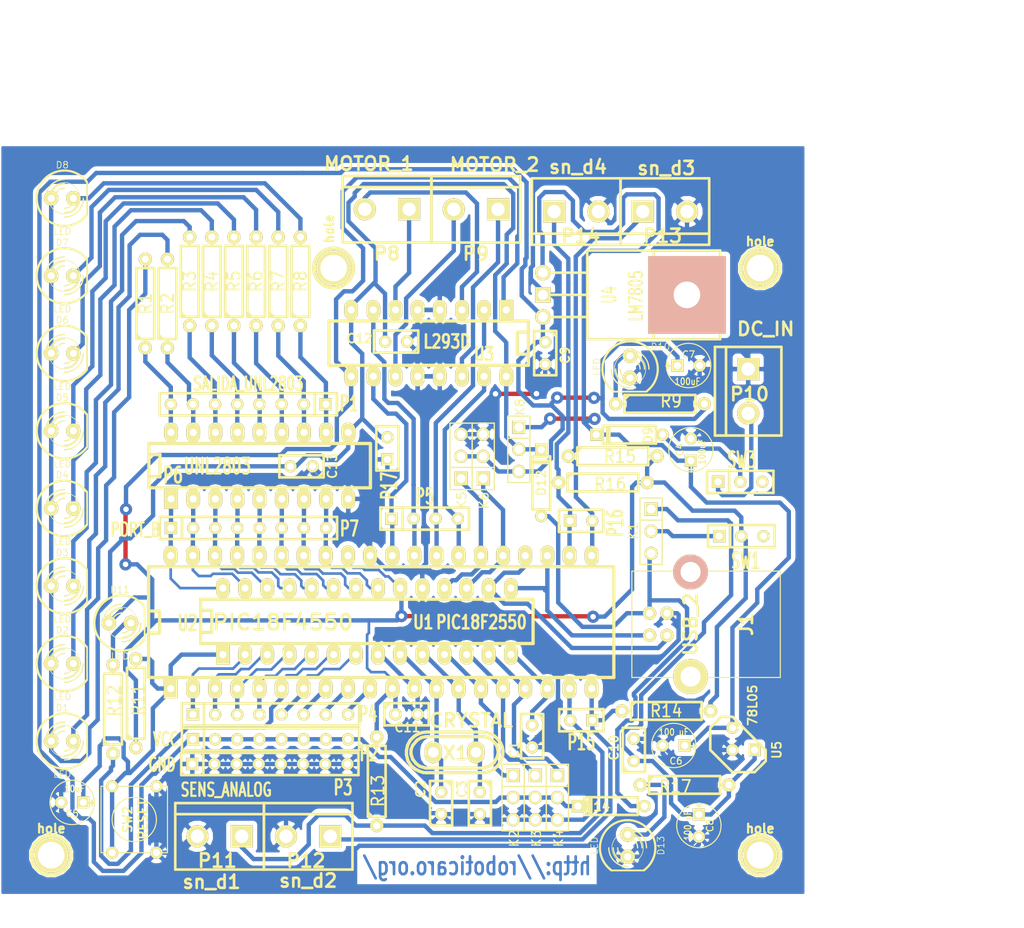
<source format=kicad_pcb>
(kicad_pcb (version 3) (host pcbnew "(2013-june-11)-stable")
  (layers (15 Front signal) (0 Back signal) (18 B.Paste user) (19 F.Paste user) (20 B.SilkS user) (21 F.SilkS user) (22 B.Mask user) (23 F.Mask user) (28 Edge.Cuts user))
  (net 0 "")
  (net 1 GND)
  (net 2 MCLR)
  (net 3 N-0000023)
  (net 4 N-0000024)
  (net 5 N-0000030)
  (net 6 N-0000031)
  (net 7 N-0000032)
  (net 8 N-0000033)
  (net 9 N-0000034)
  (net 10 N-0000035)
  (net 11 N-0000038)
  (net 12 N-0000042)
  (net 13 N-0000044)
  (net 14 N-0000045)
  (net 15 N-0000046)
  (net 16 N-0000047)
  (net 17 N-0000055)
  (net 18 N-0000056)
  (net 19 N-0000057)
  (net 20 N-000009)
  (net 21 OSC1)
  (net 22 OSC2)
  (net 23 OUT0)
  (net 24 OUT1)
  (net 25 OUT2)
  (net 26 OUT3)
  (net 27 OUT4)
  (net 28 OUT5)
  (net 29 OUT6)
  (net 30 OUT7)
  (net 31 RA0)
  (net 32 RA1)
  (net 33 RA2)
  (net 34 RA3)
  (net 35 RA4)
  (net 36 RA5)
  (net 37 RB0)
  (net 38 RB1)
  (net 39 RB2)
  (net 40 RB3)
  (net 41 RB4)
  (net 42 RB5)
  (net 43 RB6)
  (net 44 RB7)
  (net 45 RC0)
  (net 46 RC1)
  (net 47 RC2)
  (net 48 RC4)
  (net 49 RC5)
  (net 50 RC6)
  (net 51 RC7)
  (net 52 RD0)
  (net 53 RD1)
  (net 54 RD2)
  (net 55 RD3)
  (net 56 RD4)
  (net 57 RD5)
  (net 58 RD6)
  (net 59 RD7)
  (net 60 RE0)
  (net 61 RE1)
  (net 62 RE2)
  (net 63 VCC)
  (net 64 VCOM)
  (net 65 VUSB)
  (net 66 pic_5v)
  (net 67 vc12)
  (net 68 vc5)
  (net 69 vcl293)
  (module USB_B (layer Front) (at 173.6344 112.5982 90)
    (fp_text reference J1 (at 0 6.35 90) (layer F.SilkS) (effects (font (size 1.524 1.524) (thickness 0.3048))))
    (fp_text value USB_2 (at 0 0 90) (layer F.SilkS) (effects (font (size 1.524 1.524) (thickness 0.3048))))
    (pad 1 thru_hole circle (at 1.27 -4.699 90) (size 1.524 1.524) (drill 0.8128) (layers *.Cu *.Mask F.SilkS) (net 64 VCOM))
    (pad 2 thru_hole circle (at -1.27 -4.699 90) (size 1.524 1.524) (drill 0.8128) (layers *.Cu *.Mask F.SilkS) (net 48 RC4))
    (pad 3 thru_hole circle (at -1.27 -2.70002 90) (size 1.524 1.524) (drill 0.8128) (layers *.Cu *.Mask F.SilkS) (net 49 RC5))
    (pad 4 thru_hole circle (at 1.27 -2.70002 90) (size 1.524 1.524) (drill 0.8128) (layers *.Cu *.Mask F.SilkS) (net 1 GND))
    (pad "" np_thru_hole circle (at 5.99948 0 90) (size 4.0005 4.0005) (drill 2.30124) (layers *.Cu *.SilkS *.Mask))
    (pad 6 thru_hole circle (at -5.99948 0 90) (size 4.0005 4.0005) (drill 2.30124) (layers *.Cu *.Mask F.SilkS))
  )
  (module SW_PUSH_SMALL (layer Front) (at 109.855 134.9756 90)
    (fp_text reference SW2 (at 0 -0.762 90) (layer F.SilkS) (effects (font (size 1.016 1.016) (thickness 0.2032))))
    (fp_text value RESET (at 0 1.016 90) (layer F.SilkS) (effects (font (size 1.016 1.016) (thickness 0.2032))))
    (pad 1 thru_hole circle (at 3.81 -2.54 90) (size 1.397 1.397) (drill 0.8128) (layers *.Cu *.Mask F.SilkS) (net 2 MCLR))
    (pad 2 thru_hole circle (at 3.81 2.54 90) (size 1.397 1.397) (drill 0.8128) (layers *.Cu *.Mask F.SilkS) (net 1 GND))
    (pad 1 thru_hole circle (at -3.81 -2.54 90) (size 1.397 1.397) (drill 0.8128) (layers *.Cu *.Mask F.SilkS) (net 2 MCLR))
    (pad 2 thru_hole circle (at -3.81 2.54 90) (size 1.397 1.397) (drill 0.8128) (layers *.Cu *.Mask F.SilkS) (net 1 GND))
  )
  (module SIL-8 (layer Front) (at 122.936 87.376 180)
    (fp_text reference P1 (at -11.54176 0.0762 180) (layer F.SilkS) (effects (font (size 1.72974 1.08712) (thickness 0.27178))))
    (fp_text value SALIDA_UNL2803 (at 0 2.3622 180) (layer F.SilkS) (effects (font (size 1.524 1.016) (thickness 0.254))))
    (pad 1 thru_hole rect (at -8.89 0 180) (size 1.397 1.397) (drill 0.8128) (layers *.Cu *.Mask F.SilkS) (net 30 OUT7))
    (pad 2 thru_hole circle (at -6.35 0 180) (size 1.397 1.397) (drill 0.8128) (layers *.Cu *.Mask F.SilkS) (net 29 OUT6))
    (pad 3 thru_hole circle (at -3.81 0 180) (size 1.397 1.397) (drill 0.8128) (layers *.Cu *.Mask F.SilkS) (net 28 OUT5))
    (pad 4 thru_hole circle (at -1.27 0 180) (size 1.397 1.397) (drill 0.8128) (layers *.Cu *.Mask F.SilkS) (net 27 OUT4))
    (pad 5 thru_hole circle (at 1.27 0 180) (size 1.397 1.397) (drill 0.8128) (layers *.Cu *.Mask F.SilkS) (net 26 OUT3))
    (pad 6 thru_hole circle (at 3.81 0 180) (size 1.397 1.397) (drill 0.8128) (layers *.Cu *.Mask F.SilkS) (net 25 OUT2))
    (pad 7 thru_hole circle (at 6.35 0 180) (size 1.397 1.397) (drill 0.8128) (layers *.Cu *.Mask F.SilkS) (net 24 OUT1))
    (pad 8 thru_hole circle (at 8.89 0 180) (size 1.397 1.397) (drill 0.8128) (layers *.Cu *.Mask F.SilkS) (net 23 OUT0))
  )
  (module SIL-8 (layer Front) (at 125.476 125.7808)
    (fp_text reference P2 (at 11.2776 1.6256) (layer F.SilkS) (effects (font (size 1.72974 1.08712) (thickness 0.27178))))
    (fp_text value VCC (at -11.99896 0) (layer F.SilkS) (effects (font (size 1.524 1.016) (thickness 0.254))))
    (pad 1 thru_hole rect (at -8.89 0) (size 1.397 1.397) (drill 0.8128) (layers *.Cu *.Mask F.SilkS) (net 68 vc5))
    (pad 2 thru_hole circle (at -6.35 0) (size 1.397 1.397) (drill 0.8128) (layers *.Cu *.Mask F.SilkS) (net 68 vc5))
    (pad 3 thru_hole circle (at -3.81 0) (size 1.397 1.397) (drill 0.8128) (layers *.Cu *.Mask F.SilkS) (net 68 vc5))
    (pad 4 thru_hole circle (at -1.27 0) (size 1.397 1.397) (drill 0.8128) (layers *.Cu *.Mask F.SilkS) (net 68 vc5))
    (pad 5 thru_hole circle (at 1.27 0) (size 1.397 1.397) (drill 0.8128) (layers *.Cu *.Mask F.SilkS) (net 68 vc5))
    (pad 6 thru_hole circle (at 3.81 0) (size 1.397 1.397) (drill 0.8128) (layers *.Cu *.Mask F.SilkS) (net 68 vc5))
    (pad 7 thru_hole circle (at 6.35 0) (size 1.397 1.397) (drill 0.8128) (layers *.Cu *.Mask F.SilkS) (net 68 vc5))
    (pad 8 thru_hole circle (at 8.89 0) (size 1.397 1.397) (drill 0.8128) (layers *.Cu *.Mask F.SilkS) (net 68 vc5))
  )
  (module SIL-8 (layer Front) (at 125.3998 128.61544)
    (fp_text reference P3 (at 8.3947 2.70256) (layer F.SilkS) (effects (font (size 1.72974 1.08712) (thickness 0.27178))))
    (fp_text value GND (at -12.35964 0.08636) (layer F.SilkS) (effects (font (size 1.524 1.016) (thickness 0.254))))
    (pad 1 thru_hole rect (at -8.89 0) (size 1.397 1.397) (drill 0.8128) (layers *.Cu *.Mask F.SilkS) (net 1 GND))
    (pad 2 thru_hole circle (at -6.35 0) (size 1.397 1.397) (drill 0.8128) (layers *.Cu *.Mask F.SilkS) (net 1 GND))
    (pad 3 thru_hole circle (at -3.81 0) (size 1.397 1.397) (drill 0.8128) (layers *.Cu *.Mask F.SilkS) (net 1 GND))
    (pad 4 thru_hole circle (at -1.27 0) (size 1.397 1.397) (drill 0.8128) (layers *.Cu *.Mask F.SilkS) (net 1 GND))
    (pad 5 thru_hole circle (at 1.27 0) (size 1.397 1.397) (drill 0.8128) (layers *.Cu *.Mask F.SilkS) (net 1 GND))
    (pad 6 thru_hole circle (at 3.81 0) (size 1.397 1.397) (drill 0.8128) (layers *.Cu *.Mask F.SilkS) (net 1 GND))
    (pad 7 thru_hole circle (at 6.35 0) (size 1.397 1.397) (drill 0.8128) (layers *.Cu *.Mask F.SilkS) (net 1 GND))
    (pad 8 thru_hole circle (at 8.89 0) (size 1.397 1.397) (drill 0.8128) (layers *.Cu *.Mask F.SilkS) (net 1 GND))
  )
  (module SIL-8 (layer Front) (at 125.476 122.936)
    (fp_text reference P4 (at 11.176 0) (layer F.SilkS) (effects (font (size 1.72974 1.08712) (thickness 0.27178))))
    (fp_text value SENS_ANALOG (at -5.08 8.636) (layer F.SilkS) (effects (font (size 1.524 1.016) (thickness 0.254))))
    (pad 1 thru_hole rect (at -8.89 0) (size 1.397 1.397) (drill 0.8128) (layers *.Cu *.Mask F.SilkS) (net 31 RA0))
    (pad 2 thru_hole circle (at -6.35 0) (size 1.397 1.397) (drill 0.8128) (layers *.Cu *.Mask F.SilkS) (net 32 RA1))
    (pad 3 thru_hole circle (at -3.81 0) (size 1.397 1.397) (drill 0.8128) (layers *.Cu *.Mask F.SilkS) (net 33 RA2))
    (pad 4 thru_hole circle (at -1.27 0) (size 1.397 1.397) (drill 0.8128) (layers *.Cu *.Mask F.SilkS) (net 34 RA3))
    (pad 5 thru_hole circle (at 1.27 0) (size 1.397 1.397) (drill 0.8128) (layers *.Cu *.Mask F.SilkS) (net 36 RA5))
    (pad 6 thru_hole circle (at 3.81 0) (size 1.397 1.397) (drill 0.8128) (layers *.Cu *.Mask F.SilkS) (net 60 RE0))
    (pad 7 thru_hole circle (at 6.35 0) (size 1.397 1.397) (drill 0.8128) (layers *.Cu *.Mask F.SilkS) (net 61 RE1))
    (pad 8 thru_hole circle (at 8.89 0) (size 1.397 1.397) (drill 0.8128) (layers *.Cu *.Mask F.SilkS) (net 62 RE2))
  )
  (module SIL-8 (layer Front) (at 122.95124 101.55936)
    (fp_text reference P7 (at 11.56716 0.08636) (layer F.SilkS) (effects (font (size 1.72974 1.08712) (thickness 0.27178))))
    (fp_text value PORT_B (at -12.96416 0.19812) (layer F.SilkS) (effects (font (size 1.524 1.016) (thickness 0.254))))
    (pad 1 thru_hole rect (at -8.89 0) (size 1.397 1.397) (drill 0.8128) (layers *.Cu *.Mask F.SilkS) (net 44 RB7))
    (pad 2 thru_hole circle (at -6.35 0) (size 1.397 1.397) (drill 0.8128) (layers *.Cu *.Mask F.SilkS) (net 43 RB6))
    (pad 3 thru_hole circle (at -3.81 0) (size 1.397 1.397) (drill 0.8128) (layers *.Cu *.Mask F.SilkS) (net 42 RB5))
    (pad 4 thru_hole circle (at -1.27 0) (size 1.397 1.397) (drill 0.8128) (layers *.Cu *.Mask F.SilkS) (net 41 RB4))
    (pad 5 thru_hole circle (at 1.27 0) (size 1.397 1.397) (drill 0.8128) (layers *.Cu *.Mask F.SilkS) (net 40 RB3))
    (pad 6 thru_hole circle (at 3.81 0) (size 1.397 1.397) (drill 0.8128) (layers *.Cu *.Mask F.SilkS) (net 39 RB2))
    (pad 7 thru_hole circle (at 6.35 0) (size 1.397 1.397) (drill 0.8128) (layers *.Cu *.Mask F.SilkS) (net 38 RB1))
    (pad 8 thru_hole circle (at 8.89 0) (size 1.397 1.397) (drill 0.8128) (layers *.Cu *.Mask F.SilkS) (net 37 RB0))
  )
  (module R4 (layer Front) (at 137.6553 130.5941 90)
    (fp_text reference R13 (at -1.1049 0.1397 90) (layer F.SilkS) (effects (font (size 1.397 1.27) (thickness 0.2032))))
    (fp_text value 1k hide)
    (pad 1 thru_hole circle (at -5.08 0 90) (size 1.524 1.524) (drill 0.8128) (layers *.Cu *.Mask F.SilkS) (net 52 RD0))
    (pad 2 thru_hole circle (at 5.08 0 90) (size 1.524 1.524) (drill 0.8128) (layers *.Cu *.Mask F.SilkS) (net 63 VCC))
  )
  (module R4 (layer Front) (at 163.576 96.3422)
    (fp_text reference R16 (at 0.8382 0.1905) (layer F.SilkS) (effects (font (size 1.397 1.27) (thickness 0.2032))))
    (fp_text value 1k hide)
    (pad 1 thru_hole circle (at -5.08 0) (size 1.524 1.524) (drill 0.8128) (layers *.Cu *.Mask F.SilkS) (net 55 RD3))
    (pad 2 thru_hole circle (at 5.08 0) (size 1.524 1.524) (drill 0.8128) (layers *.Cu *.Mask F.SilkS) (net 63 VCC))
  )
  (module R4 (layer Front) (at 164.719 93.3323)
    (fp_text reference R15 (at 0.8128 0.04064) (layer F.SilkS) (effects (font (size 1.397 1.27) (thickness 0.2032))))
    (fp_text value 1k hide)
    (pad 1 thru_hole circle (at -5.08 0) (size 1.524 1.524) (drill 0.8128) (layers *.Cu *.Mask F.SilkS) (net 54 RD2))
    (pad 2 thru_hole circle (at 5.08 0) (size 1.524 1.524) (drill 0.8128) (layers *.Cu *.Mask F.SilkS) (net 63 VCC))
  )
  (module R4 (layer Front) (at 170.8404 122.5296)
    (fp_text reference R14 (at 0 0) (layer F.SilkS) (effects (font (size 1.397 1.27) (thickness 0.2032))))
    (fp_text value 1k hide)
    (pad 1 thru_hole circle (at -5.08 0) (size 1.524 1.524) (drill 0.8128) (layers *.Cu *.Mask F.SilkS) (net 53 RD1))
    (pad 2 thru_hole circle (at 5.08 0) (size 1.524 1.524) (drill 0.8128) (layers *.Cu *.Mask F.SilkS) (net 63 VCC))
  )
  (module R4 (layer Front) (at 107.4166 122.32132 90)
    (fp_text reference R12 (at 0.94996 0.11176 90) (layer F.SilkS) (effects (font (size 1.397 1.27) (thickness 0.2032))))
    (fp_text value 470 hide)
    (pad 1 thru_hole circle (at -5.08 0 90) (size 1.524 1.524) (drill 0.8128) (layers *.Cu *.Mask F.SilkS) (net 35 RA4))
    (pad 2 thru_hole circle (at 5.08 0 90) (size 1.524 1.524) (drill 0.8128) (layers *.Cu *.Mask F.SilkS) (net 13 N-0000044))
  )
  (module R4 (layer Front) (at 111.125 75.819 90)
    (fp_text reference R1 (at 0 0 90) (layer F.SilkS) (effects (font (size 1.397 1.27) (thickness 0.2032))))
    (fp_text value 470 hide)
    (pad 1 thru_hole circle (at -5.08 0 90) (size 1.524 1.524) (drill 0.8128) (layers *.Cu *.Mask F.SilkS) (net 23 OUT0))
    (pad 2 thru_hole circle (at 5.08 0 90) (size 1.524 1.524) (drill 0.8128) (layers *.Cu *.Mask F.SilkS) (net 4 N-0000024))
  )
  (module R4 (layer Front) (at 113.665 75.819 90)
    (fp_text reference R2 (at 0 0 90) (layer F.SilkS) (effects (font (size 1.397 1.27) (thickness 0.2032))))
    (fp_text value 470 hide)
    (pad 1 thru_hole circle (at -5.08 0 90) (size 1.524 1.524) (drill 0.8128) (layers *.Cu *.Mask F.SilkS) (net 24 OUT1))
    (pad 2 thru_hole circle (at 5.08 0 90) (size 1.524 1.524) (drill 0.8128) (layers *.Cu *.Mask F.SilkS) (net 3 N-0000023))
  )
  (module R4 (layer Front) (at 116.205 73.279 90)
    (fp_text reference R3 (at 0 0 90) (layer F.SilkS) (effects (font (size 1.397 1.27) (thickness 0.2032))))
    (fp_text value 470 hide)
    (pad 1 thru_hole circle (at -5.08 0 90) (size 1.524 1.524) (drill 0.8128) (layers *.Cu *.Mask F.SilkS) (net 25 OUT2))
    (pad 2 thru_hole circle (at 5.08 0 90) (size 1.524 1.524) (drill 0.8128) (layers *.Cu *.Mask F.SilkS) (net 10 N-0000035))
  )
  (module R4 (layer Front) (at 118.745 73.279 90)
    (fp_text reference R4 (at 0 0 90) (layer F.SilkS) (effects (font (size 1.397 1.27) (thickness 0.2032))))
    (fp_text value 470 hide)
    (pad 1 thru_hole circle (at -5.08 0 90) (size 1.524 1.524) (drill 0.8128) (layers *.Cu *.Mask F.SilkS) (net 26 OUT3))
    (pad 2 thru_hole circle (at 5.08 0 90) (size 1.524 1.524) (drill 0.8128) (layers *.Cu *.Mask F.SilkS) (net 9 N-0000034))
  )
  (module R4 (layer Front) (at 121.285 73.279 90)
    (fp_text reference R5 (at 0 0 90) (layer F.SilkS) (effects (font (size 1.397 1.27) (thickness 0.2032))))
    (fp_text value R hide)
    (pad 1 thru_hole circle (at -5.08 0 90) (size 1.524 1.524) (drill 0.8128) (layers *.Cu *.Mask F.SilkS) (net 27 OUT4))
    (pad 2 thru_hole circle (at 5.08 0 90) (size 1.524 1.524) (drill 0.8128) (layers *.Cu *.Mask F.SilkS) (net 8 N-0000033))
  )
  (module R4 (layer Front) (at 123.825 73.279 90)
    (fp_text reference R6 (at 0 0 90) (layer F.SilkS) (effects (font (size 1.397 1.27) (thickness 0.2032))))
    (fp_text value 470 hide)
    (pad 1 thru_hole circle (at -5.08 0 90) (size 1.524 1.524) (drill 0.8128) (layers *.Cu *.Mask F.SilkS) (net 28 OUT5))
    (pad 2 thru_hole circle (at 5.08 0 90) (size 1.524 1.524) (drill 0.8128) (layers *.Cu *.Mask F.SilkS) (net 7 N-0000032))
  )
  (module R4 (layer Front) (at 126.365 73.279 90)
    (fp_text reference R7 (at 0 0 90) (layer F.SilkS) (effects (font (size 1.397 1.27) (thickness 0.2032))))
    (fp_text value 470 hide)
    (pad 1 thru_hole circle (at -5.08 0 90) (size 1.524 1.524) (drill 0.8128) (layers *.Cu *.Mask F.SilkS) (net 29 OUT6))
    (pad 2 thru_hole circle (at 5.08 0 90) (size 1.524 1.524) (drill 0.8128) (layers *.Cu *.Mask F.SilkS) (net 6 N-0000031))
  )
  (module R4 (layer Front) (at 128.905 73.279 90)
    (fp_text reference R8 (at 0 0 90) (layer F.SilkS) (effects (font (size 1.397 1.27) (thickness 0.2032))))
    (fp_text value 470 hide)
    (pad 1 thru_hole circle (at -5.08 0 90) (size 1.524 1.524) (drill 0.8128) (layers *.Cu *.Mask F.SilkS) (net 30 OUT7))
    (pad 2 thru_hole circle (at 5.08 0 90) (size 1.524 1.524) (drill 0.8128) (layers *.Cu *.Mask F.SilkS) (net 5 N-0000030))
  )
  (module R4 (layer Front) (at 170.1292 87.3252)
    (fp_text reference R9 (at 1.27 -0.3048) (layer F.SilkS) (effects (font (size 1.397 1.27) (thickness 0.2032))))
    (fp_text value 470 hide)
    (pad 1 thru_hole circle (at -5.08 0) (size 1.524 1.524) (drill 0.8128) (layers *.Cu *.Mask F.SilkS) (net 11 N-0000038))
    (pad 2 thru_hole circle (at 5.08 0) (size 1.524 1.524) (drill 0.8128) (layers *.Cu *.Mask F.SilkS) (net 68 vc5))
  )
  (module R4 (layer Front) (at 110.04296 121.65076 90)
    (fp_text reference R11 (at 0.39116 0.2794 90) (layer F.SilkS) (effects (font (size 1.397 1.27) (thickness 0.2032))))
    (fp_text value 1k hide)
    (pad 1 thru_hole circle (at -5.08 0 90) (size 1.524 1.524) (drill 0.8128) (layers *.Cu *.Mask F.SilkS) (net 63 VCC))
    (pad 2 thru_hole circle (at 5.08 0 90) (size 1.524 1.524) (drill 0.8128) (layers *.Cu *.Mask F.SilkS) (net 2 MCLR))
  )
  (module PIN_ARRAY_3X1 (layer Front) (at 149.86 93.345 90)
    (fp_text reference K6 (at -5.06984 0.09144 90) (layer F.SilkS) (effects (font (size 1.016 1.016) (thickness 0.1524))))
    (fp_text value SERVO_5 hide)
    (pad 1 thru_hole rect (at -2.54 0 90) (size 1.524 1.524) (drill 1.016) (layers *.Cu *.Mask F.SilkS) (net 50 RC6))
    (pad 2 thru_hole circle (at 0 0 90) (size 1.524 1.524) (drill 1.016) (layers *.Cu *.Mask F.SilkS) (net 68 vc5))
    (pad 3 thru_hole circle (at 2.54 0 90) (size 1.524 1.524) (drill 1.016) (layers *.Cu *.Mask F.SilkS) (net 1 GND))
  )
  (module PIN_ARRAY_3X1 (layer Front) (at 147.32 93.345 90)
    (fp_text reference K5 (at -5.0292 0.0762 90) (layer F.SilkS) (effects (font (size 1.016 1.016) (thickness 0.1524))))
    (fp_text value SERVO_4 hide)
    (pad 1 thru_hole rect (at -2.54 0 90) (size 1.524 1.524) (drill 1.016) (layers *.Cu *.Mask F.SilkS) (net 51 RC7))
    (pad 2 thru_hole circle (at 0 0 90) (size 1.524 1.524) (drill 1.016) (layers *.Cu *.Mask F.SilkS) (net 68 vc5))
    (pad 3 thru_hole circle (at 2.54 0 90) (size 1.524 1.524) (drill 1.016) (layers *.Cu *.Mask F.SilkS) (net 1 GND))
  )
  (module PIN_ARRAY_3X1 (layer Front) (at 158.369 132.461 270)
    (fp_text reference K4 (at 4.699 -0.127 270) (layer F.SilkS) (effects (font (size 1.016 1.016) (thickness 0.1524))))
    (fp_text value SERVO_3 hide)
    (pad 1 thru_hole rect (at -2.54 0 270) (size 1.524 1.524) (drill 1.016) (layers *.Cu *.Mask F.SilkS) (net 47 RC2))
    (pad 2 thru_hole circle (at 0 0 270) (size 1.524 1.524) (drill 1.016) (layers *.Cu *.Mask F.SilkS) (net 68 vc5))
    (pad 3 thru_hole circle (at 2.54 0 270) (size 1.524 1.524) (drill 1.016) (layers *.Cu *.Mask F.SilkS) (net 1 GND))
  )
  (module PIN_ARRAY_3X1 (layer Front) (at 155.829 132.461 270)
    (fp_text reference K3 (at 4.699 -0.127 270) (layer F.SilkS) (effects (font (size 1.016 1.016) (thickness 0.1524))))
    (fp_text value SERVO_2 hide)
    (pad 1 thru_hole rect (at -2.54 0 270) (size 1.524 1.524) (drill 1.016) (layers *.Cu *.Mask F.SilkS) (net 46 RC1))
    (pad 2 thru_hole circle (at 0 0 270) (size 1.524 1.524) (drill 1.016) (layers *.Cu *.Mask F.SilkS) (net 68 vc5))
    (pad 3 thru_hole circle (at 2.54 0 270) (size 1.524 1.524) (drill 1.016) (layers *.Cu *.Mask F.SilkS) (net 1 GND))
  )
  (module PIN_ARRAY_3X1 (layer Front) (at 153.289 132.461 270)
    (fp_text reference K2 (at 4.699 -0.127 270) (layer F.SilkS) (effects (font (size 1.016 1.016) (thickness 0.1524))))
    (fp_text value SERVO_1 hide)
    (pad 1 thru_hole rect (at -2.54 0 270) (size 1.524 1.524) (drill 1.016) (layers *.Cu *.Mask F.SilkS) (net 45 RC0))
    (pad 2 thru_hole circle (at 0 0 270) (size 1.524 1.524) (drill 1.016) (layers *.Cu *.Mask F.SilkS) (net 68 vc5))
    (pad 3 thru_hole circle (at 2.54 0 270) (size 1.524 1.524) (drill 1.016) (layers *.Cu *.Mask F.SilkS) (net 1 GND))
  )
  (module PIN_ARRAY_3X1 (layer Front) (at 169.10812 101.92512 270)
    (fp_text reference K1 (at -0.02032 2.02692 270) (layer F.SilkS) (effects (font (size 1.016 1.016) (thickness 0.1524))))
    (fp_text value SELECTOR_V hide)
    (pad 1 thru_hole rect (at -2.54 0 270) (size 1.524 1.524) (drill 1.016) (layers *.Cu *.Mask F.SilkS) (net 66 pic_5v))
    (pad 2 thru_hole circle (at 0 0 270) (size 1.524 1.524) (drill 1.016) (layers *.Cu *.Mask F.SilkS) (net 20 N-000009))
    (pad 3 thru_hole circle (at 2.54 0 270) (size 1.524 1.524) (drill 1.016) (layers *.Cu *.Mask F.SilkS) (net 64 VCOM))
  )
  (module LM78XX (layer Front) (at 156.7053 74.8284)
    (fp_text reference U4 (at 7.62 0 90) (layer F.SilkS) (effects (font (size 1.524 1.016) (thickness 0.2032))))
    (fp_text value LM7805 (at 10.668 0.127 90) (layer F.SilkS) (effects (font (size 1.524 1.016) (thickness 0.2032))))
    (pad 4 thru_hole rect (at 16.51 0) (size 8.89 8.89) (drill 3.048) (layers *.Cu *.SilkS *.Mask))
    (pad VI thru_hole circle (at 0 -2.54) (size 1.778 1.778) (drill 1.143) (layers *.Cu *.Mask F.SilkS) (net 67 vc12))
    (pad GND thru_hole rect (at 0 0) (size 1.778 1.778) (drill 1.143) (layers *.Cu *.Mask F.SilkS) (net 1 GND))
    (pad VO thru_hole circle (at 0 2.54) (size 1.778 1.778) (drill 1.143) (layers *.Cu *.Mask F.SilkS) (net 68 vc5))
  )
  (module LED-5MM (layer Front) (at 108.204 112.4458)
    (fp_text reference D11 (at 0 -3.81) (layer F.SilkS) (effects (font (size 0.762 0.762) (thickness 0.0889))))
    (fp_text value LED (at 0 3.81) (layer F.SilkS) (effects (font (size 0.762 0.762) (thickness 0.0889))))
    (pad 1 thru_hole circle (at -1.27 0) (size 1.6764 1.6764) (drill 0.8128) (layers *.Cu F.Paste F.SilkS F.Mask) (net 63 VCC))
    (pad 2 thru_hole circle (at 1.27 0) (size 1.6764 1.6764) (drill 0.8128) (layers *.Cu F.Paste F.SilkS F.Mask) (net 13 N-0000044))
  )
  (module LED-5MM (layer Front) (at 101.6 117.094)
    (fp_text reference D2 (at 0 -3.81) (layer F.SilkS) (effects (font (size 0.762 0.762) (thickness 0.0889))))
    (fp_text value LED (at 0 3.81) (layer F.SilkS) (effects (font (size 0.762 0.762) (thickness 0.0889))))
    (pad 1 thru_hole circle (at -1.27 0) (size 1.6764 1.6764) (drill 0.8128) (layers *.Cu F.Paste F.SilkS F.Mask) (net 69 vcl293))
    (pad 2 thru_hole circle (at 1.27 0) (size 1.6764 1.6764) (drill 0.8128) (layers *.Cu F.Paste F.SilkS F.Mask) (net 3 N-0000023))
  )
  (module LED-5MM (layer Front) (at 101.6 108.204)
    (fp_text reference D3 (at 0 -3.81) (layer F.SilkS) (effects (font (size 0.762 0.762) (thickness 0.0889))))
    (fp_text value LED (at 0 3.81) (layer F.SilkS) (effects (font (size 0.762 0.762) (thickness 0.0889))))
    (pad 1 thru_hole circle (at -1.27 0) (size 1.6764 1.6764) (drill 0.8128) (layers *.Cu F.Paste F.SilkS F.Mask) (net 69 vcl293))
    (pad 2 thru_hole circle (at 1.27 0) (size 1.6764 1.6764) (drill 0.8128) (layers *.Cu F.Paste F.SilkS F.Mask) (net 10 N-0000035))
  )
  (module LED-5MM (layer Front) (at 101.6 99.314)
    (fp_text reference D4 (at 0 -3.81) (layer F.SilkS) (effects (font (size 0.762 0.762) (thickness 0.0889))))
    (fp_text value LED (at 0 3.81) (layer F.SilkS) (effects (font (size 0.762 0.762) (thickness 0.0889))))
    (pad 1 thru_hole circle (at -1.27 0) (size 1.6764 1.6764) (drill 0.8128) (layers *.Cu F.Paste F.SilkS F.Mask) (net 69 vcl293))
    (pad 2 thru_hole circle (at 1.27 0) (size 1.6764 1.6764) (drill 0.8128) (layers *.Cu F.Paste F.SilkS F.Mask) (net 9 N-0000034))
  )
  (module LED-5MM (layer Front) (at 101.6 90.424)
    (fp_text reference D5 (at 0 -3.81) (layer F.SilkS) (effects (font (size 0.762 0.762) (thickness 0.0889))))
    (fp_text value LED (at 0 3.81) (layer F.SilkS) (effects (font (size 0.762 0.762) (thickness 0.0889))))
    (pad 1 thru_hole circle (at -1.27 0) (size 1.6764 1.6764) (drill 0.8128) (layers *.Cu F.Paste F.SilkS F.Mask) (net 69 vcl293))
    (pad 2 thru_hole circle (at 1.27 0) (size 1.6764 1.6764) (drill 0.8128) (layers *.Cu F.Paste F.SilkS F.Mask) (net 8 N-0000033))
  )
  (module LED-5MM (layer Front) (at 101.6 81.534)
    (fp_text reference D6 (at 0 -3.81) (layer F.SilkS) (effects (font (size 0.762 0.762) (thickness 0.0889))))
    (fp_text value LED (at 0 3.81) (layer F.SilkS) (effects (font (size 0.762 0.762) (thickness 0.0889))))
    (pad 1 thru_hole circle (at -1.27 0) (size 1.6764 1.6764) (drill 0.8128) (layers *.Cu F.Paste F.SilkS F.Mask) (net 69 vcl293))
    (pad 2 thru_hole circle (at 1.27 0) (size 1.6764 1.6764) (drill 0.8128) (layers *.Cu F.Paste F.SilkS F.Mask) (net 7 N-0000032))
  )
  (module LED-5MM (layer Front) (at 101.6 72.644)
    (fp_text reference D7 (at 0 -3.81) (layer F.SilkS) (effects (font (size 0.762 0.762) (thickness 0.0889))))
    (fp_text value LED (at 0 3.81) (layer F.SilkS) (effects (font (size 0.762 0.762) (thickness 0.0889))))
    (pad 1 thru_hole circle (at -1.27 0) (size 1.6764 1.6764) (drill 0.8128) (layers *.Cu F.Paste F.SilkS F.Mask) (net 69 vcl293))
    (pad 2 thru_hole circle (at 1.27 0) (size 1.6764 1.6764) (drill 0.8128) (layers *.Cu F.Paste F.SilkS F.Mask) (net 6 N-0000031))
  )
  (module LED-5MM (layer Front) (at 101.6 63.754)
    (fp_text reference D8 (at 0 -3.81) (layer F.SilkS) (effects (font (size 0.762 0.762) (thickness 0.0889))))
    (fp_text value LED (at 0 3.81) (layer F.SilkS) (effects (font (size 0.762 0.762) (thickness 0.0889))))
    (pad 1 thru_hole circle (at -1.27 0) (size 1.6764 1.6764) (drill 0.8128) (layers *.Cu F.Paste F.SilkS F.Mask) (net 69 vcl293))
    (pad 2 thru_hole circle (at 1.27 0) (size 1.6764 1.6764) (drill 0.8128) (layers *.Cu F.Paste F.SilkS F.Mask) (net 5 N-0000030))
  )
  (module LED-5MM (layer Front) (at 166.7002 83.0834 270)
    (fp_text reference D10 (at -2.3114 -3.4798 360) (layer F.SilkS) (effects (font (size 0.762 0.762) (thickness 0.0889))))
    (fp_text value LED (at 0 3.81 270) (layer F.SilkS) (effects (font (size 0.762 0.762) (thickness 0.0889))))
    (pad 1 thru_hole circle (at -1.27 0 270) (size 1.6764 1.6764) (drill 0.8128) (layers *.Cu F.Paste F.SilkS F.Mask) (net 11 N-0000038))
    (pad 2 thru_hole circle (at 1.27 0 270) (size 1.6764 1.6764) (drill 0.8128) (layers *.Cu F.Paste F.SilkS F.Mask) (net 1 GND))
  )
  (module LED-5MM (layer Front) (at 101.6 125.984)
    (fp_text reference D1 (at 0 -3.81) (layer F.SilkS) (effects (font (size 0.762 0.762) (thickness 0.0889))))
    (fp_text value LED (at 0 3.81) (layer F.SilkS) (effects (font (size 0.762 0.762) (thickness 0.0889))))
    (pad 1 thru_hole circle (at -1.27 0) (size 1.6764 1.6764) (drill 0.8128) (layers *.Cu F.Paste F.SilkS F.Mask) (net 69 vcl293))
    (pad 2 thru_hole circle (at 1.27 0) (size 1.6764 1.6764) (drill 0.8128) (layers *.Cu F.Paste F.SilkS F.Mask) (net 4 N-0000024))
  )
  (module DIP-40__600_ELL (layer Front) (at 138.16584 112.3442)
    (fp_text reference U2 (at -22.20214 0.1143) (layer F.SilkS) (effects (font (size 1.778 1.143) (thickness 0.28702))))
    (fp_text value PIC18F4550 (at -11.26744 0.0254) (layer F.SilkS) (effects (font (size 1.778 1.778) (thickness 0.3048))))
    (pad 1 thru_hole rect (at -24.13 7.62) (size 1.5748 2.286) (drill 0.8128) (layers *.Cu *.Mask F.SilkS) (net 2 MCLR))
    (pad 2 thru_hole oval (at -21.59 7.62) (size 1.5748 2.286) (drill 0.8128) (layers *.Cu *.Mask F.SilkS) (net 31 RA0))
    (pad 3 thru_hole oval (at -19.05 7.62) (size 1.5748 2.286) (drill 0.8128) (layers *.Cu *.Mask F.SilkS) (net 32 RA1))
    (pad 4 thru_hole oval (at -16.51 7.62) (size 1.5748 2.286) (drill 0.8128) (layers *.Cu *.Mask F.SilkS) (net 33 RA2))
    (pad 5 thru_hole oval (at -13.97 7.62) (size 1.5748 2.286) (drill 0.8128) (layers *.Cu *.Mask F.SilkS) (net 34 RA3))
    (pad 6 thru_hole oval (at -11.43 7.62) (size 1.5748 2.286) (drill 0.8128) (layers *.Cu *.Mask F.SilkS) (net 35 RA4))
    (pad 7 thru_hole oval (at -8.89 7.62) (size 1.5748 2.286) (drill 0.8128) (layers *.Cu *.Mask F.SilkS) (net 36 RA5))
    (pad 8 thru_hole oval (at -6.35 7.62) (size 1.5748 2.286) (drill 0.8128) (layers *.Cu *.Mask F.SilkS) (net 60 RE0))
    (pad 9 thru_hole oval (at -3.81 7.62) (size 1.5748 2.286) (drill 0.8128) (layers *.Cu *.Mask F.SilkS) (net 61 RE1))
    (pad 10 thru_hole oval (at -1.27 7.62) (size 1.5748 2.286) (drill 0.8128) (layers *.Cu *.Mask F.SilkS) (net 62 RE2))
    (pad 11 thru_hole oval (at 1.27 7.62) (size 1.5748 2.286) (drill 0.8128) (layers *.Cu *.Mask F.SilkS) (net 63 VCC))
    (pad 12 thru_hole oval (at 3.81 7.62) (size 1.5748 2.286) (drill 0.8128) (layers *.Cu *.Mask F.SilkS) (net 1 GND))
    (pad 13 thru_hole oval (at 6.35 7.62) (size 1.5748 2.286) (drill 0.8128) (layers *.Cu *.Mask F.SilkS) (net 21 OSC1))
    (pad 14 thru_hole oval (at 8.89 7.62) (size 1.5748 2.286) (drill 0.8128) (layers *.Cu *.Mask F.SilkS) (net 22 OSC2))
    (pad 15 thru_hole oval (at 11.43 7.62) (size 1.5748 2.286) (drill 0.8128) (layers *.Cu *.Mask F.SilkS) (net 45 RC0))
    (pad 16 thru_hole oval (at 13.97 7.62) (size 1.5748 2.286) (drill 0.8128) (layers *.Cu *.Mask F.SilkS) (net 46 RC1))
    (pad 17 thru_hole oval (at 16.51 7.62) (size 1.5748 2.286) (drill 0.8128) (layers *.Cu *.Mask F.SilkS) (net 47 RC2))
    (pad 18 thru_hole oval (at 19.05 7.62) (size 1.5748 2.286) (drill 0.8128) (layers *.Cu *.Mask F.SilkS) (net 65 VUSB))
    (pad 19 thru_hole oval (at 21.59 7.62) (size 1.5748 2.286) (drill 0.8128) (layers *.Cu *.Mask F.SilkS) (net 52 RD0))
    (pad 20 thru_hole oval (at 24.13 7.62) (size 1.5748 2.286) (drill 0.8128) (layers *.Cu *.Mask F.SilkS) (net 53 RD1))
    (pad 21 thru_hole oval (at 24.13 -7.62) (size 1.5748 2.286) (drill 0.8128) (layers *.Cu *.Mask F.SilkS) (net 54 RD2))
    (pad 22 thru_hole oval (at 21.59 -7.62) (size 1.5748 2.286) (drill 0.8128) (layers *.Cu *.Mask F.SilkS) (net 55 RD3))
    (pad 23 thru_hole oval (at 19.05 -7.62) (size 1.5748 2.286) (drill 0.8128) (layers *.Cu *.Mask F.SilkS) (net 48 RC4))
    (pad 24 thru_hole oval (at 16.51 -7.62) (size 1.5748 2.286) (drill 0.8128) (layers *.Cu *.Mask F.SilkS) (net 49 RC5))
    (pad 25 thru_hole oval (at 13.97 -7.62) (size 1.5748 2.286) (drill 0.8128) (layers *.Cu *.Mask F.SilkS) (net 50 RC6))
    (pad 26 thru_hole oval (at 11.43 -7.62) (size 1.5748 2.286) (drill 0.8128) (layers *.Cu *.Mask F.SilkS) (net 51 RC7))
    (pad 27 thru_hole oval (at 8.89 -7.62) (size 1.5748 2.286) (drill 0.8128) (layers *.Cu *.Mask F.SilkS) (net 56 RD4))
    (pad 28 thru_hole oval (at 6.35 -7.62) (size 1.5748 2.286) (drill 0.8128) (layers *.Cu *.Mask F.SilkS) (net 57 RD5))
    (pad 29 thru_hole oval (at 3.81 -7.62) (size 1.5748 2.286) (drill 0.8128) (layers *.Cu *.Mask F.SilkS) (net 58 RD6))
    (pad 30 thru_hole oval (at 1.27 -7.62) (size 1.5748 2.286) (drill 0.8128) (layers *.Cu *.Mask F.SilkS) (net 59 RD7))
    (pad 31 thru_hole oval (at -1.27 -7.62) (size 1.5748 2.286) (drill 0.8128) (layers *.Cu *.Mask F.SilkS) (net 1 GND))
    (pad 32 thru_hole oval (at -3.81 -7.62) (size 1.5748 2.286) (drill 0.8128) (layers *.Cu *.Mask F.SilkS) (net 63 VCC))
    (pad 33 thru_hole oval (at -6.35 -7.62) (size 1.5748 2.286) (drill 0.8128) (layers *.Cu *.Mask F.SilkS) (net 37 RB0))
    (pad 34 thru_hole oval (at -8.89 -7.62) (size 1.5748 2.286) (drill 0.8128) (layers *.Cu *.Mask F.SilkS) (net 38 RB1))
    (pad 35 thru_hole oval (at -11.43 -7.62) (size 1.5748 2.286) (drill 0.8128) (layers *.Cu *.Mask F.SilkS) (net 39 RB2))
    (pad 36 thru_hole oval (at -13.97 -7.62) (size 1.5748 2.286) (drill 0.8128) (layers *.Cu *.Mask F.SilkS) (net 40 RB3))
    (pad 37 thru_hole oval (at -16.51 -7.62) (size 1.5748 2.286) (drill 0.8128) (layers *.Cu *.Mask F.SilkS) (net 41 RB4))
    (pad 38 thru_hole oval (at -19.05 -7.62) (size 1.5748 2.286) (drill 0.8128) (layers *.Cu *.Mask F.SilkS) (net 42 RB5))
    (pad 39 thru_hole oval (at -21.59 -7.62) (size 1.5748 2.286) (drill 0.8128) (layers *.Cu *.Mask F.SilkS) (net 43 RB6))
    (pad 40 thru_hole oval (at -24.13 -7.62) (size 1.5748 2.286) (drill 0.8128) (layers *.Cu *.Mask F.SilkS) (net 44 RB7))
  )
  (module DIP-28__300_ELL (layer Front) (at 136.53008 112.26292)
    (fp_text reference U1 (at 6.45922 0.10668) (layer F.SilkS) (effects (font (size 1.524 1.143) (thickness 0.28702))))
    (fp_text value PIC18F2550 (at 13.12672 0.10668) (layer F.SilkS) (effects (font (size 1.524 1.143) (thickness 0.28702))))
    (pad 2 thru_hole oval (at -13.97 3.81) (size 1.5748 2.286) (drill 0.8128) (layers *.Cu *.Mask F.SilkS) (net 31 RA0))
    (pad 3 thru_hole oval (at -11.43 3.81) (size 1.5748 2.286) (drill 0.8128) (layers *.Cu *.Mask F.SilkS) (net 32 RA1))
    (pad 4 thru_hole oval (at -8.89 3.81) (size 1.5748 2.286) (drill 0.8128) (layers *.Cu *.Mask F.SilkS) (net 33 RA2))
    (pad 5 thru_hole oval (at -6.35 3.81) (size 1.5748 2.286) (drill 0.8128) (layers *.Cu *.Mask F.SilkS) (net 34 RA3))
    (pad 6 thru_hole oval (at -3.81 3.81) (size 1.5748 2.286) (drill 0.8128) (layers *.Cu *.Mask F.SilkS) (net 35 RA4))
    (pad 7 thru_hole oval (at -1.27 3.81) (size 1.5748 2.286) (drill 0.8128) (layers *.Cu *.Mask F.SilkS) (net 36 RA5))
    (pad 8 thru_hole oval (at 1.27 3.81) (size 1.5748 2.286) (drill 0.8128) (layers *.Cu *.Mask F.SilkS) (net 1 GND))
    (pad 9 thru_hole oval (at 3.81 3.81) (size 1.5748 2.286) (drill 0.8128) (layers *.Cu *.Mask F.SilkS) (net 21 OSC1))
    (pad 10 thru_hole oval (at 6.35 3.81) (size 1.5748 2.286) (drill 0.8128) (layers *.Cu *.Mask F.SilkS) (net 22 OSC2))
    (pad 11 thru_hole oval (at 8.89 3.81) (size 1.5748 2.286) (drill 0.8128) (layers *.Cu *.Mask F.SilkS) (net 45 RC0))
    (pad 12 thru_hole oval (at 11.43 3.81) (size 1.5748 2.286) (drill 0.8128) (layers *.Cu *.Mask F.SilkS) (net 46 RC1))
    (pad 13 thru_hole oval (at 13.97 3.81) (size 1.5748 2.286) (drill 0.8128) (layers *.Cu *.Mask F.SilkS) (net 47 RC2))
    (pad 14 thru_hole oval (at 16.51 3.81) (size 1.5748 2.286) (drill 0.8128) (layers *.Cu *.Mask F.SilkS) (net 65 VUSB))
    (pad 1 thru_hole rect (at -16.51 3.81) (size 1.5748 2.286) (drill 0.8128) (layers *.Cu *.Mask F.SilkS) (net 2 MCLR))
    (pad 15 thru_hole oval (at 16.51 -3.81) (size 1.5748 2.286) (drill 0.8128) (layers *.Cu *.Mask F.SilkS) (net 48 RC4))
    (pad 16 thru_hole oval (at 13.97 -3.81) (size 1.5748 2.286) (drill 0.8128) (layers *.Cu *.Mask F.SilkS) (net 49 RC5))
    (pad 17 thru_hole oval (at 11.43 -3.81) (size 1.5748 2.286) (drill 0.8128) (layers *.Cu *.Mask F.SilkS) (net 50 RC6))
    (pad 18 thru_hole oval (at 8.89 -3.81) (size 1.5748 2.286) (drill 0.8128) (layers *.Cu *.Mask F.SilkS) (net 51 RC7))
    (pad 19 thru_hole oval (at 6.35 -3.81) (size 1.5748 2.286) (drill 0.8128) (layers *.Cu *.Mask F.SilkS) (net 1 GND))
    (pad 20 thru_hole oval (at 3.81 -3.81) (size 1.5748 2.286) (drill 0.8128) (layers *.Cu *.Mask F.SilkS) (net 63 VCC))
    (pad 21 thru_hole oval (at 1.27 -3.81) (size 1.5748 2.286) (drill 0.8128) (layers *.Cu *.Mask F.SilkS) (net 37 RB0))
    (pad 22 thru_hole oval (at -1.27 -3.81) (size 1.5748 2.286) (drill 0.8128) (layers *.Cu *.Mask F.SilkS) (net 38 RB1))
    (pad 23 thru_hole oval (at -3.81 -3.81) (size 1.5748 2.286) (drill 0.8128) (layers *.Cu *.Mask F.SilkS) (net 39 RB2))
    (pad 24 thru_hole oval (at -6.35 -3.81) (size 1.5748 2.286) (drill 0.8128) (layers *.Cu *.Mask F.SilkS) (net 40 RB3))
    (pad 25 thru_hole oval (at -8.89 -3.81) (size 1.5748 2.286) (drill 0.8128) (layers *.Cu *.Mask F.SilkS) (net 41 RB4))
    (pad 26 thru_hole oval (at -11.43 -3.81) (size 1.5748 2.286) (drill 0.8128) (layers *.Cu *.Mask F.SilkS) (net 42 RB5))
    (pad 27 thru_hole oval (at -13.97 -3.81) (size 1.5748 2.286) (drill 0.8128) (layers *.Cu *.Mask F.SilkS) (net 43 RB6))
    (pad 28 thru_hole oval (at -16.51 -3.81) (size 1.5748 2.286) (drill 0.8128) (layers *.Cu *.Mask F.SilkS) (net 44 RB7))
  )
  (module DIP-18__300_ELL (layer Front) (at 124.2314 94.4118)
    (fp_text reference P6 (at -9.9314 1.0922) (layer F.SilkS) (effects (font (size 1.778 1.143) (thickness 0.28702))))
    (fp_text value UNL2803 (at -4.8514 0.0762) (layer F.SilkS) (effects (font (size 1.778 1.143) (thickness 0.28702))))
    (pad 1 thru_hole rect (at -10.16 3.81) (size 1.5748 2.286) (drill 0.8128) (layers *.Cu *.Mask F.SilkS) (net 44 RB7))
    (pad 2 thru_hole oval (at -7.62 3.81) (size 1.5748 2.286) (drill 0.8128) (layers *.Cu *.Mask F.SilkS) (net 43 RB6))
    (pad 3 thru_hole oval (at -5.08 3.81) (size 1.5748 2.286) (drill 0.8128) (layers *.Cu *.Mask F.SilkS) (net 42 RB5))
    (pad 4 thru_hole oval (at -2.54 3.81) (size 1.5748 2.286) (drill 0.8128) (layers *.Cu *.Mask F.SilkS) (net 41 RB4))
    (pad 5 thru_hole oval (at 0 3.81) (size 1.5748 2.286) (drill 0.8128) (layers *.Cu *.Mask F.SilkS) (net 40 RB3))
    (pad 6 thru_hole oval (at 2.54 3.81) (size 1.5748 2.286) (drill 0.8128) (layers *.Cu *.Mask F.SilkS) (net 39 RB2))
    (pad 7 thru_hole oval (at 5.08 3.81) (size 1.5748 2.286) (drill 0.8128) (layers *.Cu *.Mask F.SilkS) (net 38 RB1))
    (pad 8 thru_hole oval (at 7.62 3.81) (size 1.5748 2.286) (drill 0.8128) (layers *.Cu *.Mask F.SilkS) (net 37 RB0))
    (pad 9 thru_hole oval (at 10.16 3.81) (size 1.5748 2.286) (drill 0.8128) (layers *.Cu *.Mask F.SilkS) (net 1 GND))
    (pad 10 thru_hole oval (at 10.16 -3.81) (size 1.5748 2.286) (drill 0.8128) (layers *.Cu *.Mask F.SilkS) (net 69 vcl293))
    (pad 11 thru_hole oval (at 7.62 -3.81) (size 1.5748 2.286) (drill 0.8128) (layers *.Cu *.Mask F.SilkS) (net 30 OUT7))
    (pad 12 thru_hole oval (at 5.08 -3.81) (size 1.5748 2.286) (drill 0.8128) (layers *.Cu *.Mask F.SilkS) (net 29 OUT6))
    (pad 13 thru_hole oval (at 2.54 -3.81) (size 1.5748 2.286) (drill 0.8128) (layers *.Cu *.Mask F.SilkS) (net 28 OUT5))
    (pad 14 thru_hole oval (at 0 -3.81) (size 1.5748 2.286) (drill 0.8128) (layers *.Cu *.Mask F.SilkS) (net 27 OUT4))
    (pad 15 thru_hole oval (at -2.54 -3.81) (size 1.5748 2.286) (drill 0.8128) (layers *.Cu *.Mask F.SilkS) (net 26 OUT3))
    (pad 16 thru_hole oval (at -5.08 -3.81) (size 1.5748 2.286) (drill 0.8128) (layers *.Cu *.Mask F.SilkS) (net 25 OUT2))
    (pad 17 thru_hole oval (at -7.62 -3.81) (size 1.5748 2.286) (drill 0.8128) (layers *.Cu *.Mask F.SilkS) (net 24 OUT1))
    (pad 18 thru_hole oval (at -10.16 -3.81) (size 1.5748 2.286) (drill 0.8128) (layers *.Cu *.Mask F.SilkS) (net 23 OUT0))
  )
  (module DIP-16__300_ELL (layer Front) (at 143.6116 80.3656 180)
    (fp_text reference U3 (at -6.35 -1.27 180) (layer F.SilkS) (effects (font (size 1.524 1.143) (thickness 0.28702))))
    (fp_text value L293D (at -2.0828 0.1778 180) (layer F.SilkS) (effects (font (size 1.524 1.143) (thickness 0.28702))))
    (pad 1 thru_hole rect (at -8.89 3.81 180) (size 1.5748 2.286) (drill 0.8128) (layers *.Cu *.Mask F.SilkS) (net 63 VCC))
    (pad 2 thru_hole oval (at -6.35 3.81 180) (size 1.5748 2.286) (drill 0.8128) (layers *.Cu *.Mask F.SilkS) (net 57 RD5))
    (pad 3 thru_hole oval (at -3.81 3.81 180) (size 1.5748 2.286) (drill 0.8128) (layers *.Cu *.Mask F.SilkS) (net 14 N-0000045))
    (pad 4 thru_hole oval (at -1.27 3.81 180) (size 1.5748 2.286) (drill 0.8128) (layers *.Cu *.Mask F.SilkS) (net 1 GND))
    (pad 5 thru_hole oval (at 1.27 3.81 180) (size 1.5748 2.286) (drill 0.8128) (layers *.Cu *.Mask F.SilkS) (net 1 GND))
    (pad 6 thru_hole oval (at 3.81 3.81 180) (size 1.5748 2.286) (drill 0.8128) (layers *.Cu *.Mask F.SilkS) (net 19 N-0000057))
    (pad 7 thru_hole oval (at 6.35 3.81 180) (size 1.5748 2.286) (drill 0.8128) (layers *.Cu *.Mask F.SilkS) (net 58 RD6))
    (pad 8 thru_hole oval (at 8.89 3.81 180) (size 1.5748 2.286) (drill 0.8128) (layers *.Cu *.Mask F.SilkS) (net 69 vcl293))
    (pad 9 thru_hole oval (at 8.89 -3.81 180) (size 1.5748 2.286) (drill 0.8128) (layers *.Cu *.Mask F.SilkS) (net 63 VCC))
    (pad 10 thru_hole oval (at 6.35 -3.81 180) (size 1.5748 2.286) (drill 0.8128) (layers *.Cu *.Mask F.SilkS) (net 59 RD7))
    (pad 11 thru_hole oval (at 3.81 -3.81 180) (size 1.5748 2.286) (drill 0.8128) (layers *.Cu *.Mask F.SilkS) (net 15 N-0000046))
    (pad 12 thru_hole oval (at 1.27 -3.81 180) (size 1.5748 2.286) (drill 0.8128) (layers *.Cu *.Mask F.SilkS) (net 1 GND))
    (pad 13 thru_hole oval (at -1.27 -3.81 180) (size 1.5748 2.286) (drill 0.8128) (layers *.Cu *.Mask F.SilkS) (net 1 GND))
    (pad 14 thru_hole oval (at -3.81 -3.81 180) (size 1.5748 2.286) (drill 0.8128) (layers *.Cu *.Mask F.SilkS) (net 16 N-0000047))
    (pad 15 thru_hole oval (at -6.35 -3.81 180) (size 1.5748 2.286) (drill 0.8128) (layers *.Cu *.Mask F.SilkS) (net 56 RD4))
    (pad 16 thru_hole oval (at -8.89 -3.81 180) (size 1.5748 2.286) (drill 0.8128) (layers *.Cu *.Mask F.SilkS) (net 69 vcl293))
  )
  (module D3 (layer Front) (at 166.624 90.8558 180)
    (fp_text reference D9 (at -2.1463 -0.0889 270) (layer F.SilkS) (effects (font (size 1.016 1.016) (thickness 0.2032))))
    (fp_text value 1n4007 hide)
    (pad 2 thru_hole rect (at 3.81 0 180) (size 1.397 1.397) (drill 0.8128) (layers *.Cu *.Mask F.SilkS) (net 67 vc12))
    (pad 1 thru_hole circle (at -3.81 0 180) (size 1.397 1.397) (drill 0.8128) (layers *.Cu *.Mask F.SilkS) (net 18 N-0000056))
  )
  (module Crystal_HC50-U_Vertical_RevA_09Aug2010 (layer Front) (at 146.5834 127.2794)
    (fp_text reference X1 (at 0.08636 0.09144) (layer F.SilkS) (effects (font (size 1.524 1.524) (thickness 0.3048))))
    (fp_text value CRYSTAL (at 1.905 -3.6576) (layer F.SilkS) (effects (font (size 1.524 1.524) (thickness 0.3048))))
    (pad 1 thru_hole oval (at -2.44094 0) (size 1.99898 2.49936) (drill 1.19888) (layers *.Cu *.Mask F.SilkS) (net 21 OSC1))
    (pad 2 thru_hole oval (at 2.44094 0) (size 1.99898 2.49936) (drill 1.19888) (layers *.Cu *.Mask F.SilkS) (net 22 OSC2))
  )
  (module C1V5 (layer Front) (at 102.743 133.0198 180)
    (fp_text reference C5 (at 0 -1.26746 180) (layer F.SilkS) (effects (font (size 0.762 0.762) (thickness 0.127))))
    (fp_text value 10uF (at -0.2794 1.5621 180) (layer F.SilkS) (effects (font (size 0.762 0.635) (thickness 0.127))))
    (fp_text user + (at -2.286 0 180) (layer F.SilkS) (effects (font (size 0.762 0.762) (thickness 0.1905))))
    (pad 1 thru_hole rect (at -1.27 0 180) (size 1.397 1.397) (drill 0.8128) (layers *.Cu *.Mask F.SilkS) (net 2 MCLR))
    (pad 2 thru_hole circle (at 1.27 0 180) (size 1.397 1.397) (drill 0.8128) (layers *.Cu *.Mask F.SilkS) (net 1 GND))
  )
  (module C1V5 (layer Front) (at 173.6725 92.5703 90)
    (fp_text reference C4 (at 0 -1.26746 90) (layer F.SilkS) (effects (font (size 0.762 0.762) (thickness 0.127))))
    (fp_text value 100uF (at -0.2413 1.2954 90) (layer F.SilkS) (effects (font (size 0.762 0.635) (thickness 0.127))))
    (fp_text user + (at -2.286 0 90) (layer F.SilkS) (effects (font (size 0.762 0.762) (thickness 0.1905))))
    (pad 1 thru_hole rect (at -1.27 0 90) (size 1.397 1.397) (drill 0.8128) (layers *.Cu *.Mask F.SilkS) (net 67 vc12))
    (pad 2 thru_hole circle (at 1.27 0 90) (size 1.397 1.397) (drill 0.8128) (layers *.Cu *.Mask F.SilkS) (net 1 GND))
  )
  (module C1 (layer Front) (at 149.479 133.096 270)
    (fp_text reference C3 (at -1.6002 2.0574 270) (layer F.SilkS) (effects (font (size 1.016 1.016) (thickness 0.2032))))
    (fp_text value 22pF hide)
    (pad 1 thru_hole circle (at -1.27 0 270) (size 1.397 1.397) (drill 0.8128) (layers *.Cu *.Mask F.SilkS) (net 22 OSC2))
    (pad 2 thru_hole circle (at 1.27 0 270) (size 1.397 1.397) (drill 0.8128) (layers *.Cu *.Mask F.SilkS) (net 1 GND))
  )
  (module C1 (layer Front) (at 145.034 133.096 270)
    (fp_text reference C2 (at -1.6002 2.3368 270) (layer F.SilkS) (effects (font (size 1.016 1.016) (thickness 0.2032))))
    (fp_text value 22pF hide)
    (pad 1 thru_hole circle (at -1.27 0 270) (size 1.397 1.397) (drill 0.8128) (layers *.Cu *.Mask F.SilkS) (net 21 OSC1))
    (pad 2 thru_hole circle (at 1.27 0 270) (size 1.397 1.397) (drill 0.8128) (layers *.Cu *.Mask F.SilkS) (net 1 GND))
  )
  (module C1 (layer Front) (at 155.4734 125.4252 270)
    (fp_text reference C1 (at 1.5748 2.0574 270) (layer F.SilkS) (effects (font (size 1.016 1.016) (thickness 0.2032))))
    (fp_text value 220nF hide)
    (pad 1 thru_hole circle (at -1.27 0 270) (size 1.397 1.397) (drill 0.8128) (layers *.Cu *.Mask F.SilkS) (net 65 VUSB))
    (pad 2 thru_hole circle (at 1.27 0 270) (size 1.397 1.397) (drill 0.8128) (layers *.Cu *.Mask F.SilkS) (net 1 GND))
  )
  (module bornier2 (layer Front) (at 160.528 65.278)
    (fp_text reference P14 (at 0.508 2.794) (layer F.SilkS) (effects (font (size 1.524 1.524) (thickness 0.3048))))
    (fp_text value sn_d4 (at 0.2032 -5.1181) (layer F.SilkS) (effects (font (size 1.524 1.524) (thickness 0.3048))))
    (pad 1 thru_hole rect (at -2.54 0) (size 2.54 2.54) (drill 1.524) (layers *.Cu *.Mask F.SilkS) (net 55 RD3))
    (pad 2 thru_hole circle (at 2.54 0) (size 2.54 2.54) (drill 1.524) (layers *.Cu *.Mask F.SilkS) (net 1 GND))
  )
  (module bornier2 (layer Front) (at 170.688 65.278)
    (fp_text reference P13 (at -0.254 2.794) (layer F.SilkS) (effects (font (size 1.524 1.524) (thickness 0.3048))))
    (fp_text value sn_d3 (at 0.1651 -4.9784) (layer F.SilkS) (effects (font (size 1.524 1.524) (thickness 0.3048))))
    (pad 1 thru_hole rect (at -2.54 0) (size 2.54 2.54) (drill 1.524) (layers *.Cu *.Mask F.SilkS) (net 54 RD2))
    (pad 2 thru_hole circle (at 2.54 0) (size 2.54 2.54) (drill 1.524) (layers *.Cu *.Mask F.SilkS) (net 1 GND))
  )
  (module bornier2 (layer Front) (at 129.794 136.906 180)
    (fp_text reference P12 (at 0.254 -2.794 180) (layer F.SilkS) (effects (font (size 1.524 1.524) (thickness 0.3048))))
    (fp_text value sn_d2 (at 0 -5.08 180) (layer F.SilkS) (effects (font (size 1.524 1.524) (thickness 0.3048))))
    (pad 1 thru_hole rect (at -2.54 0 180) (size 2.54 2.54) (drill 1.524) (layers *.Cu *.Mask F.SilkS) (net 53 RD1))
    (pad 2 thru_hole circle (at 2.54 0 180) (size 2.54 2.54) (drill 1.524) (layers *.Cu *.Mask F.SilkS) (net 1 GND))
  )
  (module bornier2 (layer Front) (at 119.634 136.906 180)
    (fp_text reference P11 (at 0.254 -2.794 180) (layer F.SilkS) (effects (font (size 1.524 1.524) (thickness 0.3048))))
    (fp_text value sn_d1 (at 0.9144 -5.2197 180) (layer F.SilkS) (effects (font (size 1.524 1.524) (thickness 0.3048))))
    (pad 1 thru_hole rect (at -2.54 0 180) (size 2.54 2.54) (drill 1.524) (layers *.Cu *.Mask F.SilkS) (net 52 RD0))
    (pad 2 thru_hole circle (at 2.54 0 180) (size 2.54 2.54) (drill 1.524) (layers *.Cu *.Mask F.SilkS) (net 1 GND))
  )
  (module bornier2 (layer Front) (at 180.2384 85.8774 270)
    (fp_text reference P10 (at 0.3429 -0.1524 360) (layer F.SilkS) (effects (font (size 1.524 1.524) (thickness 0.3048))))
    (fp_text value DC_IN (at -7.1374 -2.0066 360) (layer F.SilkS) (effects (font (size 1.524 1.524) (thickness 0.3048))))
    (pad 1 thru_hole rect (at -2.54 0 270) (size 2.54 2.54) (drill 1.524) (layers *.Cu *.Mask F.SilkS) (net 1 GND))
    (pad 2 thru_hole circle (at 2.54 0 270) (size 2.54 2.54) (drill 1.524) (layers *.Cu *.Mask F.SilkS) (net 17 N-0000055))
  )
  (module bornier2 (layer Front) (at 149.0218 65.024 180)
    (fp_text reference P9 (at 0 -5.08 180) (layer F.SilkS) (effects (font (size 1.524 1.524) (thickness 0.3048))))
    (fp_text value MOTOR_2 (at -2.1463 5.1181 180) (layer F.SilkS) (effects (font (size 1.524 1.524) (thickness 0.3048))))
    (pad 1 thru_hole rect (at -2.54 0 180) (size 2.54 2.54) (drill 1.524) (layers *.Cu *.Mask F.SilkS) (net 16 N-0000047))
    (pad 2 thru_hole circle (at 2.54 0 180) (size 2.54 2.54) (drill 1.524) (layers *.Cu *.Mask F.SilkS) (net 15 N-0000046))
  )
  (module bornier2 (layer Front) (at 138.8237 65.0113 180)
    (fp_text reference P8 (at 0 -5.08 180) (layer F.SilkS) (effects (font (size 1.524 1.524) (thickness 0.3048))))
    (fp_text value MOTOR_1 (at 2.0701 5.2197 180) (layer F.SilkS) (effects (font (size 1.524 1.524) (thickness 0.3048))))
    (pad 1 thru_hole rect (at -2.54 0 180) (size 2.54 2.54) (drill 1.524) (layers *.Cu *.Mask F.SilkS) (net 19 N-0000057))
    (pad 2 thru_hole circle (at 2.54 0 180) (size 2.54 2.54) (drill 1.524) (layers *.Cu *.Mask F.SilkS) (net 14 N-0000045))
  )
  (module SIL-2 (layer Front) (at 161.1122 123.5964 180)
    (fp_text reference P15 (at 0 -2.54 180) (layer F.SilkS) (effects (font (size 1.72974 1.08712) (thickness 0.3048))))
    (fp_text value CONN_2 hide)
    (pad 1 thru_hole rect (at -1.27 0 180) (size 1.397 1.397) (drill 0.8128) (layers *.Cu *.Mask F.SilkS) (net 53 RD1))
    (pad 2 thru_hole circle (at 1.27 0 180) (size 1.397 1.397) (drill 0.8128) (layers *.Cu *.Mask F.SilkS) (net 52 RD0))
  )
  (module SIL-2 (layer Front) (at 161.0868 100.7364)
    (fp_text reference P16 (at 3.92684 0.23876 90) (layer F.SilkS) (effects (font (size 1.72974 1.08712) (thickness 0.3048))))
    (fp_text value CONN_2 hide)
    (pad 1 thru_hole rect (at -1.27 0) (size 1.397 1.397) (drill 0.8128) (layers *.Cu *.Mask F.SilkS) (net 55 RD3))
    (pad 2 thru_hole circle (at 1.27 0) (size 1.397 1.397) (drill 0.8128) (layers *.Cu *.Mask F.SilkS) (net 54 RD2))
  )
  (module SIL-4 (layer Front) (at 143.1544 100.4824)
    (fp_text reference P5 (at 0 -2.54) (layer F.SilkS) (effects (font (size 1.73482 1.08712) (thickness 0.3048))))
    (fp_text value CONN_4 hide)
    (pad 1 thru_hole rect (at -3.81 0) (size 1.397 1.397) (drill 0.8128) (layers *.Cu *.Mask F.SilkS) (net 59 RD7))
    (pad 2 thru_hole circle (at -1.27 0) (size 1.397 1.397) (drill 0.8128) (layers *.Cu *.Mask F.SilkS) (net 58 RD6))
    (pad 3 thru_hole circle (at 1.27 0) (size 1.397 1.397) (drill 0.8128) (layers *.Cu *.Mask F.SilkS) (net 57 RD5))
    (pad 4 thru_hole circle (at 3.81 0) (size 1.397 1.397) (drill 0.8128) (layers *.Cu *.Mask F.SilkS) (net 56 RD4))
  )
  (module SIL-3 (layer Front) (at 179.451 102.489)
    (fp_text reference SW1 (at 0.49784 2.8194) (layer F.SilkS) (effects (font (size 1.7907 1.07696) (thickness 0.3048))))
    (fp_text value ON/OFF hide)
    (pad 1 thru_hole rect (at -2.54 0) (size 1.397 1.397) (drill 0.8128) (layers *.Cu *.Mask F.SilkS) (net 20 N-000009))
    (pad 2 thru_hole circle (at 0 0) (size 1.397 1.397) (drill 0.8128) (layers *.Cu *.Mask F.SilkS) (net 63 VCC))
    (pad 3 thru_hole circle (at 2.54 0) (size 1.397 1.397) (drill 0.8128) (layers *.Cu *.Mask F.SilkS))
  )
  (module SIL-3 (layer Front) (at 179.324 96.266)
    (fp_text reference SW3 (at 0.16764 -2.5146) (layer F.SilkS) (effects (font (size 1.7907 1.07696) (thickness 0.3048))))
    (fp_text value ON/OFF hide)
    (pad 1 thru_hole rect (at -2.54 0) (size 1.397 1.397) (drill 0.8128) (layers *.Cu *.Mask F.SilkS) (net 17 N-0000055))
    (pad 2 thru_hole circle (at 0 0) (size 1.397 1.397) (drill 0.8128) (layers *.Cu *.Mask F.SilkS) (net 18 N-0000056))
    (pad 3 thru_hole circle (at 2.54 0) (size 1.397 1.397) (drill 0.8128) (layers *.Cu *.Mask F.SilkS))
  )
  (module SIL-2 (layer Front) (at 138.87704 92.42552 90)
    (fp_text reference P17 (at -4.29768 0.21336 90) (layer F.SilkS) (effects (font (size 1.72974 1.08712) (thickness 0.3048))))
    (fp_text value DC_out hide)
    (pad 1 thru_hole rect (at -1.27 0 90) (size 1.397 1.397) (drill 0.8128) (layers *.Cu *.Mask F.SilkS) (net 1 GND))
    (pad 2 thru_hole circle (at 1.27 0 90) (size 1.397 1.397) (drill 0.8128) (layers *.Cu *.Mask F.SilkS) (net 69 vcl293))
  )
  (module R4 (layer Front) (at 172.9486 131.0132)
    (fp_text reference R17 (at -1.0541 0.1778) (layer F.SilkS) (effects (font (size 1.397 1.27) (thickness 0.2032))))
    (fp_text value 470 hide)
    (pad 1 thru_hole circle (at -5.08 0) (size 1.524 1.524) (drill 0.8128) (layers *.Cu *.Mask F.SilkS) (net 12 N-0000042))
    (pad 2 thru_hole circle (at 5.08 0) (size 1.524 1.524) (drill 0.8128) (layers *.Cu *.Mask F.SilkS) (net 66 pic_5v))
  )
  (module LM78XX-TO92 (layer Front) (at 179.705 125.74016 90)
    (fp_text reference U5 (at -1.27 3.81 90) (layer F.SilkS) (effects (font (size 1.016 1.016) (thickness 0.2032))))
    (fp_text value 78L05 (at 3.85572 1.0414 90) (layer F.SilkS) (effects (font (size 1.016 1.016) (thickness 0.2032))))
    (pad VI thru_hole rect (at -1.27 1.27 90) (size 1.397 1.397) (drill 0.8128) (layers *.Cu *.Mask F.SilkS) (net 66 pic_5v))
    (pad GND thru_hole circle (at -1.27 -1.27 90) (size 1.397 1.397) (drill 0.8128) (layers *.Cu *.Mask F.SilkS) (net 1 GND))
    (pad VO thru_hole circle (at 1.27 -1.27 90) (size 1.397 1.397) (drill 0.8128) (layers *.Cu *.Mask F.SilkS) (net 67 vc12))
  )
  (module LED-5MM (layer Front) (at 166.4208 137.9728 270)
    (fp_text reference D13 (at 0 -3.81 270) (layer F.SilkS) (effects (font (size 0.762 0.762) (thickness 0.0889))))
    (fp_text value LED (at 0 3.81 270) (layer F.SilkS) (effects (font (size 0.762 0.762) (thickness 0.0889))))
    (pad 1 thru_hole circle (at -1.27 0 270) (size 1.6764 1.6764) (drill 0.8128) (layers *.Cu *.Mask F.SilkS) (net 12 N-0000042))
    (pad 2 thru_hole circle (at 1.27 0 270) (size 1.6764 1.6764) (drill 0.8128) (layers *.Cu *.Mask F.SilkS) (net 1 GND))
  )
  (module C1V5 (layer Front) (at 173.4058 82.931)
    (fp_text reference C7 (at 0 -1.26746) (layer F.SilkS) (effects (font (size 0.762 0.762) (thickness 0.127))))
    (fp_text value 100uF (at -0.1143 1.8415) (layer F.SilkS) (effects (font (size 0.762 0.635) (thickness 0.127))))
    (fp_text user + (at -2.286 0) (layer F.SilkS) (effects (font (size 0.762 0.762) (thickness 0.2032))))
    (pad 1 thru_hole rect (at -1.27 0) (size 1.397 1.397) (drill 0.8128) (layers *.Cu *.Mask F.SilkS) (net 68 vc5))
    (pad 2 thru_hole circle (at 1.27 0) (size 1.397 1.397) (drill 0.8128) (layers *.Cu *.Mask F.SilkS) (net 1 GND))
  )
  (module C1V5 (layer Front) (at 171.704 126.492 180)
    (fp_text reference C6 (at -0.254 -1.778 180) (layer F.SilkS) (effects (font (size 0.762 0.762) (thickness 0.127))))
    (fp_text value "100 uF" (at 0 1.524 180) (layer F.SilkS) (effects (font (size 0.762 0.635) (thickness 0.127))))
    (fp_text user + (at -2.286 0 180) (layer F.SilkS) (effects (font (size 0.762 0.762) (thickness 0.2032))))
    (pad 1 thru_hole rect (at -1.27 0 180) (size 1.397 1.397) (drill 0.8128) (layers *.Cu *.Mask F.SilkS) (net 67 vc12))
    (pad 2 thru_hole circle (at 1.27 0 180) (size 1.397 1.397) (drill 0.8128) (layers *.Cu *.Mask F.SilkS) (net 1 GND))
  )
  (module C1V5 (layer Front) (at 174.5869 135.6741 270)
    (fp_text reference C8 (at 0 -1.26746 270) (layer F.SilkS) (effects (font (size 0.762 0.762) (thickness 0.127))))
    (fp_text value "100 uF" (at 0 1.27 270) (layer F.SilkS) (effects (font (size 0.762 0.635) (thickness 0.127))))
    (fp_text user + (at -2.286 0 270) (layer F.SilkS) (effects (font (size 0.762 0.762) (thickness 0.2032))))
    (pad 1 thru_hole rect (at -1.27 0 270) (size 1.397 1.397) (drill 0.8128) (layers *.Cu *.Mask F.SilkS) (net 66 pic_5v))
    (pad 2 thru_hole circle (at 1.27 0 270) (size 1.397 1.397) (drill 0.8128) (layers *.Cu *.Mask F.SilkS) (net 1 GND))
  )
  (module C1 (layer Front) (at 156.972 81.5086 270)
    (fp_text reference C9 (at 0.254 -2.286 270) (layer F.SilkS) (effects (font (size 1.016 1.016) (thickness 0.2032))))
    (fp_text value 0,1uF hide)
    (pad 1 thru_hole circle (at -1.27 0 270) (size 1.397 1.397) (drill 0.8128) (layers *.Cu *.Mask F.SilkS) (net 68 vc5))
    (pad 2 thru_hole circle (at 1.27 0 270) (size 1.397 1.397) (drill 0.8128) (layers *.Cu *.Mask F.SilkS) (net 1 GND))
  )
  (module C1 (layer Front) (at 167.132 127 90)
    (fp_text reference C10 (at 0.254 -2.286 90) (layer F.SilkS) (effects (font (size 1.016 1.016) (thickness 0.2032))))
    (fp_text value "0,1 uF" hide)
    (pad 1 thru_hole circle (at -1.27 0 90) (size 1.397 1.397) (drill 0.8128) (layers *.Cu *.Mask F.SilkS) (net 66 pic_5v))
    (pad 2 thru_hole circle (at 1.27 0 90) (size 1.397 1.397) (drill 0.8128) (layers *.Cu *.Mask F.SilkS) (net 1 GND))
  )
  (module C1 (layer Front) (at 141.0716 122.9106)
    (fp_text reference C11 (at 0.1016 1.524) (layer F.SilkS) (effects (font (size 1.016 1.016) (thickness 0.2032))))
    (fp_text value 0,1uF hide)
    (pad 1 thru_hole circle (at -1.27 0) (size 1.397 1.397) (drill 0.8128) (layers *.Cu *.Mask F.SilkS) (net 63 VCC))
    (pad 2 thru_hole circle (at 1.27 0) (size 1.397 1.397) (drill 0.8128) (layers *.Cu *.Mask F.SilkS) (net 1 GND))
  )
  (module C1 (layer Front) (at 139.8778 80.1878 180)
    (fp_text reference C12 (at 4.191 0.3556 180) (layer F.SilkS) (effects (font (size 1.016 1.016) (thickness 0.2032))))
    (fp_text value "0,1 uF" hide)
    (pad 1 thru_hole circle (at -1.27 0 180) (size 1.397 1.397) (drill 0.8128) (layers *.Cu *.Mask F.SilkS) (net 1 GND))
    (pad 2 thru_hole circle (at 1.27 0 180) (size 1.397 1.397) (drill 0.8128) (layers *.Cu *.Mask F.SilkS) (net 69 vcl293))
  )
  (module C1 (layer Front) (at 129.032 94.488 180)
    (fp_text reference C13 (at -3.5306 0.0508 270) (layer F.SilkS) (effects (font (size 1.016 1.016) (thickness 0.2032))))
    (fp_text value "0,1 uF" hide)
    (pad 1 thru_hole circle (at -1.27 0 180) (size 1.397 1.397) (drill 0.8128) (layers *.Cu *.Mask F.SilkS) (net 1 GND))
    (pad 2 thru_hole circle (at 1.27 0 180) (size 1.397 1.397) (drill 0.8128) (layers *.Cu *.Mask F.SilkS) (net 69 vcl293))
  )
  (module PIN_ARRAY_3X1 (layer Front) (at 153.9494 92.53728 270)
    (fp_text reference K8 (at -4.83108 -0.127 270) (layer F.SilkS) (effects (font (size 1.016 1.016) (thickness 0.1524))))
    (fp_text value SELECTOR_V hide)
    (pad 1 thru_hole rect (at -2.54 0 270) (size 1.524 1.524) (drill 1.016) (layers *.Cu *.Mask F.SilkS) (net 67 vc12))
    (pad 2 thru_hole circle (at 0 0 270) (size 1.524 1.524) (drill 1.016) (layers *.Cu *.Mask F.SilkS) (net 69 vcl293))
    (pad 3 thru_hole circle (at 2.54 0 270) (size 1.524 1.524) (drill 1.016) (layers *.Cu *.Mask F.SilkS) (net 68 vc5))
  )
  (module D3 (layer Front) (at 156.5148 96.393 90)
    (fp_text reference D12 (at 0 0 90) (layer F.SilkS) (effects (font (size 1.016 1.016) (thickness 0.2032))))
    (fp_text value 1n4007 hide)
    (pad 2 thru_hole rect (at 3.81 0 90) (size 1.397 1.397) (drill 0.8128) (layers *.Cu *.Mask F.SilkS) (net 69 vcl293))
    (pad 1 thru_hole circle (at -3.81 0 90) (size 1.397 1.397) (drill 0.8128) (layers *.Cu *.Mask F.SilkS) (net 64 VCOM))
  )
  (module D3 (layer Front) (at 164.53612 133.4389 180)
    (fp_text reference D14 (at 1.6002 -0.0508 180) (layer F.SilkS) (effects (font (size 1.016 1.016) (thickness 0.2032))))
    (fp_text value 1n4007 hide)
    (pad 2 thru_hole rect (at 3.81 0 180) (size 1.397 1.397) (drill 0.8128) (layers *.Cu *.Mask F.SilkS) (net 68 vc5))
    (pad 1 thru_hole circle (at -3.81 0 180) (size 1.397 1.397) (drill 0.8128) (layers *.Cu *.Mask F.SilkS) (net 64 VCOM))
  )
  (module 1pin (layer Front) (at 132.715 71.755)
    (fp_text reference hole (at -0.508 -4.4958 90) (layer F.SilkS) (effects (font (size 1.016 1.016) (thickness 0.254))))
    (fp_text value P*** hide)
    (pad 1 thru_hole circle (at 0 0) (size 4.064 4.064) (drill 3.048) (layers *.Cu *.Mask F.SilkS))
  )
  (module 1pin (layer Front) (at 181.61 71.755)
    (fp_text reference hole (at 0 -3.048) (layer F.SilkS) (effects (font (size 1.016 1.016) (thickness 0.254))))
    (fp_text value P*** hide)
    (pad 1 thru_hole circle (at 0 0) (size 4.064 4.064) (drill 3.048) (layers *.Cu *.Mask F.SilkS))
  )
  (module 1pin (layer Front) (at 181.61 139.065)
    (fp_text reference hole (at 0 -3.048) (layer F.SilkS) (effects (font (size 1.016 1.016) (thickness 0.254))))
    (fp_text value P*** hide)
    (pad 1 thru_hole circle (at 0 0) (size 4.064 4.064) (drill 3.048) (layers *.Cu *.Mask F.SilkS))
  )
  (module 1pin (layer Front) (at 100.33 139.065)
    (fp_text reference hole (at 0 -3.048) (layer F.SilkS) (effects (font (size 1.016 1.016) (thickness 0.254))))
    (fp_text value P*** hide)
    (pad 1 thru_hole circle (at 0 0) (size 4.064 4.064) (drill 3.048) (layers *.Cu *.Mask F.SilkS))
  )
  (gr_text http://roboticaro.org/ (at 149.14372 140.31468) (layer Back) (effects (font (size 2.032 1.524) (thickness 0.3048)) (justify mirror)))
  (segment (start 173.228 65.278) (end 173.228 67.5132) (width 0.50038) (layer Back) (net 1))
  (segment (start 180.2384 82.0674) (end 180.2384 83.3374) (width 0.50038) (layer Back) (net 1))
  (segment (start 178.6382 80.4672) (end 180.2384 82.0674) (width 0.50038) (layer Back) (net 1))
  (segment (start 178.6382 69.6214) (end 178.6382 80.4672) (width 0.50038) (layer Back) (net 1))
  (segment (start 178.0794 69.0626) (end 178.6382 69.6214) (width 0.50038) (layer Back) (net 1))
  (segment (start 174.7774 69.0626) (end 178.0794 69.0626) (width 0.50038) (layer Back) (net 1))
  (segment (start 173.228 67.5132) (end 174.7774 69.0626) (width 0.50038) (layer Back) (net 1))
  (segment (start 155.5623 71.4375) (end 155.5623 71.4883) (width 0.50038) (layer Back) (net 1))
  (segment (start 155.5623 71.4375) (end 155.5623 62.103) (width 0.50038) (layer Back) (net 1))
  (segment (start 155.9179 61.7474) (end 155.5623 62.103) (width 0.50038) (layer Back) (net 1))
  (segment (start 156.7053 74.40168) (end 156.7053 74.8284) (width 0.50038) (layer Back) (net 1))
  (segment (start 155.32608 73.02246) (end 156.7053 74.40168) (width 0.50038) (layer Back) (net 1))
  (segment (start 155.32608 71.72452) (end 155.32608 73.02246) (width 0.50038) (layer Back) (net 1))
  (segment (start 155.5623 71.4883) (end 155.32608 71.72452) (width 0.50038) (layer Back) (net 1))
  (segment (start 166.4208 139.2428) (end 173.1772 139.2428) (width 0.50038) (layer Back) (net 1))
  (segment (start 174.5869 137.8331) (end 174.5869 136.9441) (width 0.50038) (layer Back) (net 1))
  (segment (start 173.1772 139.2428) (end 174.5869 137.8331) (width 0.50038) (layer Back) (net 1))
  (segment (start 161.5948 137.99312) (end 163.01212 137.99312) (width 0.50038) (layer Back) (net 1))
  (segment (start 133.10108 140.5382) (end 120.7262 140.5382) (width 0.50038) (layer Back) (net 1))
  (segment (start 135.64616 137.99312) (end 133.10108 140.5382) (width 0.50038) (layer Back) (net 1))
  (segment (start 161.5948 137.99312) (end 135.64616 137.99312) (width 0.50038) (layer Back) (net 1))
  (segment (start 117.094 136.906) (end 120.7262 140.5382) (width 0.50038) (layer Back) (net 1))
  (segment (start 164.2618 139.2428) (end 166.4208 139.2428) (width 0.50038) (layer Back) (net 1))
  (segment (start 163.01212 137.99312) (end 164.2618 139.2428) (width 0.50038) (layer Back) (net 1))
  (segment (start 158.369 135.001) (end 161.3408 135.001) (width 0.50038) (layer Back) (net 1))
  (segment (start 161.0233 126.6952) (end 155.4734 126.6952) (width 0.50038) (layer Back) (net 1))
  (segment (start 162.687 128.3589) (end 161.0233 126.6952) (width 0.50038) (layer Back) (net 1))
  (segment (start 162.687 133.6548) (end 162.687 128.3589) (width 0.50038) (layer Back) (net 1))
  (segment (start 161.3408 135.001) (end 162.687 133.6548) (width 0.50038) (layer Back) (net 1))
  (segment (start 156.972 82.7786) (end 156.972 85.15604) (width 0.50038) (layer Back) (net 1))
  (segment (start 147.32 90.1319) (end 147.32 90.805) (width 0.50038) (layer Back) (net 1))
  (segment (start 151.27224 86.17966) (end 147.32 90.1319) (width 0.50038) (layer Back) (net 1))
  (via (at 151.27224 86.17966) (size 1.39954) (layers Front Back) (net 1))
  (segment (start 155.94838 86.17966) (end 151.27224 86.17966) (width 0.50038) (layer Front) (net 1))
  (segment (start 155.96616 86.16188) (end 155.94838 86.17966) (width 0.50038) (layer Front) (net 1))
  (via (at 155.96616 86.16188) (size 1.39954) (layers Front Back) (net 1))
  (segment (start 156.972 85.15604) (end 155.96616 86.16188) (width 0.50038) (layer Back) (net 1))
  (segment (start 149.86 90.805) (end 147.32 90.805) (width 0.50038) (layer Back) (net 1))
  (segment (start 143.0274 96.647) (end 143.0274 88.646) (width 0.50038) (layer Back) (net 1))
  (segment (start 142.494 106.426) (end 143.3068 105.6132) (width 0.50038) (layer Back) (net 1))
  (segment (start 143.0528 103.1748) (end 143.3068 103.4288) (width 0.50038) (layer Back) (net 1))
  (segment (start 143.0528 96.6724) (end 143.0528 103.1748) (width 0.50038) (layer Back) (net 1))
  (segment (start 143.0274 96.647) (end 143.0528 96.6724) (width 0.50038) (layer Back) (net 1))
  (segment (start 143.3068 103.4288) (end 143.3068 105.6132) (width 0.50038) (layer Back) (net 1))
  (segment (start 142.3416 87.9602) (end 142.3416 84.1756) (width 0.50038) (layer Back) (net 1))
  (segment (start 143.0274 88.646) (end 142.3416 87.9602) (width 0.50038) (layer Back) (net 1))
  (segment (start 178.435 127.01016) (end 178.435 126.8222) (width 0.50038) (layer Back) (net 1))
  (segment (start 178.435 126.8222) (end 180.17236 125.08484) (width 0.50038) (layer Back) (net 1))
  (segment (start 180.17236 125.08484) (end 182.1942 125.08484) (width 0.50038) (layer Back) (net 1))
  (segment (start 182.1942 125.08484) (end 183.0324 125.92304) (width 0.50038) (layer Back) (net 1))
  (segment (start 183.0324 125.92304) (end 183.0324 130.8354) (width 0.50038) (layer Back) (net 1))
  (segment (start 183.0324 130.8354) (end 176.9237 136.9441) (width 0.50038) (layer Back) (net 1))
  (segment (start 176.9237 136.9441) (end 174.5869 136.9441) (width 0.50038) (layer Back) (net 1))
  (segment (start 178.435 127.01016) (end 176.03724 127.01016) (width 0.50038) (layer Back) (net 1))
  (segment (start 170.434 127.4064) (end 170.434 126.492) (width 0.50038) (layer Back) (net 1))
  (segment (start 171.4246 128.397) (end 170.434 127.4064) (width 0.50038) (layer Back) (net 1))
  (segment (start 174.6504 128.397) (end 171.4246 128.397) (width 0.50038) (layer Back) (net 1))
  (segment (start 176.03724 127.01016) (end 174.6504 128.397) (width 0.50038) (layer Back) (net 1))
  (segment (start 134.3914 98.2218) (end 134.3914 96.2914) (width 0.50038) (layer Back) (net 1))
  (segment (start 130.302 95.25) (end 131.064 96.012) (width 0.50038) (layer Back) (net 1))
  (segment (start 131.064 96.012) (end 134.112 96.012) (width 0.50038) (layer Back) (net 1))
  (segment (start 130.302 95.25) (end 130.302 94.488) (width 0.50038) (layer Back) (net 1))
  (segment (start 134.3914 96.2914) (end 134.112 96.012) (width 0.50038) (layer Back) (net 1))
  (segment (start 142.3416 76.5556) (end 142.3416 78.994) (width 0.50038) (layer Back) (net 1))
  (segment (start 142.3416 78.994) (end 141.1478 80.1878) (width 0.50038) (layer Back) (net 1))
  (segment (start 142.3416 122.9106) (end 142.3416 120.32996) (width 0.50038) (layer Back) (net 1))
  (segment (start 142.3416 120.32996) (end 141.97584 119.9642) (width 0.50038) (layer Back) (net 1))
  (segment (start 170.434 126.492) (end 170.434 126.238) (width 0.50038) (layer Back) (net 1))
  (segment (start 170.434 126.238) (end 169.926 125.73) (width 0.50038) (layer Back) (net 1))
  (segment (start 169.926 125.73) (end 167.132 125.73) (width 0.50038) (layer Back) (net 1))
  (segment (start 153.289 135.001) (end 150.114 135.001) (width 0.50038) (layer Back) (net 1))
  (segment (start 150.114 135.001) (end 149.479 134.366) (width 0.50038) (layer Back) (net 1))
  (segment (start 158.369 135.001) (end 155.829 135.001) (width 0.50038) (layer Back) (net 1))
  (segment (start 155.829 135.001) (end 153.289 135.001) (width 0.50038) (layer Back) (net 1))
  (segment (start 117.094 136.906) (end 116.459 136.906) (width 0.50038) (layer Back) (net 1))
  (segment (start 114.5794 138.7856) (end 112.395 138.7856) (width 0.50038) (layer Back) (net 1))
  (segment (start 116.459 136.906) (end 114.5794 138.7856) (width 0.50038) (layer Back) (net 1))
  (segment (start 127.254 136.906) (end 127.254 129.19964) (width 0.50038) (layer Back) (net 1))
  (segment (start 127.254 129.19964) (end 126.6698 128.61544) (width 0.50038) (layer Back) (net 1))
  (segment (start 101.473 133.0198) (end 101.473 130.8608) (width 0.50038) (layer Back) (net 1))
  (segment (start 153.62682 59.45632) (end 155.9179 61.7474) (width 0.50038) (layer Back) (net 1))
  (segment (start 130.58902 59.45632) (end 153.62682 59.45632) (width 0.50038) (layer Back) (net 1))
  (segment (start 130.7211 59.5884) (end 130.58902 59.45632) (width 0.50038) (layer Back) (net 1))
  (segment (start 104.6861 59.5884) (end 130.7211 59.5884) (width 0.50038) (layer Back) (net 1))
  (segment (start 103.7336 60.5409) (end 104.6861 59.5884) (width 0.50038) (layer Back) (net 1))
  (segment (start 99.5426 60.5409) (end 103.7336 60.5409) (width 0.50038) (layer Back) (net 1))
  (segment (start 97.9678 62.1157) (end 99.5426 60.5409) (width 0.50038) (layer Back) (net 1))
  (segment (start 97.9678 127.3556) (end 97.9678 62.1157) (width 0.50038) (layer Back) (net 1))
  (segment (start 101.473 130.8608) (end 97.9678 127.3556) (width 0.50038) (layer Back) (net 1))
  (segment (start 101.473 133.0198) (end 101.473 134.0231) (width 0.50038) (layer Back) (net 1))
  (segment (start 111.5949 139.5857) (end 112.395 138.7856) (width 0.50038) (layer Back) (net 1))
  (segment (start 111.4679 139.5857) (end 111.5949 139.5857) (width 0.50038) (layer Back) (net 1))
  (segment (start 109.4105 141.6431) (end 111.4679 139.5857) (width 0.50038) (layer Back) (net 1))
  (segment (start 105.17632 141.6431) (end 109.4105 141.6431) (width 0.50038) (layer Back) (net 1))
  (segment (start 104.3686 140.83538) (end 105.17632 141.6431) (width 0.50038) (layer Back) (net 1))
  (segment (start 104.3686 138.5189) (end 104.3686 140.83538) (width 0.50038) (layer Back) (net 1))
  (segment (start 104.3686 135.9662) (end 104.3686 138.5189) (width 0.50038) (layer Back) (net 1))
  (segment (start 103.4161 135.9662) (end 104.3686 135.9662) (width 0.50038) (layer Back) (net 1))
  (segment (start 101.473 134.0231) (end 103.4161 135.9662) (width 0.50038) (layer Back) (net 1))
  (segment (start 116.5098 128.61544) (end 114.94516 128.61544) (width 0.50038) (layer Back) (net 1))
  (segment (start 114.94516 128.61544) (end 112.395 131.1656) (width 0.50038) (layer Back) (net 1))
  (segment (start 112.395 138.7856) (end 112.395 131.1656) (width 0.50038) (layer Back) (net 1))
  (segment (start 174.6758 82.931) (end 174.6758 85.4329) (width 0.50038) (layer Back) (net 1))
  (segment (start 167.8686 85.5218) (end 166.7002 84.3534) (width 0.50038) (layer Back) (net 1))
  (segment (start 174.5869 85.5218) (end 167.8686 85.5218) (width 0.50038) (layer Back) (net 1))
  (segment (start 174.6758 85.4329) (end 174.5869 85.5218) (width 0.50038) (layer Back) (net 1))
  (segment (start 180.2384 83.3374) (end 175.0822 83.3374) (width 0.50038) (layer Back) (net 1))
  (segment (start 175.0822 83.3374) (end 174.6758 82.931) (width 0.50038) (layer Back) (net 1))
  (segment (start 180.2384 83.3374) (end 180.2384 85.344) (width 0.50038) (layer Back) (net 1))
  (segment (start 176.8475 91.3003) (end 173.6725 91.3003) (width 0.50038) (layer Back) (net 1))
  (segment (start 177.9524 90.1954) (end 176.8475 91.3003) (width 0.50038) (layer Back) (net 1))
  (segment (start 177.9524 87.63) (end 177.9524 90.1954) (width 0.50038) (layer Back) (net 1))
  (segment (start 180.2384 85.344) (end 177.9524 87.63) (width 0.50038) (layer Back) (net 1))
  (segment (start 163.068 65.278) (end 163.068 65.0494) (width 0.50038) (layer Back) (net 1))
  (segment (start 164.7444 63.373) (end 164.7444 61.2394) (width 0.50038) (layer Back) (net 1))
  (segment (start 163.068 65.0494) (end 164.7444 63.373) (width 0.50038) (layer Back) (net 1))
  (segment (start 156.972 82.7786) (end 156.972 82.7024) (width 0.50038) (layer Back) (net 1))
  (segment (start 157.734 74.8284) (end 156.7053 74.8284) (width 0.50038) (layer Back) (net 1))
  (segment (start 158.1912 75.2856) (end 157.734 74.8284) (width 0.50038) (layer Back) (net 1))
  (segment (start 158.1912 81.4832) (end 158.1912 75.2856) (width 0.50038) (layer Back) (net 1))
  (segment (start 156.972 82.7024) (end 158.1912 81.4832) (width 0.50038) (layer Back) (net 1))
  (segment (start 142.88008 108.45292) (end 142.88008 113.02492) (width 0.50038) (layer Back) (net 1))
  (segment (start 142.88008 113.02492) (end 142.58036 113.32464) (width 0.50038) (layer Back) (net 1))
  (segment (start 159.2707 116.56568) (end 158.17342 116.56568) (width 0.50038) (layer Back) (net 1))
  (segment (start 158.17342 116.56568) (end 157.21457 117.52453) (width 0.50038) (layer Back) (net 1))
  (segment (start 156.4259 61.2394) (end 164.7444 61.2394) (width 0.50038) (layer Back) (net 1))
  (segment (start 155.9179 61.7474) (end 156.4259 61.2394) (width 0.50038) (layer Back) (net 1))
  (segment (start 164.7444 61.2394) (end 167.1066 61.2394) (width 0.50038) (layer Back) (net 1))
  (segment (start 173.228 65.278) (end 173.228 64.7954) (width 0.50038) (layer Back) (net 1))
  (segment (start 166.9923 61.3537) (end 167.1066 61.2394) (width 0.50038) (layer Back) (net 1))
  (segment (start 169.7863 61.3537) (end 166.9923 61.3537) (width 0.50038) (layer Back) (net 1))
  (segment (start 173.228 64.7954) (end 169.7863 61.3537) (width 0.50038) (layer Back) (net 1))
  (segment (start 138.87704 93.69552) (end 136.50468 93.69552) (width 0.50038) (layer Back) (net 1))
  (segment (start 134.3914 95.8088) (end 134.3914 98.2218) (width 0.50038) (layer Back) (net 1))
  (segment (start 136.50468 93.69552) (end 134.3914 95.8088) (width 0.50038) (layer Back) (net 1))
  (segment (start 169.7228 116.9416) (end 165.1254 116.9416) (width 0.50038) (layer Back) (net 1))
  (segment (start 165.1254 116.9416) (end 164.74948 116.56568) (width 0.50038) (layer Back) (net 1))
  (segment (start 164.74948 116.56568) (end 159.2707 116.56568) (width 0.50038) (layer Back) (net 1))
  (segment (start 155.4734 126.6952) (end 155.4734 126.12116) (width 0.50038) (layer Back) (net 1))
  (segment (start 155.4734 126.12116) (end 158.43504 123.15952) (width 0.50038) (layer Back) (net 1))
  (segment (start 158.43504 123.15952) (end 158.43504 118.745) (width 0.50038) (layer Back) (net 1))
  (segment (start 158.43504 118.745) (end 157.21457 117.52453) (width 0.50038) (layer Back) (net 1))
  (segment (start 153.01468 113.32464) (end 142.58036 113.32464) (width 0.50038) (layer Back) (net 1))
  (segment (start 157.21457 117.52453) (end 153.01468 113.32464) (width 0.50038) (layer Back) (net 1))
  (segment (start 142.58036 113.32464) (end 137.80008 113.32464) (width 0.50038) (layer Back) (net 1))
  (segment (start 137.80008 113.32464) (end 137.80008 116.07292) (width 0.50038) (layer Back) (net 1))
  (segment (start 134.2898 128.61544) (end 131.7498 128.61544) (width 0.50038) (layer Back) (net 1))
  (segment (start 131.7498 128.61544) (end 129.2098 128.61544) (width 0.50038) (layer Back) (net 1))
  (segment (start 129.2098 128.61544) (end 126.6698 128.61544) (width 0.50038) (layer Back) (net 1))
  (segment (start 126.6698 128.61544) (end 124.1298 128.61544) (width 0.50038) (layer Back) (net 1))
  (segment (start 124.1298 128.61544) (end 121.5898 128.61544) (width 0.50038) (layer Back) (net 1))
  (segment (start 121.5898 128.61544) (end 119.0498 128.61544) (width 0.50038) (layer Back) (net 1))
  (segment (start 119.0498 128.61544) (end 116.5098 128.61544) (width 0.50038) (layer Back) (net 1))
  (segment (start 149.479 134.366) (end 145.034 134.366) (width 0.50038) (layer Back) (net 1))
  (segment (start 145.034 134.366) (end 144.9197 134.2517) (width 0.50038) (layer Back) (net 1))
  (segment (start 144.9197 134.2517) (end 142.11808 134.2517) (width 0.50038) (layer Back) (net 1))
  (segment (start 142.11808 134.2517) (end 141.9352 134.2517) (width 0.50038) (layer Back) (net 1))
  (segment (start 141.9352 134.2517) (end 136.29894 128.61544) (width 0.50038) (layer Back) (net 1))
  (segment (start 136.29894 128.61544) (end 134.2898 128.61544) (width 0.50038) (layer Back) (net 1))
  (segment (start 172.085 111.3282) (end 170.93438 111.3282) (width 0.50038) (layer Back) (net 1))
  (segment (start 172.2628 111.506) (end 172.085 111.3282) (width 0.50038) (layer Back) (net 1))
  (segment (start 172.2628 114.4016) (end 172.2628 111.506) (width 0.50038) (layer Back) (net 1))
  (segment (start 169.7228 116.9416) (end 172.2628 114.4016) (width 0.50038) (layer Back) (net 1))
  (segment (start 170.86834 111.26216) (end 170.93438 111.3282) (width 0.50038) (layer Back) (net 1))
  (segment (start 144.8816 76.5556) (end 144.8816 84.1756) (width 0.50038) (layer Back) (net 1))
  (segment (start 144.8816 76.5556) (end 142.3416 76.5556) (width 0.50038) (layer Back) (net 1))
  (segment (start 143.0274 84.1756) (end 144.8816 84.1756) (width 0.50038) (layer Back) (net 1))
  (segment (start 134.3914 98.2218) (end 134.3914 101.9048) (width 0.50038) (layer Back) (net 1))
  (segment (start 136.89584 103.62184) (end 136.89584 104.7242) (width 0.50038) (layer Back) (net 1))
  (segment (start 136.144 102.87) (end 136.89584 103.62184) (width 0.50038) (layer Back) (net 1))
  (segment (start 135.3566 102.87) (end 136.144 102.87) (width 0.50038) (layer Back) (net 1))
  (segment (start 134.3914 101.9048) (end 135.3566 102.87) (width 0.50038) (layer Back) (net 1))
  (segment (start 137.80008 116.07292) (end 138.09472 116.07292) (width 0.50038) (layer Back) (net 1))
  (segment (start 141.97584 119.95404) (end 141.97584 119.9642) (width 0.50038) (layer Back) (net 1))
  (segment (start 138.09472 116.07292) (end 141.97584 119.95404) (width 0.50038) (layer Back) (net 1))
  (segment (start 136.89584 104.7242) (end 137.1854 104.7242) (width 0.50038) (layer Back) (net 1))
  (segment (start 137.1854 104.7242) (end 138.7348 106.2736) (width 0.50038) (layer Back) (net 1))
  (segment (start 138.7348 106.2736) (end 142.3416 106.2736) (width 0.50038) (layer Back) (net 1))
  (segment (start 142.3416 106.2736) (end 142.494 106.426) (width 0.50038) (layer Back) (net 1))
  (segment (start 142.88008 106.81208) (end 142.88008 106.90352) (width 0.50038) (layer Back) (net 1))
  (segment (start 142.88008 106.90352) (end 142.88008 108.45292) (width 0.50038) (layer Back) (net 1))
  (segment (start 142.494 106.426) (end 142.88008 106.81208) (width 0.50038) (layer Back) (net 1))
  (segment (start 107.315 138.7856) (end 107.315 131.1656) (width 0.50038) (layer Back) (net 2))
  (segment (start 106.4006 125.857) (end 106.4006 126.0602) (width 0.50038) (layer Back) (net 2))
  (segment (start 104.013 130.7338) (end 104.013 133.0198) (width 0.50038) (layer Back) (net 2))
  (segment (start 105.8926 128.8542) (end 104.013 130.7338) (width 0.50038) (layer Back) (net 2))
  (segment (start 105.8926 126.5682) (end 105.8926 128.8542) (width 0.50038) (layer Back) (net 2))
  (segment (start 106.4006 126.0602) (end 105.8926 126.5682) (width 0.50038) (layer Back) (net 2))
  (segment (start 109.1311 129.6416) (end 109.1311 128.3462) (width 0.50038) (layer Back) (net 2))
  (segment (start 106.5784 125.6792) (end 106.4006 125.857) (width 0.50038) (layer Back) (net 2))
  (segment (start 106.4006 125.857) (end 106.3498 125.9078) (width 0.50038) (layer Back) (net 2))
  (segment (start 108.1024 125.6792) (end 106.5784 125.6792) (width 0.50038) (layer Back) (net 2))
  (segment (start 108.6358 126.2126) (end 108.1024 125.6792) (width 0.50038) (layer Back) (net 2))
  (segment (start 108.6358 127.8509) (end 108.6358 126.2126) (width 0.50038) (layer Back) (net 2))
  (segment (start 109.1311 128.3462) (end 108.6358 127.8509) (width 0.50038) (layer Back) (net 2))
  (segment (start 111.9886 122.2248) (end 111.9886 127.0127) (width 0.50038) (layer Back) (net 2))
  (segment (start 114.03584 120.17756) (end 111.9886 122.2248) (width 0.50038) (layer Back) (net 2))
  (segment (start 114.03584 119.9642) (end 114.03584 120.17756) (width 0.50038) (layer Back) (net 2))
  (segment (start 108.839 129.6416) (end 107.315 131.1656) (width 0.50038) (layer Back) (net 2))
  (segment (start 109.3597 129.6416) (end 109.1311 129.6416) (width 0.50038) (layer Back) (net 2))
  (segment (start 109.1311 129.6416) (end 108.839 129.6416) (width 0.50038) (layer Back) (net 2))
  (segment (start 111.9886 127.0127) (end 109.3597 129.6416) (width 0.50038) (layer Back) (net 2))
  (segment (start 114.03584 119.9642) (end 112.5474 119.9642) (width 0.50038) (layer Back) (net 2))
  (segment (start 111.59236 116.57076) (end 110.04296 116.57076) (width 0.50038) (layer Back) (net 2))
  (segment (start 111.9124 116.8908) (end 111.59236 116.57076) (width 0.50038) (layer Back) (net 2))
  (segment (start 111.9124 119.3292) (end 111.9124 116.8908) (width 0.50038) (layer Back) (net 2))
  (segment (start 112.5474 119.9642) (end 111.9124 119.3292) (width 0.50038) (layer Back) (net 2))
  (segment (start 120.02008 116.07292) (end 115.27028 116.07292) (width 0.50038) (layer Back) (net 2))
  (segment (start 114.03584 117.30736) (end 114.03584 119.9642) (width 0.50038) (layer Back) (net 2))
  (segment (start 115.27028 116.07292) (end 114.03584 117.30736) (width 0.50038) (layer Back) (net 2))
  (segment (start 113.665 70.739) (end 113.665 68.5419) (width 0.50038) (layer Back) (net 3))
  (segment (start 102.87 111.3028) (end 102.87 117.094) (width 0.50038) (layer Back) (net 3))
  (segment (start 104.6988 109.474) (end 102.87 111.3028) (width 0.50038) (layer Back) (net 3))
  (segment (start 104.6988 102.9716) (end 104.6988 109.474) (width 0.50038) (layer Back) (net 3))
  (segment (start 105.4608 102.2096) (end 104.6988 102.9716) (width 0.50038) (layer Back) (net 3))
  (segment (start 105.4608 95.5548) (end 105.4608 102.2096) (width 0.50038) (layer Back) (net 3))
  (segment (start 106.5276 94.488) (end 105.4608 95.5548) (width 0.50038) (layer Back) (net 3))
  (segment (start 106.5276 87.1728) (end 106.5276 94.488) (width 0.50038) (layer Back) (net 3))
  (segment (start 108.0516 85.6488) (end 106.5276 87.1728) (width 0.50038) (layer Back) (net 3))
  (segment (start 108.0516 76.2508) (end 108.0516 85.6488) (width 0.50038) (layer Back) (net 3))
  (segment (start 109.3216 74.9808) (end 108.0516 76.2508) (width 0.50038) (layer Back) (net 3))
  (segment (start 109.3216 69.1388) (end 109.3216 74.9808) (width 0.50038) (layer Back) (net 3))
  (segment (start 110.5154 67.945) (end 109.3216 69.1388) (width 0.50038) (layer Back) (net 3))
  (segment (start 113.0681 67.945) (end 110.5154 67.945) (width 0.50038) (layer Back) (net 3))
  (segment (start 113.665 68.5419) (end 113.0681 67.945) (width 0.50038) (layer Back) (net 3))
  (segment (start 111.125 70.739) (end 111.125 74.7014) (width 0.50038) (layer Back) (net 4))
  (segment (start 102.87 124.5616) (end 102.87 125.984) (width 0.50038) (layer Back) (net 4))
  (segment (start 104.4448 122.9868) (end 102.87 124.5616) (width 0.50038) (layer Back) (net 4))
  (segment (start 104.4448 110.90656) (end 104.4448 122.9868) (width 0.50038) (layer Back) (net 4))
  (segment (start 105.7148 109.63656) (end 104.4448 110.90656) (width 0.50038) (layer Back) (net 4))
  (segment (start 105.7148 103.886) (end 105.7148 109.63656) (width 0.50038) (layer Back) (net 4))
  (segment (start 106.6292 102.9716) (end 105.7148 103.886) (width 0.50038) (layer Back) (net 4))
  (segment (start 106.6292 96.6724) (end 106.6292 102.9716) (width 0.50038) (layer Back) (net 4))
  (segment (start 107.5436 95.758) (end 106.6292 96.6724) (width 0.50038) (layer Back) (net 4))
  (segment (start 107.5436 88.2904) (end 107.5436 95.758) (width 0.50038) (layer Back) (net 4))
  (segment (start 109.2708 86.5632) (end 107.5436 88.2904) (width 0.50038) (layer Back) (net 4))
  (segment (start 109.2708 76.5556) (end 109.2708 86.5632) (width 0.50038) (layer Back) (net 4))
  (segment (start 111.125 74.7014) (end 109.2708 76.5556) (width 0.50038) (layer Back) (net 4))
  (segment (start 128.905 68.199) (end 128.905 66.1162) (width 0.50038) (layer Back) (net 5))
  (segment (start 104.648 63.754) (end 102.87 63.754) (width 0.50038) (layer Back) (net 5))
  (segment (start 106.3625 62.0395) (end 104.648 63.754) (width 0.50038) (layer Back) (net 5))
  (segment (start 124.8283 62.0395) (end 106.3625 62.0395) (width 0.50038) (layer Back) (net 5))
  (segment (start 128.905 66.1162) (end 124.8283 62.0395) (width 0.50038) (layer Back) (net 5))
  (segment (start 126.365 68.199) (end 126.365 65.3288) (width 0.50038) (layer Back) (net 6))
  (segment (start 104.9528 70.5612) (end 102.87 72.644) (width 0.50038) (layer Back) (net 6))
  (segment (start 104.9528 64.77) (end 104.9528 70.5612) (width 0.50038) (layer Back) (net 6))
  (segment (start 106.9213 62.8015) (end 104.9528 64.77) (width 0.50038) (layer Back) (net 6))
  (segment (start 123.8377 62.8015) (end 106.9213 62.8015) (width 0.50038) (layer Back) (net 6))
  (segment (start 126.365 65.3288) (end 123.8377 62.8015) (width 0.50038) (layer Back) (net 6))
  (segment (start 123.825 68.199) (end 123.825 65.0748) (width 0.50038) (layer Back) (net 7))
  (segment (start 103.9368 80.4672) (end 102.87 81.534) (width 0.50038) (layer Back) (net 7))
  (segment (start 103.9368 73.5076) (end 103.9368 80.4672) (width 0.50038) (layer Back) (net 7))
  (segment (start 105.918 71.5264) (end 103.9368 73.5076) (width 0.50038) (layer Back) (net 7))
  (segment (start 105.918 65.3796) (end 105.918 71.5264) (width 0.50038) (layer Back) (net 7))
  (segment (start 107.6579 63.6397) (end 105.918 65.3796) (width 0.50038) (layer Back) (net 7))
  (segment (start 122.3899 63.6397) (end 107.6579 63.6397) (width 0.50038) (layer Back) (net 7))
  (segment (start 123.825 65.0748) (end 122.3899 63.6397) (width 0.50038) (layer Back) (net 7))
  (segment (start 121.285 68.199) (end 121.285 66.2051) (width 0.50038) (layer Back) (net 8))
  (segment (start 102.87 85.1916) (end 102.87 90.424) (width 0.50038) (layer Back) (net 8))
  (segment (start 105.0544 83.0072) (end 102.87 85.1916) (width 0.50038) (layer Back) (net 8))
  (segment (start 105.0544 74.422) (end 105.0544 83.0072) (width 0.50038) (layer Back) (net 8))
  (segment (start 106.5784 72.898) (end 105.0544 74.422) (width 0.50038) (layer Back) (net 8))
  (segment (start 106.5784 66.3956) (end 106.5784 72.898) (width 0.50038) (layer Back) (net 8))
  (segment (start 108.6231 64.3509) (end 106.5784 66.3956) (width 0.50038) (layer Back) (net 8))
  (segment (start 119.4308 64.3509) (end 108.6231 64.3509) (width 0.50038) (layer Back) (net 8))
  (segment (start 121.285 66.2051) (end 119.4308 64.3509) (width 0.50038) (layer Back) (net 8))
  (segment (start 118.745 68.199) (end 118.745 66.3575) (width 0.50038) (layer Back) (net 9))
  (segment (start 102.87 93.8276) (end 102.87 99.314) (width 0.50038) (layer Back) (net 9))
  (segment (start 104.3432 92.3544) (end 102.87 93.8276) (width 0.50038) (layer Back) (net 9))
  (segment (start 104.3432 85.6488) (end 104.3432 92.3544) (width 0.50038) (layer Back) (net 9))
  (segment (start 105.9688 84.0232) (end 104.3432 85.6488) (width 0.50038) (layer Back) (net 9))
  (segment (start 105.9688 75.3364) (end 105.9688 84.0232) (width 0.50038) (layer Back) (net 9))
  (segment (start 107.5944 73.7108) (end 105.9688 75.3364) (width 0.50038) (layer Back) (net 9))
  (segment (start 107.5944 67.0052) (end 107.5944 73.7108) (width 0.50038) (layer Back) (net 9))
  (segment (start 109.474 65.1256) (end 107.5944 67.0052) (width 0.50038) (layer Back) (net 9))
  (segment (start 117.5131 65.1256) (end 109.474 65.1256) (width 0.50038) (layer Back) (net 9))
  (segment (start 118.745 66.3575) (end 117.5131 65.1256) (width 0.50038) (layer Back) (net 9))
  (segment (start 116.205 68.2371) (end 116.205 67.0433) (width 0.50038) (layer Back) (net 10))
  (segment (start 102.87 103.0732) (end 102.87 108.204) (width 0.50038) (layer Back) (net 10))
  (segment (start 104.394 101.5492) (end 102.87 103.0732) (width 0.50038) (layer Back) (net 10))
  (segment (start 104.394 95.1484) (end 104.394 101.5492) (width 0.50038) (layer Back) (net 10))
  (segment (start 105.4608 94.0816) (end 104.394 95.1484) (width 0.50038) (layer Back) (net 10))
  (segment (start 105.4608 86.868) (end 105.4608 94.0816) (width 0.50038) (layer Back) (net 10))
  (segment (start 107.188 85.1408) (end 105.4608 86.868) (width 0.50038) (layer Back) (net 10))
  (segment (start 107.188 75.5904) (end 107.188 85.1408) (width 0.50038) (layer Back) (net 10))
  (segment (start 108.458 74.3204) (end 107.188 75.5904) (width 0.50038) (layer Back) (net 10))
  (segment (start 108.458 67.9704) (end 108.458 74.3204) (width 0.50038) (layer Back) (net 10))
  (segment (start 110.0582 66.3702) (end 108.458 67.9704) (width 0.50038) (layer Back) (net 10))
  (segment (start 115.5319 66.3702) (end 110.0582 66.3702) (width 0.50038) (layer Back) (net 10))
  (segment (start 116.205 67.0433) (end 115.5319 66.3702) (width 0.50038) (layer Back) (net 10))
  (segment (start 166.7002 81.8134) (end 165.9128 81.8134) (width 0.50038) (layer Back) (net 11))
  (segment (start 165.0492 82.677) (end 165.0492 87.3252) (width 0.50038) (layer Back) (net 11))
  (segment (start 165.9128 81.8134) (end 165.0492 82.677) (width 0.50038) (layer Back) (net 11))
  (segment (start 166.4208 136.7028) (end 168.6306 136.7028) (width 0.50038) (layer Back) (net 12))
  (segment (start 170.3324 131.0132) (end 167.8686 131.0132) (width 0.50038) (layer Back) (net 12))
  (segment (start 170.6372 131.318) (end 170.3324 131.0132) (width 0.50038) (layer Back) (net 12))
  (segment (start 170.6372 134.6962) (end 170.6372 131.318) (width 0.50038) (layer Back) (net 12))
  (segment (start 168.6306 136.7028) (end 170.6372 134.6962) (width 0.50038) (layer Back) (net 12))
  (segment (start 109.474 112.4458) (end 108.839 112.4458) (width 0.50038) (layer Back) (net 13))
  (segment (start 107.4166 113.8682) (end 107.4166 117.24132) (width 0.50038) (layer Back) (net 13))
  (segment (start 108.839 112.4458) (end 107.4166 113.8682) (width 0.50038) (layer Back) (net 13))
  (segment (start 147.4216 76.5556) (end 147.4216 73.914) (width 0.50038) (layer Back) (net 14))
  (segment (start 136.2837 63.7159) (end 136.2837 65.0113) (width 0.50038) (layer Back) (net 14))
  (segment (start 136.906 63.0936) (end 136.2837 63.7159) (width 0.50038) (layer Back) (net 14))
  (segment (start 147.8788 63.0936) (end 136.906 63.0936) (width 0.50038) (layer Back) (net 14))
  (segment (start 149.1488 64.3636) (end 147.8788 63.0936) (width 0.50038) (layer Back) (net 14))
  (segment (start 149.1488 72.1868) (end 149.1488 64.3636) (width 0.50038) (layer Back) (net 14))
  (segment (start 147.4216 73.914) (end 149.1488 72.1868) (width 0.50038) (layer Back) (net 14))
  (segment (start 139.8016 84.1756) (end 139.8016 79.4004) (width 0.50038) (layer Back) (net 15))
  (segment (start 146.4818 69.7738) (end 146.4818 65.024) (width 0.50038) (layer Back) (net 15))
  (segment (start 141.0208 75.2348) (end 146.4818 69.7738) (width 0.50038) (layer Back) (net 15))
  (segment (start 141.0208 78.1812) (end 141.0208 75.2348) (width 0.50038) (layer Back) (net 15))
  (segment (start 139.8016 79.4004) (end 141.0208 78.1812) (width 0.50038) (layer Back) (net 15))
  (segment (start 151.5618 65.024) (end 151.5618 71.0946) (width 0.50038) (layer Back) (net 16))
  (segment (start 147.4216 82.1436) (end 147.4216 84.1756) (width 0.50038) (layer Back) (net 16))
  (segment (start 148.6916 80.8736) (end 147.4216 82.1436) (width 0.50038) (layer Back) (net 16))
  (segment (start 148.6916 73.9648) (end 148.6916 80.8736) (width 0.50038) (layer Back) (net 16))
  (segment (start 151.5618 71.0946) (end 148.6916 73.9648) (width 0.50038) (layer Back) (net 16))
  (segment (start 176.784 96.266) (end 176.784 97.282) (width 0.50038) (layer Back) (net 17))
  (segment (start 180.594 88.773) (end 180.2384 88.4174) (width 0.50038) (layer Back) (net 17))
  (segment (start 180.594 96.901) (end 180.594 88.773) (width 0.50038) (layer Back) (net 17))
  (segment (start 179.705 97.79) (end 180.594 96.901) (width 0.50038) (layer Back) (net 17))
  (segment (start 177.292 97.79) (end 179.705 97.79) (width 0.50038) (layer Back) (net 17))
  (segment (start 176.784 97.282) (end 177.292 97.79) (width 0.50038) (layer Back) (net 17))
  (segment (start 179.324 96.266) (end 179.324 94.869) (width 0.50038) (layer Back) (net 18))
  (segment (start 172.0342 92.456) (end 170.434 90.8558) (width 0.50038) (layer Back) (net 18))
  (segment (start 176.911 92.456) (end 172.0342 92.456) (width 0.50038) (layer Back) (net 18))
  (segment (start 179.324 94.869) (end 176.911 92.456) (width 0.50038) (layer Back) (net 18))
  (segment (start 141.3637 65.0113) (end 141.3637 72.3011) (width 0.50038) (layer Back) (net 19))
  (segment (start 139.8016 73.8632) (end 139.8016 76.5556) (width 0.50038) (layer Back) (net 19))
  (segment (start 141.3637 72.3011) (end 139.8016 73.8632) (width 0.50038) (layer Back) (net 19))
  (segment (start 176.911 102.489) (end 171.577 102.489) (width 0.50038) (layer Back) (net 20))
  (segment (start 171.01312 101.92512) (end 169.10812 101.92512) (width 0.50038) (layer Back) (net 20))
  (segment (start 171.577 102.489) (end 171.01312 101.92512) (width 0.50038) (layer Back) (net 20))
  (segment (start 145.034 131.826) (end 145.034 128.17094) (width 0.50038) (layer Back) (net 21))
  (segment (start 145.034 128.17094) (end 144.14246 127.2794) (width 0.50038) (layer Back) (net 21))
  (segment (start 144.51584 119.9642) (end 144.51584 126.90602) (width 0.50038) (layer Back) (net 21))
  (segment (start 144.51584 126.90602) (end 144.14246 127.2794) (width 0.50038) (layer Back) (net 21))
  (segment (start 140.34008 116.07292) (end 140.62456 116.07292) (width 0.50038) (layer Back) (net 21))
  (segment (start 140.62456 116.07292) (end 144.51584 119.9642) (width 0.50038) (layer Back) (net 21))
  (segment (start 149.479 131.826) (end 149.479 127.73406) (width 0.50038) (layer Back) (net 22))
  (segment (start 149.479 127.73406) (end 149.02434 127.2794) (width 0.50038) (layer Back) (net 22))
  (segment (start 147.05584 119.9642) (end 147.05584 122.72264) (width 0.50038) (layer Back) (net 22))
  (segment (start 149.02434 124.69114) (end 149.02434 127.2794) (width 0.50038) (layer Back) (net 22))
  (segment (start 147.05584 122.72264) (end 149.02434 124.69114) (width 0.50038) (layer Back) (net 22))
  (segment (start 142.88008 116.07292) (end 143.16456 116.07292) (width 0.50038) (layer Back) (net 22))
  (segment (start 143.16456 116.07292) (end 147.05584 119.9642) (width 0.50038) (layer Back) (net 22))
  (segment (start 114.046 87.376) (end 114.046 90.5764) (width 0.50038) (layer Back) (net 23))
  (segment (start 114.046 90.5764) (end 114.0714 90.6018) (width 0.50038) (layer Back) (net 23))
  (segment (start 111.125 80.899) (end 111.125 82.48904) (width 0.50038) (layer Back) (net 23))
  (segment (start 114.046 85.41004) (end 114.046 87.376) (width 0.50038) (layer Back) (net 23))
  (segment (start 111.125 82.48904) (end 114.046 85.41004) (width 0.50038) (layer Back) (net 23))
  (segment (start 116.6114 90.6018) (end 116.6114 87.4014) (width 0.50038) (layer Back) (net 24))
  (segment (start 113.665 82.5754) (end 113.665 80.899) (width 0.50038) (layer Back) (net 24))
  (segment (start 116.1288 85.0392) (end 113.665 82.5754) (width 0.50038) (layer Back) (net 24))
  (segment (start 116.1288 86.9188) (end 116.1288 85.0392) (width 0.50038) (layer Back) (net 24))
  (segment (start 116.6114 87.4014) (end 116.1288 86.9188) (width 0.50038) (layer Back) (net 24))
  (segment (start 119.1514 90.6018) (end 119.1514 87.4014) (width 0.50038) (layer Back) (net 25))
  (segment (start 116.205 82.0166) (end 116.205 78.359) (width 0.50038) (layer Back) (net 25))
  (segment (start 119.0752 84.8868) (end 116.205 82.0166) (width 0.50038) (layer Back) (net 25))
  (segment (start 119.0752 87.3252) (end 119.0752 84.8868) (width 0.50038) (layer Back) (net 25))
  (segment (start 119.1514 87.4014) (end 119.0752 87.3252) (width 0.50038) (layer Back) (net 25))
  (segment (start 121.666 87.376) (end 121.666 84.6836) (width 0.50038) (layer Back) (net 26))
  (segment (start 118.745 81.7626) (end 118.745 78.359) (width 0.50038) (layer Back) (net 26))
  (segment (start 121.666 84.6836) (end 118.745 81.7626) (width 0.50038) (layer Back) (net 26))
  (segment (start 121.666 87.376) (end 121.666 90.5764) (width 0.50038) (layer Back) (net 26))
  (segment (start 121.666 90.5764) (end 121.6914 90.6018) (width 0.50038) (layer Back) (net 26))
  (segment (start 121.285 78.359) (end 121.285 82.6262) (width 0.50038) (layer Back) (net 27))
  (segment (start 124.206 85.5472) (end 124.206 87.376) (width 0.50038) (layer Back) (net 27))
  (segment (start 121.285 82.6262) (end 124.206 85.5472) (width 0.50038) (layer Back) (net 27))
  (segment (start 124.2314 90.6018) (end 124.2314 87.4014) (width 0.50038) (layer Back) (net 27))
  (segment (start 124.2314 87.4014) (end 124.206 87.376) (width 0.50038) (layer Back) (net 27))
  (segment (start 126.746 87.376) (end 126.746 85.598) (width 0.50038) (layer Back) (net 28))
  (segment (start 123.825 82.677) (end 123.825 78.359) (width 0.50038) (layer Back) (net 28))
  (segment (start 126.746 85.598) (end 123.825 82.677) (width 0.50038) (layer Back) (net 28))
  (segment (start 126.7714 90.6018) (end 126.7714 87.4014) (width 0.50038) (layer Back) (net 28))
  (segment (start 126.7714 87.4014) (end 126.746 87.376) (width 0.50038) (layer Back) (net 28))
  (segment (start 126.365 78.359) (end 126.365 81.8134) (width 0.50038) (layer Back) (net 29))
  (segment (start 129.286 84.7344) (end 129.286 87.376) (width 0.50038) (layer Back) (net 29))
  (segment (start 126.365 81.8134) (end 129.286 84.7344) (width 0.50038) (layer Back) (net 29))
  (segment (start 129.3114 90.6018) (end 129.3114 87.4014) (width 0.50038) (layer Back) (net 29))
  (segment (start 129.3114 87.4014) (end 129.286 87.376) (width 0.50038) (layer Back) (net 29))
  (segment (start 131.826 87.376) (end 131.826 84.8868) (width 0.50038) (layer Back) (net 30))
  (segment (start 128.905 81.9658) (end 128.905 78.359) (width 0.50038) (layer Back) (net 30))
  (segment (start 131.826 84.8868) (end 128.905 81.9658) (width 0.50038) (layer Back) (net 30))
  (segment (start 131.8514 90.6018) (end 131.8514 87.4014) (width 0.50038) (layer Back) (net 30))
  (segment (start 131.8514 87.4014) (end 131.826 87.376) (width 0.50038) (layer Back) (net 30))
  (segment (start 116.57584 118.34876) (end 116.57584 119.9642) (width 0.3032) (layer Back) (net 31))
  (segment (start 122.56008 116.30152) (end 121.1834 117.6782) (width 0.3032) (layer Back) (net 31))
  (segment (start 121.1834 117.6782) (end 117.2464 117.6782) (width 0.3032) (layer Back) (net 31))
  (segment (start 117.2464 117.6782) (end 116.57584 118.34876) (width 0.3032) (layer Back) (net 31))
  (segment (start 122.56008 116.07292) (end 122.56008 116.30152) (width 0.3032) (layer Back) (net 31))
  (segment (start 116.57584 119.9642) (end 116.57584 122.92584) (width 0.50038) (layer Back) (net 31))
  (segment (start 116.57584 122.92584) (end 116.586 122.936) (width 0.50038) (layer Back) (net 31))
  (segment (start 125.10008 116.07292) (end 124.66828 116.07292) (width 0.3032) (layer Back) (net 32))
  (segment (start 124.66828 116.07292) (end 123.0122 117.729) (width 0.3032) (layer Back) (net 32))
  (segment (start 123.0122 117.729) (end 122.0978 117.729) (width 0.3032) (layer Back) (net 32))
  (segment (start 122.0978 117.729) (end 121.493278 118.333522) (width 0.3032) (layer Back) (net 32))
  (segment (start 121.493278 118.333522) (end 119.562878 118.333522) (width 0.3032) (layer Back) (net 32))
  (segment (start 119.562878 118.333522) (end 119.11584 118.78056) (width 0.3032) (layer Back) (net 32))
  (segment (start 119.11584 118.78056) (end 119.11584 119.9642) (width 0.3032) (layer Back) (net 32))
  (segment (start 119.11584 119.9642) (end 119.11584 122.92584) (width 0.50038) (layer Back) (net 32))
  (segment (start 119.11584 122.92584) (end 119.126 122.936) (width 0.50038) (layer Back) (net 32))
  (segment (start 127.64008 116.07292) (end 127.28448 116.07292) (width 0.3032) (layer Back) (net 33))
  (segment (start 127.28448 116.07292) (end 125.5776 117.7798) (width 0.3032) (layer Back) (net 33))
  (segment (start 125.5776 117.7798) (end 123.888166 117.7798) (width 0.3032) (layer Back) (net 33))
  (segment (start 123.888166 117.7798) (end 121.703766 119.9642) (width 0.3032) (layer Back) (net 33))
  (segment (start 121.703766 119.9642) (end 121.65584 119.9642) (width 0.3032) (layer Back) (net 33))
  (segment (start 121.666 122.936) (end 121.666 119.97436) (width 0.50038) (layer Back) (net 33))
  (segment (start 121.666 119.97436) (end 121.65584 119.9642) (width 0.50038) (layer Back) (net 33))
  (segment (start 124.19584 119.9642) (end 124.19584 122.92584) (width 0.50038) (layer Back) (net 34))
  (segment (start 124.19584 122.92584) (end 124.206 122.936) (width 0.50038) (layer Back) (net 34))
  (segment (start 130.18008 116.07292) (end 129.90068 116.07292) (width 0.3032) (layer Back) (net 34))
  (segment (start 129.90068 116.07292) (end 128.2446 117.729) (width 0.3032) (layer Back) (net 34))
  (segment (start 128.2446 117.729) (end 126.8476 117.729) (width 0.3032) (layer Back) (net 34))
  (segment (start 126.8476 117.729) (end 126.0602 118.5164) (width 0.3032) (layer Back) (net 34))
  (segment (start 126.0602 118.5164) (end 124.968 118.5164) (width 0.3032) (layer Back) (net 34))
  (segment (start 124.968 118.5164) (end 124.19584 119.28856) (width 0.3032) (layer Back) (net 34))
  (segment (start 124.19584 119.28856) (end 124.19584 119.9642) (width 0.3032) (layer Back) (net 34))
  (segment (start 106.0577 139.1412) (end 106.0577 130.4925) (width 0.50038) (layer Back) (net 35))
  (segment (start 109.474 130.9878) (end 109.474 138.544634) (width 0.50038) (layer Back) (net 35))
  (segment (start 109.474 138.544634) (end 108.629617 139.389017) (width 0.50038) (layer Back) (net 35))
  (segment (start 106.978617 140.062117) (end 106.0577 139.1412) (width 0.50038) (layer Back) (net 35))
  (segment (start 107.956517 140.062117) (end 106.978617 140.062117) (width 0.50038) (layer Back) (net 35))
  (segment (start 108.629617 139.389017) (end 107.956517 140.062117) (width 0.50038) (layer Back) (net 35))
  (segment (start 111.8362 128.6256) (end 109.474 130.9878) (width 0.50038) (layer Back) (net 35))
  (segment (start 126.73584 119.9642) (end 126.73584 121.07164) (width 0.50038) (layer Back) (net 35))
  (segment (start 115.94846 124.42444) (end 111.8362 128.5367) (width 0.50038) (layer Back) (net 35))
  (segment (start 124.7902 124.42444) (end 115.94846 124.42444) (width 0.50038) (layer Back) (net 35))
  (segment (start 125.5522 123.66244) (end 124.7902 124.42444) (width 0.50038) (layer Back) (net 35))
  (segment (start 125.5522 122.25528) (end 125.5522 123.66244) (width 0.50038) (layer Back) (net 35))
  (segment (start 126.73584 121.07164) (end 125.5522 122.25528) (width 0.50038) (layer Back) (net 35))
  (segment (start 111.8362 128.5367) (end 111.8362 128.6256) (width 0.50038) (layer Back) (net 35))
  (segment (start 107.4166 128.8034) (end 107.4166 127.40132) (width 0.50038) (layer Back) (net 35))
  (segment (start 107.188 129.032) (end 107.4166 128.8034) (width 0.50038) (layer Back) (net 35))
  (segment (start 107.188 129.3622) (end 107.188 129.032) (width 0.50038) (layer Back) (net 35))
  (segment (start 106.0577 130.4925) (end 107.188 129.3622) (width 0.50038) (layer Back) (net 35))
  (segment (start 132.72008 116.07292) (end 132.33908 116.07292) (width 0.3032) (layer Back) (net 35))
  (segment (start 132.33908 116.07292) (end 130.683 117.729) (width 0.3032) (layer Back) (net 35))
  (segment (start 130.683 117.729) (end 129.171366 117.729) (width 0.3032) (layer Back) (net 35))
  (segment (start 129.171366 117.729) (end 128.460166 118.4402) (width 0.3032) (layer Back) (net 35))
  (segment (start 128.460166 118.4402) (end 127.3556 118.4402) (width 0.3032) (layer Back) (net 35))
  (segment (start 127.3556 118.4402) (end 126.73584 119.05996) (width 0.3032) (layer Back) (net 35))
  (segment (start 126.73584 119.05996) (end 126.73584 119.9642) (width 0.3032) (layer Back) (net 35))
  (segment (start 129.27584 119.9642) (end 129.27584 120.40616) (width 0.50038) (layer Back) (net 36))
  (segment (start 129.27584 120.40616) (end 126.746 122.936) (width 0.50038) (layer Back) (net 36))
  (segment (start 135.26008 116.07292) (end 135.05688 116.07292) (width 0.3032) (layer Back) (net 36))
  (segment (start 135.05688 116.07292) (end 133.4008 117.729) (width 0.3032) (layer Back) (net 36))
  (segment (start 133.4008 117.729) (end 131.609766 117.729) (width 0.3032) (layer Back) (net 36))
  (segment (start 131.609766 117.729) (end 130.873166 118.4656) (width 0.3032) (layer Back) (net 36))
  (segment (start 130.873166 118.4656) (end 129.7686 118.4656) (width 0.3032) (layer Back) (net 36))
  (segment (start 129.7686 118.4656) (end 129.27584 118.95836) (width 0.3032) (layer Back) (net 36))
  (segment (start 129.27584 118.95836) (end 129.27584 119.9642) (width 0.3032) (layer Back) (net 36))
  (segment (start 131.81584 104.7242) (end 131.81584 105.45064) (width 0.3032) (layer Back) (net 37))
  (segment (start 136.90092 108.45292) (end 137.80008 108.45292) (width 0.3032) (layer Back) (net 37))
  (segment (start 136.525 108.077) (end 136.90092 108.45292) (width 0.3032) (layer Back) (net 37))
  (segment (start 136.525 107.569) (end 136.525 108.077) (width 0.3032) (layer Back) (net 37))
  (segment (start 135.7122 106.7562) (end 136.525 107.569) (width 0.3032) (layer Back) (net 37))
  (segment (start 134.315802 106.7562) (end 135.7122 106.7562) (width 0.3032) (layer Back) (net 37))
  (segment (start 133.680802 106.1212) (end 134.315802 106.7562) (width 0.3032) (layer Back) (net 37))
  (segment (start 132.4864 106.1212) (end 133.680802 106.1212) (width 0.3032) (layer Back) (net 37))
  (segment (start 131.81584 105.45064) (end 132.4864 106.1212) (width 0.3032) (layer Back) (net 37))
  (segment (start 131.81584 104.7242) (end 131.81584 101.58476) (width 0.50038) (layer Back) (net 37))
  (segment (start 131.8514 101.5492) (end 131.8514 98.2218) (width 0.50038) (layer Back) (net 37))
  (segment (start 131.81584 101.58476) (end 131.8514 101.5492) (width 0.50038) (layer Back) (net 37))
  (segment (start 129.27584 104.7242) (end 129.27584 106.06024) (width 0.3032) (layer Back) (net 38))
  (segment (start 134.43712 108.45292) (end 135.26008 108.45292) (width 0.3032) (layer Back) (net 38))
  (segment (start 134.0358 108.0516) (end 134.43712 108.45292) (width 0.3032) (layer Back) (net 38))
  (segment (start 134.0358 107.2642) (end 134.0358 108.0516) (width 0.3032) (layer Back) (net 38))
  (segment (start 133.5532 106.7816) (end 134.0358 107.2642) (width 0.3032) (layer Back) (net 38))
  (segment (start 131.496402 106.7816) (end 133.5532 106.7816) (width 0.3032) (layer Back) (net 38))
  (segment (start 130.99 106.275198) (end 131.496402 106.7816) (width 0.3032) (layer Back) (net 38))
  (segment (start 129.490798 106.275198) (end 130.99 106.275198) (width 0.3032) (layer Back) (net 38))
  (segment (start 129.27584 106.06024) (end 129.490798 106.275198) (width 0.3032) (layer Back) (net 38))
  (segment (start 129.3114 98.2218) (end 129.3114 101.5492) (width 0.50038) (layer Back) (net 38))
  (segment (start 129.27584 101.58476) (end 129.27584 104.7242) (width 0.50038) (layer Back) (net 38))
  (segment (start 129.3114 101.5492) (end 129.27584 101.58476) (width 0.50038) (layer Back) (net 38))
  (segment (start 126.73584 104.7242) (end 126.73584 105.62844) (width 0.3032) (layer Back) (net 39))
  (segment (start 131.84632 108.45292) (end 132.72008 108.45292) (width 0.3032) (layer Back) (net 39))
  (segment (start 131.5212 108.1278) (end 131.84632 108.45292) (width 0.3032) (layer Back) (net 39))
  (segment (start 131.5212 107.5944) (end 131.5212 108.1278) (width 0.3032) (layer Back) (net 39))
  (segment (start 130.7592 106.8324) (end 131.5212 107.5944) (width 0.3032) (layer Back) (net 39))
  (segment (start 129.032602 106.8324) (end 130.7592 106.8324) (width 0.3032) (layer Back) (net 39))
  (segment (start 128.5008 106.300598) (end 129.032602 106.8324) (width 0.3032) (layer Back) (net 39))
  (segment (start 127.407998 106.300598) (end 128.5008 106.300598) (width 0.3032) (layer Back) (net 39))
  (segment (start 126.73584 105.62844) (end 127.407998 106.300598) (width 0.3032) (layer Back) (net 39))
  (segment (start 126.73584 104.7242) (end 126.73584 101.58476) (width 0.50038) (layer Back) (net 39))
  (segment (start 126.7714 101.5492) (end 126.7714 98.2218) (width 0.50038) (layer Back) (net 39))
  (segment (start 126.73584 101.58476) (end 126.7714 101.5492) (width 0.50038) (layer Back) (net 39))
  (segment (start 124.19584 104.7242) (end 124.19584 105.884038) (width 0.3032) (layer Back) (net 40))
  (segment (start 129.25552 108.45292) (end 130.18008 108.45292) (width 0.3032) (layer Back) (net 40))
  (segment (start 129.0066 108.204) (end 129.25552 108.45292) (width 0.3032) (layer Back) (net 40))
  (segment (start 129.0066 107.5944) (end 129.0066 108.204) (width 0.3032) (layer Back) (net 40))
  (segment (start 128.27 106.8578) (end 129.0066 107.5944) (width 0.3032) (layer Back) (net 40))
  (segment (start 126.619602 106.8578) (end 128.27 106.8578) (width 0.3032) (layer Back) (net 40))
  (segment (start 125.8592 106.097398) (end 126.619602 106.8578) (width 0.3032) (layer Back) (net 40))
  (segment (start 124.4092 106.097398) (end 125.8592 106.097398) (width 0.3032) (layer Back) (net 40))
  (segment (start 124.19584 105.884038) (end 124.4092 106.097398) (width 0.3032) (layer Back) (net 40))
  (segment (start 124.19584 104.7242) (end 124.19584 101.58476) (width 0.50038) (layer Back) (net 40))
  (segment (start 124.2314 101.5492) (end 124.2314 98.2218) (width 0.50038) (layer Back) (net 40))
  (segment (start 124.19584 101.58476) (end 124.2314 101.5492) (width 0.50038) (layer Back) (net 40))
  (segment (start 121.65584 104.7242) (end 121.65584 105.782438) (width 0.3032) (layer Back) (net 41))
  (segment (start 126.61392 108.45292) (end 127.64008 108.45292) (width 0.3032) (layer Back) (net 41))
  (segment (start 126.365 108.204) (end 126.61392 108.45292) (width 0.3032) (layer Back) (net 41))
  (segment (start 126.365 107.3912) (end 126.365 108.204) (width 0.3032) (layer Back) (net 41))
  (segment (start 125.6284 106.6546) (end 126.365 107.3912) (width 0.3032) (layer Back) (net 41))
  (segment (start 124.089762 106.6546) (end 125.6284 106.6546) (width 0.3032) (layer Back) (net 41))
  (segment (start 123.55796 106.122798) (end 124.089762 106.6546) (width 0.3032) (layer Back) (net 41))
  (segment (start 121.9962 106.122798) (end 123.55796 106.122798) (width 0.3032) (layer Back) (net 41))
  (segment (start 121.65584 105.782438) (end 121.9962 106.122798) (width 0.3032) (layer Back) (net 41))
  (segment (start 121.65584 104.7242) (end 121.65584 101.58476) (width 0.50038) (layer Back) (net 41))
  (segment (start 121.6914 101.5492) (end 121.6914 98.2218) (width 0.50038) (layer Back) (net 41))
  (segment (start 121.65584 101.58476) (end 121.6914 101.5492) (width 0.50038) (layer Back) (net 41))
  (segment (start 119.11584 104.7242) (end 119.11584 105.47604) (width 0.3032) (layer Back) (net 42))
  (segment (start 123.32716 106.68) (end 125.10008 108.45292) (width 0.3032) (layer Back) (net 42))
  (segment (start 121.742802 106.68) (end 123.32716 106.68) (width 0.3032) (layer Back) (net 42))
  (segment (start 121.3126 106.249798) (end 121.742802 106.68) (width 0.3032) (layer Back) (net 42))
  (segment (start 119.889598 106.249798) (end 121.3126 106.249798) (width 0.3032) (layer Back) (net 42))
  (segment (start 119.11584 105.47604) (end 119.889598 106.249798) (width 0.3032) (layer Back) (net 42))
  (segment (start 119.11584 104.7242) (end 119.11584 101.58476) (width 0.50038) (layer Back) (net 42))
  (segment (start 119.1514 101.5492) (end 119.1514 98.2218) (width 0.50038) (layer Back) (net 42))
  (segment (start 119.11584 101.58476) (end 119.1514 101.5492) (width 0.50038) (layer Back) (net 42))
  (segment (start 116.57584 104.7242) (end 116.57584 106.39044) (width 0.3032) (layer Back) (net 43))
  (segment (start 122.56008 108.28528) (end 122.56008 108.45292) (width 0.3032) (layer Back) (net 43))
  (segment (start 121.0818 106.807) (end 122.56008 108.28528) (width 0.3032) (layer Back) (net 43))
  (segment (start 118.872 106.807) (end 121.0818 106.807) (width 0.3032) (layer Back) (net 43))
  (segment (start 118.618 107.061) (end 118.872 106.807) (width 0.3032) (layer Back) (net 43))
  (segment (start 117.2464 107.061) (end 118.618 107.061) (width 0.3032) (layer Back) (net 43))
  (segment (start 116.57584 106.39044) (end 117.2464 107.061) (width 0.3032) (layer Back) (net 43))
  (segment (start 116.57584 104.7242) (end 116.57584 101.58476) (width 0.50038) (layer Back) (net 43))
  (segment (start 116.6114 101.5492) (end 116.6114 98.2218) (width 0.50038) (layer Back) (net 43))
  (segment (start 116.57584 101.58476) (end 116.6114 101.5492) (width 0.50038) (layer Back) (net 43))
  (segment (start 120.02008 108.45292) (end 115.13312 108.45292) (width 0.3032) (layer Back) (net 44))
  (segment (start 114.03584 107.35564) (end 114.03584 104.7242) (width 0.3032) (layer Back) (net 44))
  (segment (start 115.13312 108.45292) (end 114.03584 107.35564) (width 0.3032) (layer Back) (net 44))
  (segment (start 114.03584 104.7242) (end 114.03584 101.58476) (width 0.50038) (layer Back) (net 44))
  (segment (start 114.0714 101.5492) (end 114.0714 98.2218) (width 0.50038) (layer Back) (net 44))
  (segment (start 114.03584 101.58476) (end 114.0714 101.5492) (width 0.50038) (layer Back) (net 44))
  (segment (start 149.59584 119.9642) (end 149.59584 121.64314) (width 0.50038) (layer Back) (net 45))
  (segment (start 152.1587 129.921) (end 153.289 129.921) (width 0.50038) (layer Back) (net 45))
  (segment (start 151.3078 129.0701) (end 152.1587 129.921) (width 0.50038) (layer Back) (net 45))
  (segment (start 151.3078 123.3551) (end 151.3078 129.0701) (width 0.50038) (layer Back) (net 45))
  (segment (start 149.59584 121.64314) (end 151.3078 123.3551) (width 0.50038) (layer Back) (net 45))
  (segment (start 145.42008 116.07292) (end 145.70456 116.07292) (width 0.50038) (layer Back) (net 45))
  (segment (start 145.70456 116.07292) (end 149.59584 119.9642) (width 0.50038) (layer Back) (net 45))
  (segment (start 155.829 129.921) (end 155.829 129.8702) (width 0.50038) (layer Back) (net 46))
  (segment (start 152.13584 127.37084) (end 152.13584 119.9642) (width 0.50038) (layer Back) (net 46))
  (segment (start 152.8826 128.1176) (end 152.13584 127.37084) (width 0.50038) (layer Back) (net 46))
  (segment (start 154.0764 128.1176) (end 152.8826 128.1176) (width 0.50038) (layer Back) (net 46))
  (segment (start 155.829 129.8702) (end 154.0764 128.1176) (width 0.50038) (layer Back) (net 46))
  (segment (start 147.96008 116.07292) (end 148.24456 116.07292) (width 0.50038) (layer Back) (net 46))
  (segment (start 148.24456 116.07292) (end 152.13584 119.9642) (width 0.50038) (layer Back) (net 46))
  (segment (start 154.67584 119.9642) (end 154.67584 120.53316) (width 0.50038) (layer Back) (net 47))
  (segment (start 158.369 129.2352) (end 158.369 129.921) (width 0.50038) (layer Back) (net 47))
  (segment (start 157.1244 127.9906) (end 158.369 129.2352) (width 0.50038) (layer Back) (net 47))
  (segment (start 154.9146 127.9906) (end 157.1244 127.9906) (width 0.50038) (layer Back) (net 47))
  (segment (start 153.3906 126.4666) (end 154.9146 127.9906) (width 0.50038) (layer Back) (net 47))
  (segment (start 153.3906 121.8184) (end 153.3906 126.4666) (width 0.50038) (layer Back) (net 47))
  (segment (start 154.67584 120.53316) (end 153.3906 121.8184) (width 0.50038) (layer Back) (net 47))
  (segment (start 150.50008 116.07292) (end 150.78456 116.07292) (width 0.50038) (layer Back) (net 47))
  (segment (start 150.78456 116.07292) (end 154.67584 119.9642) (width 0.50038) (layer Back) (net 47))
  (segment (start 153.04008 108.45292) (end 157.21584 108.45292) (width 0.50038) (layer Back) (net 48))
  (segment (start 156.972 108.712) (end 157.21584 108.712) (width 0.50038) (layer Back) (net 48))
  (segment (start 156.972 108.69676) (end 156.972 108.712) (width 0.50038) (layer Back) (net 48))
  (segment (start 157.21584 108.45292) (end 156.972 108.69676) (width 0.50038) (layer Back) (net 48))
  (segment (start 168.9354 113.8682) (end 160.0454 113.8682) (width 0.50038) (layer Back) (net 48))
  (segment (start 157.21584 111.03864) (end 157.21584 108.712) (width 0.50038) (layer Back) (net 48))
  (segment (start 157.21584 108.712) (end 157.21584 104.7242) (width 0.50038) (layer Back) (net 48))
  (segment (start 160.0454 113.8682) (end 157.21584 111.03864) (width 0.50038) (layer Back) (net 48))
  (segment (start 154.67584 104.7242) (end 154.67584 105.92816) (width 0.50038) (layer Back) (net 49))
  (segment (start 152.273 106.68) (end 150.50008 108.45292) (width 0.50038) (layer Back) (net 49))
  (segment (start 153.924 106.68) (end 152.273 106.68) (width 0.50038) (layer Back) (net 49))
  (segment (start 154.67584 105.92816) (end 153.924 106.68) (width 0.50038) (layer Back) (net 49))
  (segment (start 170.93438 113.8682) (end 170.93438 114.30762) (width 0.50038) (layer Back) (net 49))
  (segment (start 152.28316 110.236) (end 150.50008 108.45292) (width 0.50038) (layer Back) (net 49))
  (segment (start 154.94 110.236) (end 152.28316 110.236) (width 0.50038) (layer Back) (net 49))
  (segment (start 160.02 115.316) (end 154.94 110.236) (width 0.50038) (layer Back) (net 49))
  (segment (start 169.926 115.316) (end 160.02 115.316) (width 0.50038) (layer Back) (net 49))
  (segment (start 170.93438 114.30762) (end 169.926 115.316) (width 0.50038) (layer Back) (net 49))
  (segment (start 149.86 95.885) (end 149.86 97.2058) (width 0.50038) (layer Back) (net 50))
  (segment (start 152.13584 99.48164) (end 152.13584 104.7242) (width 0.50038) (layer Back) (net 50))
  (segment (start 149.86 97.2058) (end 152.13584 99.48164) (width 0.50038) (layer Back) (net 50))
  (segment (start 152.13584 104.7242) (end 152.13584 105.11536) (width 0.50038) (layer Back) (net 50))
  (segment (start 147.96008 108.42752) (end 147.96008 108.45292) (width 0.50038) (layer Back) (net 50))
  (segment (start 149.7584 106.6292) (end 147.96008 108.42752) (width 0.50038) (layer Back) (net 50))
  (segment (start 150.622 106.6292) (end 149.7584 106.6292) (width 0.50038) (layer Back) (net 50))
  (segment (start 152.13584 105.11536) (end 150.622 106.6292) (width 0.50038) (layer Back) (net 50))
  (segment (start 147.32 95.885) (end 147.32 96.2279) (width 0.50038) (layer Back) (net 51))
  (segment (start 149.59584 98.50374) (end 149.59584 104.7242) (width 0.50038) (layer Back) (net 51))
  (segment (start 147.32 96.2279) (end 149.59584 98.50374) (width 0.50038) (layer Back) (net 51))
  (segment (start 149.59584 104.7242) (end 149.59584 105.82656) (width 0.50038) (layer Back) (net 51))
  (segment (start 146.3294 107.5436) (end 145.42008 108.45292) (width 0.50038) (layer Back) (net 51))
  (segment (start 146.7612 107.5436) (end 146.3294 107.5436) (width 0.50038) (layer Back) (net 51))
  (segment (start 147.4216 106.8832) (end 146.7612 107.5436) (width 0.50038) (layer Back) (net 51))
  (segment (start 148.5392 106.8832) (end 147.4216 106.8832) (width 0.50038) (layer Back) (net 51))
  (segment (start 149.59584 105.82656) (end 148.5392 106.8832) (width 0.50038) (layer Back) (net 51))
  (segment (start 159.92856 136.54024) (end 160.94456 136.54024) (width 0.50038) (layer Back) (net 52))
  (segment (start 143.1671 135.6741) (end 144.03324 136.54024) (width 0.50038) (layer Back) (net 52))
  (segment (start 144.03324 136.54024) (end 149.75332 136.54024) (width 0.50038) (layer Back) (net 52))
  (segment (start 137.6553 135.6741) (end 143.1671 135.6741) (width 0.50038) (layer Back) (net 52))
  (segment (start 159.92856 136.54024) (end 149.75332 136.54024) (width 0.50038) (layer Back) (net 52))
  (segment (start 159.8422 123.6091) (end 159.8422 123.5964) (width 0.50038) (layer Back) (net 52))
  (segment (start 163.5252 127.2921) (end 159.8422 123.6091) (width 0.50038) (layer Back) (net 52))
  (segment (start 163.5252 133.9596) (end 163.5252 127.2921) (width 0.50038) (layer Back) (net 52))
  (segment (start 160.94456 136.54024) (end 163.5252 133.9596) (width 0.50038) (layer Back) (net 52))
  (segment (start 122.174 136.906) (end 122.174 138.1506) (width 0.50038) (layer Back) (net 52))
  (segment (start 135.2423 135.6741) (end 137.6553 135.6741) (width 0.50038) (layer Back) (net 52))
  (segment (start 134.05104 134.48284) (end 135.2423 135.6741) (width 0.50038) (layer Back) (net 52))
  (segment (start 130.9624 134.48284) (end 134.05104 134.48284) (width 0.50038) (layer Back) (net 52))
  (segment (start 129.86004 135.5852) (end 130.9624 134.48284) (width 0.50038) (layer Back) (net 52))
  (segment (start 129.86004 137.83564) (end 129.86004 135.5852) (width 0.50038) (layer Back) (net 52))
  (segment (start 128.18364 139.51204) (end 129.86004 137.83564) (width 0.50038) (layer Back) (net 52))
  (segment (start 123.53544 139.51204) (end 128.18364 139.51204) (width 0.50038) (layer Back) (net 52))
  (segment (start 122.174 138.1506) (end 123.53544 139.51204) (width 0.50038) (layer Back) (net 52))
  (segment (start 159.75584 119.9642) (end 159.75584 123.51004) (width 0.50038) (layer Back) (net 52))
  (segment (start 159.75584 123.51004) (end 159.8422 123.5964) (width 0.50038) (layer Back) (net 52))
  (segment (start 163.20008 135.3058) (end 163.2204 135.3058) (width 0.50038) (layer Back) (net 53))
  (segment (start 163.20008 135.3058) (end 161.24428 137.2616) (width 0.50038) (layer Back) (net 53))
  (segment (start 161.24428 137.2616) (end 132.6896 137.2616) (width 0.50038) (layer Back) (net 53))
  (segment (start 132.334 136.906) (end 132.6896 137.2616) (width 0.50038) (layer Back) (net 53))
  (segment (start 162.3822 124.6632) (end 162.3822 123.5964) (width 0.50038) (layer Back) (net 53))
  (segment (start 164.4396 126.7206) (end 162.3822 124.6632) (width 0.50038) (layer Back) (net 53))
  (segment (start 164.4396 134.0866) (end 164.4396 126.7206) (width 0.50038) (layer Back) (net 53))
  (segment (start 163.2204 135.3058) (end 164.4396 134.0866) (width 0.50038) (layer Back) (net 53))
  (segment (start 165.7604 122.5296) (end 164.7063 122.5296) (width 0.50038) (layer Back) (net 53))
  (segment (start 163.6395 123.5964) (end 162.3822 123.5964) (width 0.50038) (layer Back) (net 53))
  (segment (start 164.7063 122.5296) (end 163.6395 123.5964) (width 0.50038) (layer Back) (net 53))
  (segment (start 162.29584 119.9642) (end 162.29584 123.51004) (width 0.50038) (layer Back) (net 53))
  (segment (start 162.29584 123.51004) (end 162.3822 123.5964) (width 0.50038) (layer Back) (net 53))
  (segment (start 162.3568 100.7364) (end 162.3568 99.8855) (width 0.50038) (layer Back) (net 54))
  (segment (start 160.4899 94.1832) (end 159.639 93.3323) (width 0.50038) (layer Back) (net 54))
  (segment (start 160.4899 98.0186) (end 160.4899 94.1832) (width 0.50038) (layer Back) (net 54))
  (segment (start 162.3568 99.8855) (end 160.4899 98.0186) (width 0.50038) (layer Back) (net 54))
  (segment (start 168.148 65.278) (end 168.148 65.786) (width 0.50038) (layer Back) (net 54))
  (segment (start 168.148 65.786) (end 165.5953 68.3387) (width 0.50038) (layer Back) (net 54))
  (segment (start 165.5953 68.3387) (end 162.5727 68.3387) (width 0.50038) (layer Back) (net 54))
  (segment (start 162.5727 68.3387) (end 160.47212 70.43928) (width 0.50038) (layer Back) (net 54))
  (segment (start 160.47212 70.43928) (end 160.47212 92.49918) (width 0.50038) (layer Back) (net 54))
  (segment (start 160.47212 92.49918) (end 159.639 93.3323) (width 0.50038) (layer Back) (net 54))
  (segment (start 162.3568 100.7364) (end 162.3568 104.66324) (width 0.50038) (layer Back) (net 54))
  (segment (start 162.3568 104.66324) (end 162.29584 104.7242) (width 0.50038) (layer Back) (net 54))
  (segment (start 162.3568 104.66324) (end 162.29584 104.7242) (width 0.50038) (layer Back) (net 54))
  (segment (start 158.496 96.3422) (end 158.496 94.8817) (width 0.50038) (layer Back) (net 55))
  (segment (start 157.988 69.0499) (end 157.988 65.278) (width 0.50038) (layer Back) (net 55))
  (segment (start 159.62122 70.68312) (end 157.988 69.0499) (width 0.50038) (layer Back) (net 55))
  (segment (start 159.62122 90.61958) (end 159.62122 70.68312) (width 0.50038) (layer Back) (net 55))
  (segment (start 158.496 94.8817) (end 158.2928 94.6785) (width 0.50038) (layer Back) (net 55))
  (segment (start 158.496 96.3422) (end 158.496 97.9678) (width 0.50038) (layer Back) (net 55))
  (segment (start 159.8168 99.2886) (end 159.8168 100.7364) (width 0.50038) (layer Back) (net 55))
  (segment (start 158.496 97.9678) (end 159.8168 99.2886) (width 0.50038) (layer Back) (net 55))
  (segment (start 159.75584 104.7242) (end 159.75584 100.79736) (width 0.50038) (layer Back) (net 55))
  (segment (start 159.75584 100.79736) (end 159.8168 100.7364) (width 0.50038) (layer Back) (net 55))
  (segment (start 158.2928 91.948) (end 159.62122 90.61958) (width 0.50038) (layer Back) (net 55))
  (segment (start 158.2928 94.6785) (end 158.2928 91.948) (width 0.50038) (layer Back) (net 55))
  (segment (start 149.9616 84.1756) (end 149.9616 85.79612) (width 0.50038) (layer Back) (net 56))
  (segment (start 145.45564 98.97364) (end 146.9644 100.4824) (width 0.50038) (layer Back) (net 56))
  (segment (start 145.45564 90.30208) (end 145.45564 98.97364) (width 0.50038) (layer Back) (net 56))
  (segment (start 149.9616 85.79612) (end 145.45564 90.30208) (width 0.50038) (layer Back) (net 56))
  (segment (start 147.05584 104.7242) (end 147.05584 100.57384) (width 0.50038) (layer Back) (net 56))
  (segment (start 147.05584 100.57384) (end 146.9644 100.4824) (width 0.50038) (layer Back) (net 56))
  (segment (start 149.9616 76.5556) (end 149.9616 80.8228) (width 0.50038) (layer Back) (net 57))
  (segment (start 144.4244 89.5096) (end 144.4244 100.4824) (width 0.50038) (layer Back) (net 57))
  (segment (start 148.6916 85.2424) (end 144.4244 89.5096) (width 0.50038) (layer Back) (net 57))
  (segment (start 148.6916 82.0928) (end 148.6916 85.2424) (width 0.50038) (layer Back) (net 57))
  (segment (start 149.9616 80.8228) (end 148.6916 82.0928) (width 0.50038) (layer Back) (net 57))
  (segment (start 144.51584 104.7242) (end 144.51584 100.57384) (width 0.50038) (layer Back) (net 57))
  (segment (start 144.51584 100.57384) (end 144.4244 100.4824) (width 0.50038) (layer Back) (net 57))
  (segment (start 141.8844 96.6216) (end 141.8844 89.0524) (width 0.50038) (layer Back) (net 58))
  (segment (start 138.5316 86.7664) (end 138.9888 87.2236) (width 0.50038) (layer Back) (net 58))
  (segment (start 138.9888 87.2236) (end 140.0556 87.2236) (width 0.50038) (layer Back) (net 58))
  (segment (start 140.0556 87.2236) (end 141.859 89.027) (width 0.50038) (layer Back) (net 58))
  (segment (start 137.2616 81.28) (end 137.2616 76.5556) (width 0.50038) (layer Back) (net 58))
  (segment (start 137.2616 81.28) (end 138.5316 82.55) (width 0.50038) (layer Back) (net 58))
  (segment (start 138.5316 82.55) (end 138.5316 86.7664) (width 0.50038) (layer Back) (net 58))
  (segment (start 141.8844 89.0524) (end 141.859 89.027) (width 0.50038) (layer Back) (net 58))
  (segment (start 141.859 96.5962) (end 141.8844 96.6216) (width 0.50038) (layer Back) (net 58))
  (segment (start 141.8844 96.6216) (end 141.8844 100.4824) (width 0.50038) (layer Back) (net 58))
  (segment (start 141.97584 104.7242) (end 141.97584 100.57384) (width 0.50038) (layer Back) (net 58))
  (segment (start 141.97584 100.57384) (end 141.8844 100.4824) (width 0.50038) (layer Back) (net 58))
  (segment (start 138.938 88.4428) (end 139.8524 88.4428) (width 0.50038) (layer Back) (net 59))
  (segment (start 137.2616 86.7664) (end 138.938 88.4428) (width 0.50038) (layer Back) (net 59))
  (segment (start 137.2616 84.1756) (end 137.2616 86.7664) (width 0.50038) (layer Back) (net 59))
  (segment (start 139.3444 97.8408) (end 139.3444 100.4824) (width 0.50038) (layer Back) (net 59))
  (segment (start 141.0462 96.139) (end 139.3444 97.8408) (width 0.50038) (layer Back) (net 59))
  (segment (start 141.0462 89.6366) (end 141.0462 96.139) (width 0.50038) (layer Back) (net 59))
  (segment (start 139.8524 88.4428) (end 141.0462 89.6366) (width 0.50038) (layer Back) (net 59))
  (segment (start 139.43584 104.7242) (end 139.43584 100.57384) (width 0.50038) (layer Back) (net 59))
  (segment (start 139.43584 100.57384) (end 139.3444 100.4824) (width 0.50038) (layer Back) (net 59))
  (segment (start 129.286 122.936) (end 129.286 122.49404) (width 0.50038) (layer Back) (net 60))
  (segment (start 129.286 122.49404) (end 131.81584 119.9642) (width 0.50038) (layer Back) (net 60))
  (segment (start 131.826 122.936) (end 131.826 122.49404) (width 0.50038) (layer Back) (net 61))
  (segment (start 131.826 122.49404) (end 134.35584 119.9642) (width 0.50038) (layer Back) (net 61))
  (segment (start 134.366 122.936) (end 134.366 122.49404) (width 0.50038) (layer Back) (net 62))
  (segment (start 134.366 122.49404) (end 136.89584 119.9642) (width 0.50038) (layer Back) (net 62))
  (segment (start 136.7536 112.15116) (end 136.7536 113.5888) (width 0.3032) (layer Back) (net 63))
  (segment (start 139.43584 118.93804) (end 139.43584 119.9642) (width 0.3032) (layer Back) (net 63))
  (segment (start 138.5824 118.0846) (end 139.43584 118.93804) (width 0.3032) (layer Back) (net 63))
  (segment (start 137.0076 118.0846) (end 138.5824 118.0846) (width 0.3032) (layer Back) (net 63))
  (segment (start 136.5504 117.6274) (end 137.0076 118.0846) (width 0.3032) (layer Back) (net 63))
  (segment (start 136.5504 113.792) (end 136.5504 117.6274) (width 0.3032) (layer Back) (net 63))
  (segment (start 136.7536 113.5888) (end 136.5504 113.792) (width 0.3032) (layer Back) (net 63))
  (segment (start 134.35584 104.7242) (end 134.35584 105.52684) (width 0.3032) (layer Back) (net 63))
  (segment (start 138.99896 107.1118) (end 140.34008 108.45292) (width 0.3032) (layer Back) (net 63))
  (segment (start 138.6332 107.1118) (end 138.99896 107.1118) (width 0.3032) (layer Back) (net 63))
  (segment (start 137.8966 106.3752) (end 138.6332 107.1118) (width 0.3032) (layer Back) (net 63))
  (segment (start 136.271 106.3752) (end 137.8966 106.3752) (width 0.3032) (layer Back) (net 63))
  (segment (start 136.017 106.1212) (end 136.271 106.3752) (width 0.3032) (layer Back) (net 63))
  (segment (start 134.9502 106.1212) (end 136.017 106.1212) (width 0.3032) (layer Back) (net 63))
  (segment (start 134.35584 105.52684) (end 134.9502 106.1212) (width 0.3032) (layer Back) (net 63))
  (segment (start 140.4874 111.6584) (end 140.4874 108.60024) (width 0.50038) (layer Back) (net 63))
  (segment (start 140.4874 108.60024) (end 140.34008 108.45292) (width 0.50038) (layer Back) (net 63))
  (segment (start 175.9204 122.5296) (end 175.9204 121.5136) (width 0.50038) (layer Back) (net 63))
  (segment (start 179.959 102.997) (end 179.451 102.489) (width 0.50038) (layer Back) (net 63))
  (segment (start 179.959 109.601) (end 179.959 102.997) (width 0.50038) (layer Back) (net 63))
  (segment (start 176.657 112.903) (end 179.959 109.601) (width 0.50038) (layer Back) (net 63))
  (segment (start 176.657 120.777) (end 176.657 112.903) (width 0.50038) (layer Back) (net 63))
  (segment (start 175.9204 121.5136) (end 176.657 120.777) (width 0.50038) (layer Back) (net 63))
  (segment (start 179.451 102.489) (end 179.451 100.33) (width 0.50038) (layer Back) (net 63))
  (segment (start 170.6372 96.3422) (end 168.656 96.3422) (width 0.50038) (layer Back) (net 63))
  (segment (start 173.863 99.568) (end 170.6372 96.3422) (width 0.50038) (layer Back) (net 63))
  (segment (start 178.689 99.568) (end 173.863 99.568) (width 0.50038) (layer Back) (net 63))
  (segment (start 179.451 100.33) (end 178.689 99.568) (width 0.50038) (layer Back) (net 63))
  (segment (start 108.85424 105.72496) (end 110.18266 105.72496) (width 0.50038) (layer Back) (net 63))
  (segment (start 134.7216 87.1728) (end 133.0833 88.8111) (width 0.50038) (layer Back) (net 63))
  (segment (start 133.0833 88.8111) (end 133.0833 91.7829) (width 0.50038) (layer Back) (net 63))
  (segment (start 133.0833 91.7829) (end 132.3594 92.5068) (width 0.50038) (layer Back) (net 63))
  (segment (start 132.3594 92.5068) (end 127.3302 92.5068) (width 0.50038) (layer Back) (net 63))
  (segment (start 127.3302 92.5068) (end 126.6444 93.1926) (width 0.50038) (layer Back) (net 63))
  (segment (start 126.6444 93.1926) (end 112.55756 93.1926) (width 0.50038) (layer Back) (net 63))
  (segment (start 112.55756 93.1926) (end 108.91012 96.84004) (width 0.50038) (layer Back) (net 63))
  (segment (start 108.91012 96.84004) (end 108.91012 99.41052) (width 0.50038) (layer Back) (net 63))
  (via (at 108.91012 99.41052) (size 1.39954) (layers Front Back) (net 63))
  (segment (start 108.91012 99.41052) (end 108.85424 99.4664) (width 0.50038) (layer Front) (net 63))
  (segment (start 108.85424 99.4664) (end 108.85424 105.72496) (width 0.50038) (layer Front) (net 63))
  (via (at 108.85424 105.72496) (size 1.39954) (layers Front Back) (net 63))
  (segment (start 134.7216 84.1756) (end 134.7216 87.1728) (width 0.50038) (layer Back) (net 63))
  (segment (start 111.9124 107.4547) (end 111.9124 109.5248) (width 0.50038) (layer Back) (net 63))
  (segment (start 110.18266 105.72496) (end 111.9124 107.4547) (width 0.50038) (layer Back) (net 63))
  (segment (start 116.46916 112.15116) (end 112.35944 112.15116) (width 0.50038) (layer Back) (net 63))
  (segment (start 112.35944 112.15116) (end 111.9124 112.5982) (width 0.50038) (layer Back) (net 63))
  (segment (start 139.8016 122.9106) (end 139.8016 120.32996) (width 0.50038) (layer Back) (net 63))
  (segment (start 139.8016 120.32996) (end 139.43584 119.9642) (width 0.50038) (layer Back) (net 63))
  (segment (start 139.99464 112.15116) (end 136.7536 112.15116) (width 0.50038) (layer Back) (net 63))
  (segment (start 140.4874 111.6584) (end 139.99464 112.15116) (width 0.50038) (layer Back) (net 63))
  (via (at 140.4874 111.6584) (size 1.39954) (layers Front Back) (net 63))
  (segment (start 162.4076 111.6838) (end 140.4874 111.6584) (width 0.50038) (layer Front) (net 63))
  (segment (start 162.4584 111.7346) (end 162.4076 111.6838) (width 0.50038) (layer Front) (net 63))
  (via (at 162.4584 111.7346) (size 1.39954) (layers Front Back) (net 63))
  (segment (start 163.8046 111.7092) (end 162.4584 111.7346) (width 0.50038) (layer Back) (net 63))
  (segment (start 166.9288 108.585) (end 163.8046 111.7092) (width 0.50038) (layer Back) (net 63))
  (segment (start 166.9288 96.8248) (end 166.9288 108.585) (width 0.50038) (layer Back) (net 63))
  (segment (start 167.4114 96.3422) (end 166.9288 96.8248) (width 0.50038) (layer Back) (net 63))
  (segment (start 168.656 96.3422) (end 167.4114 96.3422) (width 0.50038) (layer Back) (net 63))
  (segment (start 168.656 96.3422) (end 168.656 94.4753) (width 0.50038) (layer Back) (net 63))
  (segment (start 168.656 94.4753) (end 169.799 93.3323) (width 0.50038) (layer Back) (net 63))
  (segment (start 110.04296 126.73076) (end 110.04296 119.00916) (width 0.50038) (layer Back) (net 63))
  (segment (start 108.8136 115.697) (end 111.9124 112.5982) (width 0.50038) (layer Back) (net 63))
  (segment (start 108.8136 117.7798) (end 108.8136 115.697) (width 0.50038) (layer Back) (net 63))
  (segment (start 110.04296 119.00916) (end 108.8136 117.7798) (width 0.50038) (layer Back) (net 63))
  (segment (start 111.9124 112.5982) (end 111.9124 109.97184) (width 0.50038) (layer Back) (net 63))
  (segment (start 111.9124 109.97184) (end 111.9124 109.5248) (width 0.50038) (layer Back) (net 63))
  (segment (start 136.7536 112.15116) (end 116.46916 112.15116) (width 0.50038) (layer Back) (net 63))
  (segment (start 109.855 109.5248) (end 106.934 112.4458) (width 0.50038) (layer Back) (net 63))
  (segment (start 111.9124 109.5248) (end 109.855 109.5248) (width 0.50038) (layer Back) (net 63))
  (segment (start 139.43584 119.9642) (end 139.43584 119.99976) (width 0.50038) (layer Back) (net 63))
  (segment (start 139.43584 119.99976) (end 137.6553 121.7803) (width 0.50038) (layer Back) (net 63))
  (segment (start 137.6553 121.7803) (end 137.6553 125.5141) (width 0.50038) (layer Back) (net 63))
  (segment (start 153.7716 68.6308) (end 153.7716 68.14312) (width 0.50038) (layer Back) (net 63))
  (segment (start 153.7716 68.14312) (end 153.99004 67.92468) (width 0.50038) (layer Back) (net 63))
  (segment (start 153.99004 67.92468) (end 153.99004 62.60084) (width 0.50038) (layer Back) (net 63))
  (segment (start 153.34742 61.95822) (end 152.7556 61.3664) (width 0.50038) (layer Back) (net 63))
  (segment (start 153.99004 62.60084) (end 153.34742 61.95822) (width 0.50038) (layer Back) (net 63))
  (segment (start 152.7556 61.3664) (end 135.3566 61.3664) (width 0.50038) (layer Back) (net 63))
  (segment (start 153.7716 71.2216) (end 153.7716 68.6308) (width 0.50038) (layer Back) (net 63))
  (segment (start 152.1968 72.7964) (end 153.7716 71.2216) (width 0.50038) (layer Back) (net 63))
  (segment (start 152.1968 76.5556) (end 152.1968 72.7964) (width 0.50038) (layer Back) (net 63))
  (segment (start 152.5016 76.5556) (end 152.1968 76.5556) (width 0.50038) (layer Back) (net 63))
  (segment (start 132.9944 82.4484) (end 134.7216 84.1756) (width 0.50038) (layer Back) (net 63))
  (segment (start 132.9944 75.3364) (end 132.9944 82.4484) (width 0.50038) (layer Back) (net 63))
  (segment (start 133.9088 74.422) (end 132.9944 75.3364) (width 0.50038) (layer Back) (net 63))
  (segment (start 134.874 74.422) (end 133.9088 74.422) (width 0.50038) (layer Back) (net 63))
  (segment (start 136.0932 73.2028) (end 134.874 74.422) (width 0.50038) (layer Back) (net 63))
  (segment (start 136.0932 69.4944) (end 136.0932 73.2028) (width 0.50038) (layer Back) (net 63))
  (segment (start 133.7564 67.1576) (end 136.0932 69.4944) (width 0.50038) (layer Back) (net 63))
  (segment (start 133.7564 62.9666) (end 133.7564 67.1576) (width 0.50038) (layer Back) (net 63))
  (segment (start 135.3566 61.3664) (end 133.7564 62.9666) (width 0.50038) (layer Back) (net 63))
  (segment (start 152.1968 76.5556) (end 152.1968 76.5556) (width 0.50038) (layer Back) (net 63))
  (segment (start 156.5148 100.203) (end 157.353 100.203) (width 0.50038) (layer Back) (net 64))
  (segment (start 166.3446 111.3282) (end 164.7825 112.8903) (width 0.50038) (layer Back) (net 64))
  (segment (start 164.7825 112.8903) (end 161.2392 112.8903) (width 0.50038) (layer Back) (net 64))
  (segment (start 161.2392 112.8903) (end 158.4579 110.109) (width 0.50038) (layer Back) (net 64))
  (segment (start 158.4579 110.109) (end 158.4579 102.2985) (width 0.50038) (layer Back) (net 64))
  (segment (start 166.3446 111.3282) (end 168.9354 111.3282) (width 0.50038) (layer Back) (net 64))
  (segment (start 158.4579 101.3079) (end 158.4579 102.2985) (width 0.50038) (layer Back) (net 64))
  (segment (start 157.353 100.203) (end 158.4579 101.3079) (width 0.50038) (layer Back) (net 64))
  (segment (start 168.34612 133.4389) (end 166.7764 133.4389) (width 0.50038) (layer Back) (net 64))
  (segment (start 172.3136 109.855) (end 168.9354 109.855) (width 0.50038) (layer Back) (net 64))
  (segment (start 173.228 110.7694) (end 172.3136 109.855) (width 0.50038) (layer Back) (net 64))
  (segment (start 173.228 114.44224) (end 173.228 110.7694) (width 0.50038) (layer Back) (net 64))
  (segment (start 167.14216 120.52808) (end 173.228 114.44224) (width 0.50038) (layer Back) (net 64))
  (segment (start 167.14216 120.78208) (end 167.14216 120.52808) (width 0.50038) (layer Back) (net 64))
  (segment (start 167.314878 120.954798) (end 167.14216 120.78208) (width 0.50038) (layer Back) (net 64))
  (segment (start 167.314878 123.220482) (end 167.314878 120.954798) (width 0.50038) (layer Back) (net 64))
  (segment (start 166.90086 123.6345) (end 167.314878 123.220482) (width 0.50038) (layer Back) (net 64))
  (segment (start 166.3065 123.6345) (end 166.90086 123.6345) (width 0.50038) (layer Back) (net 64))
  (segment (start 165.2397 124.7013) (end 166.3065 123.6345) (width 0.50038) (layer Back) (net 64))
  (segment (start 165.2397 131.9022) (end 165.2397 124.7013) (width 0.50038) (layer Back) (net 64))
  (segment (start 166.7764 133.4389) (end 165.2397 131.9022) (width 0.50038) (layer Back) (net 64))
  (segment (start 168.9354 111.3282) (end 168.9354 109.855) (width 0.50038) (layer Back) (net 64))
  (segment (start 168.9354 109.855) (end 168.9354 104.63784) (width 0.50038) (layer Back) (net 64))
  (segment (start 157.21584 119.9642) (end 157.21584 120.86336) (width 0.50038) (layer Back) (net 65))
  (segment (start 155.4734 122.6058) (end 155.4734 124.1552) (width 0.50038) (layer Back) (net 65))
  (segment (start 157.21584 120.86336) (end 155.4734 122.6058) (width 0.50038) (layer Back) (net 65))
  (segment (start 153.04008 116.07292) (end 153.32456 116.07292) (width 0.50038) (layer Back) (net 65))
  (segment (start 153.32456 116.07292) (end 157.21584 119.9642) (width 0.50038) (layer Back) (net 65))
  (segment (start 167.132 128.27) (end 169.2656 128.27) (width 0.50038) (layer Back) (net 66))
  (segment (start 172.6819 134.4041) (end 174.5869 134.4041) (width 0.50038) (layer Back) (net 66))
  (segment (start 171.3992 133.1214) (end 172.6819 134.4041) (width 0.50038) (layer Back) (net 66))
  (segment (start 171.3992 130.4036) (end 171.3992 133.1214) (width 0.50038) (layer Back) (net 66))
  (segment (start 169.2656 128.27) (end 171.3992 130.4036) (width 0.50038) (layer Back) (net 66))
  (segment (start 180.975 127.01016) (end 180.975 128.0668) (width 0.50038) (layer Back) (net 66))
  (segment (start 180.975 128.0668) (end 178.0286 131.0132) (width 0.50038) (layer Back) (net 66))
  (segment (start 167.9702 122.682) (end 167.9702 124.1044) (width 0.50038) (layer Back) (net 66))
  (segment (start 167.9702 122.682) (end 167.9702 120.7262) (width 0.50038) (layer Back) (net 66))
  (segment (start 167.9702 120.7262) (end 175.1711 113.5253) (width 0.50038) (layer Back) (net 66))
  (segment (start 175.1711 113.5253) (end 175.1711 112.3696) (width 0.50038) (layer Back) (net 66))
  (segment (start 175.1711 112.3696) (end 178.2826 109.2581) (width 0.50038) (layer Back) (net 66))
  (segment (start 178.2826 109.2581) (end 178.2826 101.0666) (width 0.50038) (layer Back) (net 66))
  (segment (start 178.2826 101.0666) (end 177.9016 100.6856) (width 0.50038) (layer Back) (net 66))
  (segment (start 177.9016 100.6856) (end 172.1993 100.6856) (width 0.50038) (layer Back) (net 66))
  (segment (start 172.1993 100.6856) (end 170.89882 99.38512) (width 0.50038) (layer Back) (net 66))
  (segment (start 169.10812 99.38512) (end 170.89882 99.38512) (width 0.50038) (layer Back) (net 66))
  (segment (start 167.132 127.8128) (end 167.132 128.27) (width 0.50038) (layer Back) (net 66))
  (segment (start 165.9128 126.5936) (end 167.132 127.8128) (width 0.50038) (layer Back) (net 66))
  (segment (start 165.9128 125.1458) (end 165.9128 126.5936) (width 0.50038) (layer Back) (net 66))
  (segment (start 166.624 124.4346) (end 165.9128 125.1458) (width 0.50038) (layer Back) (net 66))
  (segment (start 167.64 124.4346) (end 166.624 124.4346) (width 0.50038) (layer Back) (net 66))
  (segment (start 167.9702 124.1044) (end 167.64 124.4346) (width 0.50038) (layer Back) (net 66))
  (segment (start 178.0286 131.0132) (end 178.0286 132.334) (width 0.50038) (layer Back) (net 66))
  (segment (start 178.0286 132.334) (end 175.9585 134.4041) (width 0.50038) (layer Back) (net 66))
  (segment (start 175.9585 134.4041) (end 174.5869 134.4041) (width 0.50038) (layer Back) (net 66))
  (segment (start 161.39922 89.3064) (end 161.8996 89.3064) (width 0.50038) (layer Back) (net 67))
  (segment (start 156.56052 89.99728) (end 153.9494 89.99728) (width 0.50038) (layer Back) (net 67))
  (segment (start 157.5308 89.027) (end 156.56052 89.99728) (width 0.50038) (layer Back) (net 67))
  (via (at 157.5308 89.027) (size 1.39954) (layers Front Back) (net 67))
  (segment (start 162.6108 89.027) (end 157.5308 89.027) (width 0.50038) (layer Front) (net 67))
  (segment (start 162.6362 89.0524) (end 162.6108 89.027) (width 0.50038) (layer Front) (net 67))
  (via (at 162.6362 89.0524) (size 1.39954) (layers Front Back) (net 67))
  (segment (start 162.1536 89.0524) (end 162.6362 89.0524) (width 0.50038) (layer Back) (net 67))
  (segment (start 161.8996 89.3064) (end 162.1536 89.0524) (width 0.50038) (layer Back) (net 67))
  (segment (start 178.435 124.47016) (end 178.435 112.9792) (width 0.50038) (layer Back) (net 67))
  (segment (start 173.6725 96.8375) (end 173.6725 93.8403) (width 0.50038) (layer Back) (net 67))
  (segment (start 175.47844 98.64344) (end 173.6725 96.8375) (width 0.50038) (layer Back) (net 67))
  (segment (start 183.87314 98.64344) (end 175.47844 98.64344) (width 0.50038) (layer Back) (net 67))
  (segment (start 184.8993 99.6696) (end 183.87314 98.64344) (width 0.50038) (layer Back) (net 67))
  (segment (start 184.8993 104.9655) (end 184.8993 99.6696) (width 0.50038) (layer Back) (net 67))
  (segment (start 181.2798 108.585) (end 184.8993 104.9655) (width 0.50038) (layer Back) (net 67))
  (segment (start 181.2798 110.1344) (end 181.2798 108.585) (width 0.50038) (layer Back) (net 67))
  (segment (start 178.435 112.9792) (end 181.2798 110.1344) (width 0.50038) (layer Back) (net 67))
  (segment (start 178.435 124.47016) (end 175.68164 124.47016) (width 0.50038) (layer Back) (net 67))
  (segment (start 173.6598 126.492) (end 172.974 126.492) (width 0.50038) (layer Back) (net 67))
  (segment (start 175.68164 124.47016) (end 173.6598 126.492) (width 0.50038) (layer Back) (net 67))
  (segment (start 161.39922 70.62978) (end 161.39922 86.59622) (width 0.50038) (layer Back) (net 67))
  (segment (start 161.39922 86.59622) (end 161.39922 87.7824) (width 0.50038) (layer Back) (net 67))
  (segment (start 161.39922 87.7824) (end 161.39922 87.8078) (width 0.50038) (layer Back) (net 67))
  (segment (start 161.39922 87.8078) (end 161.39922 89.3064) (width 0.50038) (layer Back) (net 67))
  (segment (start 161.39922 89.3064) (end 161.39922 89.44102) (width 0.50038) (layer Back) (net 67))
  (segment (start 161.39922 89.44102) (end 162.814 90.8558) (width 0.50038) (layer Back) (net 67))
  (segment (start 156.6672 67.9069) (end 156.2862 67.5259) (width 0.50038) (layer Back) (net 67))
  (segment (start 156.2862 67.5259) (end 156.2862 63.7032) (width 0.50038) (layer Back) (net 67))
  (segment (start 156.2862 63.7032) (end 156.9466 63.0428) (width 0.50038) (layer Back) (net 67))
  (segment (start 156.9466 63.0428) (end 159.1564 63.0428) (width 0.50038) (layer Back) (net 67))
  (segment (start 159.1564 63.0428) (end 160.147 64.0334) (width 0.50038) (layer Back) (net 67))
  (segment (start 160.147 64.0334) (end 160.147 66.2813) (width 0.50038) (layer Back) (net 67))
  (segment (start 160.147 66.2813) (end 161.4805 67.6148) (width 0.50038) (layer Back) (net 67))
  (segment (start 161.4805 67.6148) (end 164.9476 67.6148) (width 0.50038) (layer Back) (net 67))
  (segment (start 164.9476 67.6148) (end 165.9001 66.6623) (width 0.50038) (layer Back) (net 67))
  (segment (start 165.9001 66.6623) (end 165.9001 63.7286) (width 0.50038) (layer Back) (net 67))
  (segment (start 165.9001 63.7286) (end 166.3192 63.3095) (width 0.50038) (layer Back) (net 67))
  (segment (start 166.3192 63.3095) (end 169.52214 63.3095) (width 0.50038) (layer Back) (net 67))
  (segment (start 169.52214 63.3095) (end 169.9641 63.75146) (width 0.50038) (layer Back) (net 67))
  (segment (start 169.9641 63.75146) (end 169.9641 67.5894) (width 0.50038) (layer Back) (net 67))
  (segment (start 169.9641 67.5894) (end 167.767 69.7865) (width 0.50038) (layer Back) (net 67))
  (segment (start 167.767 69.7865) (end 162.2425 69.7865) (width 0.50038) (layer Back) (net 67))
  (segment (start 162.2425 69.7865) (end 161.39922 70.62978) (width 0.50038) (layer Back) (net 67))
  (segment (start 156.6672 72.5932) (end 156.6672 67.9069) (width 0.50038) (layer Back) (net 67))
  (segment (start 173.6725 93.8403) (end 172.1485 93.8403) (width 0.50038) (layer Back) (net 67))
  (segment (start 165.4302 90.8558) (end 162.814 90.8558) (width 0.50038) (layer Back) (net 67))
  (segment (start 166.624 92.0496) (end 165.4302 90.8558) (width 0.50038) (layer Back) (net 67))
  (segment (start 170.3578 92.0496) (end 166.624 92.0496) (width 0.50038) (layer Back) (net 67))
  (segment (start 172.1485 93.8403) (end 170.3578 92.0496) (width 0.50038) (layer Back) (net 67))
  (segment (start 154.69362 70.71868) (end 154.69362 71.43242) (width 0.50038) (layer Back) (net 68))
  (segment (start 154.5336 61.63056) (end 154.83078 61.92774) (width 0.50038) (layer Back) (net 68))
  (segment (start 154.83078 61.92774) (end 154.83078 70.58152) (width 0.50038) (layer Back) (net 68))
  (segment (start 154.83078 70.58152) (end 154.69362 70.71868) (width 0.50038) (layer Back) (net 68))
  (segment (start 153.02992 60.43168) (end 153.34488 60.43168) (width 0.50038) (layer Back) (net 68))
  (segment (start 154.51074 61.6204) (end 154.50058 61.63056) (width 0.50038) (layer Back) (net 68))
  (segment (start 154.51074 61.59754) (end 154.51074 61.6204) (width 0.50038) (layer Back) (net 68))
  (segment (start 153.34488 60.43168) (end 154.51074 61.59754) (width 0.50038) (layer Back) (net 68))
  (segment (start 154.50058 61.63056) (end 154.5336 61.63056) (width 0.50038) (layer Back) (net 68))
  (segment (start 154.27706 74.94016) (end 156.7053 77.3684) (width 0.50038) (layer Back) (net 68))
  (segment (start 154.27706 71.84898) (end 154.27706 74.94016) (width 0.50038) (layer Back) (net 68))
  (segment (start 154.69362 71.43242) (end 154.27706 71.84898) (width 0.50038) (layer Back) (net 68))
  (segment (start 129.19456 60.85332) (end 133.50748 60.85332) (width 0.50038) (layer Back) (net 68))
  (segment (start 104.48798 61.85662) (end 105.49128 60.85332) (width 0.50038) (layer Back) (net 68))
  (segment (start 105.49128 60.85332) (end 129.19456 60.85332) (width 0.50038) (layer Back) (net 68))
  (segment (start 110.6805 138.1887) (end 110.6805 138.80846) (width 0.50038) (layer Back) (net 68))
  (segment (start 116.205 125.7808) (end 112.26292 129.72288) (width 0.50038) (layer Back) (net 68))
  (segment (start 112.26292 129.72288) (end 111.97844 129.72288) (width 0.50038) (layer Back) (net 68))
  (segment (start 111.97844 129.72288) (end 110.6805 131.02082) (width 0.50038) (layer Back) (net 68))
  (segment (start 110.6805 131.02082) (end 110.6805 138.1887) (width 0.50038) (layer Back) (net 68))
  (segment (start 116.586 125.7808) (end 116.205 125.7808) (width 0.50038) (layer Back) (net 68))
  (segment (start 98.9838 63.09868) (end 100.22586 61.85662) (width 0.50038) (layer Back) (net 68))
  (segment (start 98.9838 127.0254) (end 98.9838 63.09868) (width 0.50038) (layer Back) (net 68))
  (segment (start 101.5238 129.5654) (end 98.9838 127.0254) (width 0.50038) (layer Back) (net 68))
  (segment (start 102.0826 129.5654) (end 101.5238 129.5654) (width 0.50038) (layer Back) (net 68))
  (segment (start 102.7684 130.2512) (end 102.0826 129.5654) (width 0.50038) (layer Back) (net 68))
  (segment (start 102.7684 133.8834) (end 102.7684 130.2512) (width 0.50038) (layer Back) (net 68))
  (segment (start 103.7336 134.8486) (end 102.7684 133.8834) (width 0.50038) (layer Back) (net 68))
  (segment (start 104.6734 134.8486) (end 103.7336 134.8486) (width 0.50038) (layer Back) (net 68))
  (segment (start 105.22204 135.39724) (end 104.6734 134.8486) (width 0.50038) (layer Back) (net 68))
  (segment (start 105.22204 139.8397) (end 105.22204 135.39724) (width 0.50038) (layer Back) (net 68))
  (segment (start 106.25328 140.87094) (end 105.22204 139.8397) (width 0.50038) (layer Back) (net 68))
  (segment (start 108.61802 140.87094) (end 106.25328 140.87094) (width 0.50038) (layer Back) (net 68))
  (segment (start 110.6805 138.80846) (end 108.61802 140.87094) (width 0.50038) (layer Back) (net 68))
  (segment (start 100.22586 61.85662) (end 104.48798 61.85662) (width 0.50038) (layer Back) (net 68))
  (segment (start 153.02484 60.4266) (end 153.02992 60.43168) (width 0.50038) (layer Back) (net 68))
  (segment (start 153.02992 60.43168) (end 153.06802 60.46978) (width 0.50038) (layer Back) (net 68))
  (segment (start 133.9342 60.4266) (end 153.02484 60.4266) (width 0.50038) (layer Back) (net 68))
  (segment (start 133.50748 60.85332) (end 133.9342 60.4266) (width 0.50038) (layer Back) (net 68))
  (segment (start 153.9494 95.07728) (end 156.15412 95.07728) (width 0.50038) (layer Back) (net 68))
  (segment (start 157.72638 87.51316) (end 158.22422 88.011) (width 0.50038) (layer Back) (net 68))
  (segment (start 157.72638 87.51316) (end 157.7086 87.51316) (width 0.50038) (layer Back) (net 68))
  (segment (start 158.965898 88.752678) (end 158.22422 88.011) (width 0.50038) (layer Back) (net 68))
  (segment (start 158.965898 90.220802) (end 158.965898 88.752678) (width 0.50038) (layer Back) (net 68))
  (segment (start 157.637478 91.549222) (end 158.965898 90.220802) (width 0.50038) (layer Back) (net 68))
  (segment (start 157.637478 93.593922) (end 157.637478 91.549222) (width 0.50038) (layer Back) (net 68))
  (segment (start 156.15412 95.07728) (end 157.637478 93.593922) (width 0.50038) (layer Back) (net 68))
  (segment (start 160.72612 133.4389) (end 159.3469 133.4389) (width 0.50038) (layer Back) (net 68))
  (segment (start 159.3469 133.4389) (end 158.369 132.461) (width 0.50038) (layer Back) (net 68))
  (segment (start 163.5506 86.6902) (end 162.6108 86.6902) (width 0.50038) (layer Back) (net 68))
  (segment (start 162.6108 86.6902) (end 162.56 86.6394) (width 0.50038) (layer Back) (net 68))
  (via (at 162.56 86.6394) (size 1.39954) (layers Front Back) (net 68))
  (segment (start 162.56 86.6394) (end 162.5346 86.614) (width 0.50038) (layer Front) (net 68))
  (segment (start 162.5346 86.614) (end 158.3436 86.614) (width 0.50038) (layer Front) (net 68))
  (via (at 158.3436 86.614) (size 1.39954) (layers Front Back) (net 68))
  (segment (start 158.3436 86.614) (end 157.7086 87.249) (width 0.50038) (layer Back) (net 68))
  (segment (start 157.7086 87.249) (end 157.7086 87.51316) (width 0.50038) (layer Back) (net 68))
  (segment (start 156.33954 87.51316) (end 157.7086 87.51316) (width 0.50038) (layer Back) (net 68))
  (segment (start 156.33954 87.51316) (end 155.58516 87.51316) (width 0.50038) (layer Back) (net 68))
  (segment (start 155.58516 87.51316) (end 153.8986 85.8266) (width 0.50038) (layer Back) (net 68))
  (segment (start 153.8986 85.8266) (end 153.8986 82.3595) (width 0.50038) (layer Back) (net 68))
  (segment (start 153.8986 82.3595) (end 156.0195 80.2386) (width 0.50038) (layer Back) (net 68))
  (segment (start 156.972 80.2386) (end 156.0195 80.2386) (width 0.50038) (layer Back) (net 68))
  (segment (start 153.9494 95.07728) (end 151.59228 95.07728) (width 0.50038) (layer Back) (net 68))
  (segment (start 151.59228 95.07728) (end 149.86 93.345) (width 0.50038) (layer Back) (net 68))
  (segment (start 149.86 93.345) (end 147.32 93.345) (width 0.50038) (layer Back) (net 68))
  (segment (start 156.7053 77.3684) (end 156.7053 79.9719) (width 0.50038) (layer Back) (net 68))
  (segment (start 156.7053 79.9719) (end 156.972 80.2386) (width 0.50038) (layer Back) (net 68))
  (segment (start 158.369 132.461) (end 155.829 132.461) (width 0.50038) (layer Back) (net 68))
  (segment (start 155.829 132.461) (end 153.289 132.461) (width 0.50038) (layer Back) (net 68))
  (segment (start 153.289 132.461) (end 151.8158 132.461) (width 0.50038) (layer Back) (net 68))
  (segment (start 135.9027 125.7808) (end 134.366 125.7808) (width 0.50038) (layer Back) (net 68))
  (segment (start 137.9347 127.8128) (end 135.9027 125.7808) (width 0.50038) (layer Back) (net 68))
  (segment (start 139.2428 127.8128) (end 137.9347 127.8128) (width 0.50038) (layer Back) (net 68))
  (segment (start 144.399 132.969) (end 139.2428 127.8128) (width 0.50038) (layer Back) (net 68))
  (segment (start 151.3078 132.969) (end 144.399 132.969) (width 0.50038) (layer Back) (net 68))
  (segment (start 151.8158 132.461) (end 151.3078 132.969) (width 0.50038) (layer Back) (net 68))
  (segment (start 175.2092 87.3252) (end 175.2092 87.9348) (width 0.50038) (layer Back) (net 68))
  (segment (start 175.2092 87.9348) (end 174.0916 89.0524) (width 0.50038) (layer Back) (net 68))
  (segment (start 174.0916 89.0524) (end 164.2618 89.0524) (width 0.50038) (layer Back) (net 68))
  (segment (start 164.2618 89.0524) (end 163.5506 88.3412) (width 0.50038) (layer Back) (net 68))
  (segment (start 163.5506 88.3412) (end 163.5506 87.4268) (width 0.50038) (layer Back) (net 68))
  (segment (start 172.1358 81.915) (end 172.1358 82.931) (width 0.50038) (layer Back) (net 68))
  (segment (start 163.5506 87.4268) (end 163.5506 86.6902) (width 0.50038) (layer Back) (net 68))
  (segment (start 163.5506 86.6902) (end 163.5506 86.39048) (width 0.50038) (layer Back) (net 68))
  (segment (start 163.5506 86.39048) (end 163.5506 82.296) (width 0.50038) (layer Back) (net 68))
  (segment (start 163.5506 82.296) (end 165.4048 80.4418) (width 0.50038) (layer Back) (net 68))
  (segment (start 165.4048 80.4418) (end 170.6626 80.4418) (width 0.50038) (layer Back) (net 68))
  (segment (start 170.6626 80.4418) (end 172.1358 81.915) (width 0.50038) (layer Back) (net 68))
  (segment (start 116.586 125.7808) (end 119.126 125.7808) (width 0.50038) (layer Back) (net 68))
  (segment (start 119.126 125.7808) (end 121.666 125.7808) (width 0.50038) (layer Back) (net 68))
  (segment (start 121.666 125.7808) (end 124.206 125.7808) (width 0.50038) (layer Back) (net 68))
  (segment (start 124.206 125.7808) (end 126.746 125.7808) (width 0.50038) (layer Back) (net 68))
  (segment (start 126.746 125.7808) (end 129.286 125.7808) (width 0.50038) (layer Back) (net 68))
  (segment (start 129.286 125.7808) (end 131.826 125.7808) (width 0.50038) (layer Back) (net 68))
  (segment (start 131.826 125.7808) (end 134.366 125.7808) (width 0.50038) (layer Back) (net 68))
  (segment (start 127.762 94.488) (end 114.2238 94.488) (width 0.50038) (layer Back) (net 69))
  (segment (start 109.3851 102.7557) (end 108.3564 102.7557) (width 0.50038) (layer Back) (net 69))
  (segment (start 112.014 100.1268) (end 109.3851 102.7557) (width 0.50038) (layer Back) (net 69))
  (segment (start 112.014 96.6978) (end 112.014 100.1268) (width 0.50038) (layer Back) (net 69))
  (segment (start 114.2238 94.488) (end 112.014 96.6978) (width 0.50038) (layer Back) (net 69))
  (segment (start 134.3914 90.6018) (end 134.3914 92.4179) (width 0.50038) (layer Back) (net 69))
  (segment (start 128.397 94.488) (end 127.762 94.488) (width 0.50038) (layer Back) (net 69))
  (segment (start 129.6543 93.2307) (end 128.397 94.488) (width 0.50038) (layer Back) (net 69))
  (segment (start 131.1783 93.2307) (end 129.6543 93.2307) (width 0.50038) (layer Back) (net 69))
  (segment (start 131.7117 93.7641) (end 131.1783 93.2307) (width 0.50038) (layer Back) (net 69))
  (segment (start 133.0452 93.7641) (end 131.7117 93.7641) (width 0.50038) (layer Back) (net 69))
  (segment (start 134.3914 92.4179) (end 133.0452 93.7641) (width 0.50038) (layer Back) (net 69))
  (segment (start 153.9494 92.53728) (end 156.46908 92.53728) (width 0.50038) (layer Back) (net 69))
  (segment (start 156.46908 92.53728) (end 156.5148 92.583) (width 0.50038) (layer Back) (net 69))
  (segment (start 152.5016 84.1756) (end 152.5016 91.08948) (width 0.50038) (layer Back) (net 69))
  (segment (start 152.5016 91.08948) (end 153.9494 92.53728) (width 0.50038) (layer Back) (net 69))
  (segment (start 108.3564 103.0224) (end 108.3564 102.7557) (width 0.50038) (layer Back) (net 69))
  (segment (start 100.33 125.984) (end 100.33 127.1524) (width 0.50038) (layer Back) (net 69))
  (segment (start 100.33 127.1524) (end 101.4476 128.27) (width 0.50038) (layer Back) (net 69))
  (segment (start 101.4476 128.27) (end 103.7844 128.27) (width 0.50038) (layer Back) (net 69))
  (segment (start 103.7844 128.27) (end 104.6988 127.3556) (width 0.50038) (layer Back) (net 69))
  (segment (start 104.6988 127.3556) (end 104.6988 124.5108) (width 0.50038) (layer Back) (net 69))
  (segment (start 104.6988 124.5108) (end 105.664 123.5456) (width 0.50038) (layer Back) (net 69))
  (segment (start 105.664 123.5456) (end 105.664 111.252) (width 0.50038) (layer Back) (net 69))
  (segment (start 105.664 111.252) (end 107.0864 109.8296) (width 0.50038) (layer Back) (net 69))
  (segment (start 107.0864 109.8296) (end 107.0864 104.2924) (width 0.50038) (layer Back) (net 69))
  (segment (start 107.0864 104.2924) (end 108.3564 103.0224) (width 0.50038) (layer Back) (net 69))
  (segment (start 138.6078 80.1878) (end 138.6078 74.7014) (width 0.50038) (layer Back) (net 69))
  (segment (start 138.6078 74.7014) (end 137.3632 73.4568) (width 0.50038) (layer Back) (net 69))
  (segment (start 138.87704 91.15552) (end 138.14552 91.15552) (width 0.50038) (layer Back) (net 69))
  (segment (start 138.14552 91.15552) (end 135.9916 89.0016) (width 0.50038) (layer Back) (net 69))
  (segment (start 100.33 125.984) (end 100.33 117.094) (width 0.50038) (layer Back) (net 69))
  (segment (start 100.33 117.094) (end 100.33 108.204) (width 0.50038) (layer Back) (net 69))
  (segment (start 100.33 108.204) (end 100.33 99.314) (width 0.50038) (layer Back) (net 69))
  (segment (start 100.33 99.314) (end 100.33 90.424) (width 0.50038) (layer Back) (net 69))
  (segment (start 100.33 90.424) (end 100.33 81.534) (width 0.50038) (layer Back) (net 69))
  (segment (start 100.33 81.534) (end 100.33 72.644) (width 0.50038) (layer Back) (net 69))
  (segment (start 100.33 72.644) (end 100.33 63.754) (width 0.50038) (layer Back) (net 69))
  (segment (start 135.128 63.1444) (end 135.128 63.5508) (width 0.50038) (layer Back) (net 69))
  (segment (start 152.3746 80.137) (end 151.2316 78.994) (width 0.50038) (layer Back) (net 69))
  (segment (start 151.2316 78.994) (end 151.2316 72.5678) (width 0.50038) (layer Back) (net 69))
  (segment (start 151.2316 72.5678) (end 152.5524 71.247) (width 0.50038) (layer Back) (net 69))
  (segment (start 152.5524 71.247) (end 152.5524 67.9196) (width 0.50038) (layer Back) (net 69))
  (segment (start 152.5524 67.9196) (end 153.3017 67.1703) (width 0.50038) (layer Back) (net 69))
  (segment (start 153.3017 67.1703) (end 153.3017 63.2333) (width 0.50038) (layer Back) (net 69))
  (segment (start 153.3017 63.2333) (end 152.1968 62.1284) (width 0.50038) (layer Back) (net 69))
  (segment (start 152.1968 62.1284) (end 136.144 62.1284) (width 0.50038) (layer Back) (net 69))
  (segment (start 136.144 62.1284) (end 135.128 63.1444) (width 0.50038) (layer Back) (net 69))
  (segment (start 134.7216 76.0984) (end 134.7216 76.5556) (width 0.50038) (layer Back) (net 69))
  (segment (start 137.5156 73.3044) (end 137.3632 73.4568) (width 0.50038) (layer Back) (net 69))
  (segment (start 137.3632 73.4568) (end 134.7216 76.0984) (width 0.50038) (layer Back) (net 69))
  (segment (start 137.5156 69.4944) (end 137.5156 73.3044) (width 0.50038) (layer Back) (net 69))
  (segment (start 134.411722 66.390522) (end 137.5156 69.4944) (width 0.50038) (layer Back) (net 69))
  (segment (start 134.411722 64.267078) (end 134.411722 66.390522) (width 0.50038) (layer Back) (net 69))
  (segment (start 135.128 63.5508) (end 134.411722 64.267078) (width 0.50038) (layer Back) (net 69))
  (segment (start 152.5016 80.3148) (end 152.5016 80.6704) (width 0.50038) (layer Back) (net 69))
  (segment (start 152.5016 80.6704) (end 152.5016 81.026) (width 0.50038) (layer Back) (net 69))
  (segment (start 152.5016 81.026) (end 152.5016 84.1756) (width 0.50038) (layer Back) (net 69))
  (segment (start 134.7216 76.5556) (end 134.7216 80.3148) (width 0.50038) (layer Back) (net 69))
  (segment (start 134.7216 80.3148) (end 135.9916 81.5848) (width 0.50038) (layer Back) (net 69))
  (segment (start 135.9916 81.5848) (end 135.9916 89.0016) (width 0.50038) (layer Back) (net 69))
  (segment (start 135.9916 89.0016) (end 134.3914 90.6018) (width 0.50038) (layer Back) (net 69))
  (zone (net 1) (net_name GND) (layer Back) (connect_pads (clearance 0.508)) (min_thickness 0.254) (fill (arc_segments 16) (thermal_gap 0.508) (thermal_bridge_width 0.508))
    (polygon (pts (xy 186.69 143.51) (xy 94.615 143.51) (xy 94.615 57.785) (xy 186.69 57.785)))
  )
)
</source>
